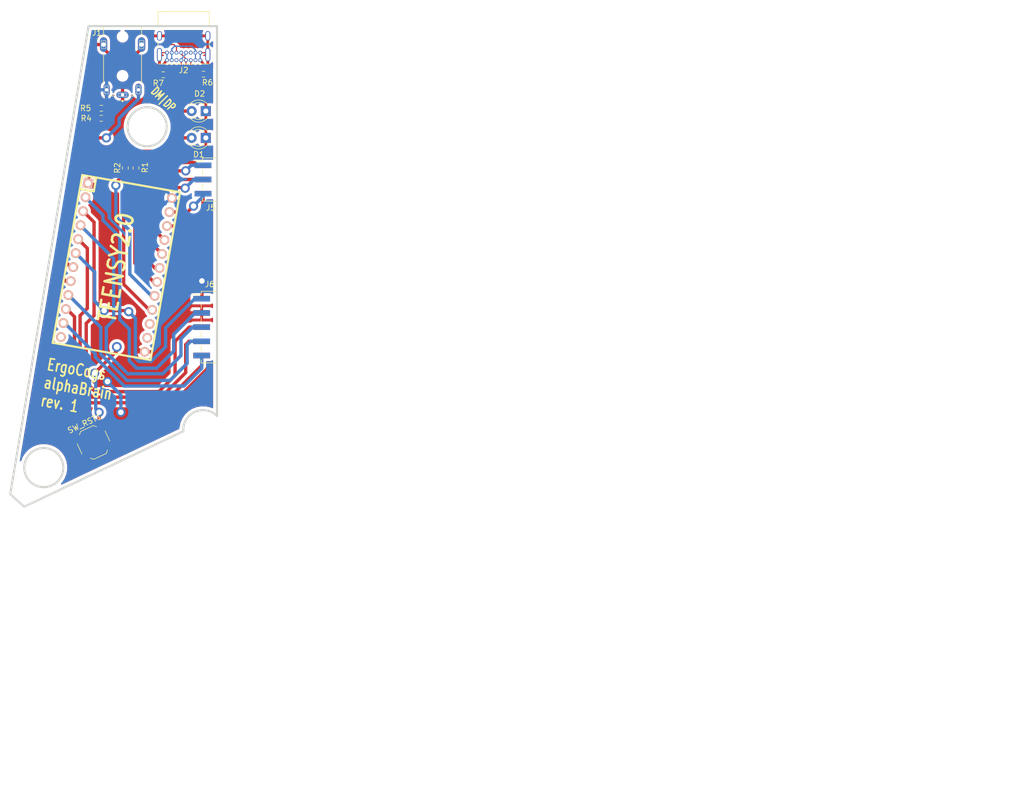
<source format=kicad_pcb>
(kicad_pcb (version 20171130) (host pcbnew 5.1.9)

  (general
    (thickness 1.6002)
    (drawings 35)
    (tracks 252)
    (zones 0)
    (modules 14)
    (nets 29)
  )

  (page A4)
  (layers
    (0 Front signal)
    (31 Back signal)
    (32 B.Adhes user)
    (33 F.Adhes user)
    (34 B.Paste user)
    (35 F.Paste user)
    (36 B.SilkS user)
    (37 F.SilkS user)
    (38 B.Mask user)
    (39 F.Mask user)
    (40 Dwgs.User user)
    (41 Cmts.User user)
    (42 Eco1.User user)
    (43 Eco2.User user)
    (44 Edge.Cuts user)
    (45 Margin user)
    (46 B.CrtYd user)
    (47 F.CrtYd user)
    (48 B.Fab user)
    (49 F.Fab user)
  )

  (setup
    (last_trace_width 0.6)
    (user_trace_width 0.03302)
    (user_trace_width 0.1524)
    (user_trace_width 0.2032)
    (user_trace_width 0.254)
    (user_trace_width 0.3048)
    (user_trace_width 0.4064)
    (user_trace_width 0.508)
    (user_trace_width 0.6096)
    (trace_clearance 0.3048)
    (zone_clearance 0.508)
    (zone_45_only no)
    (trace_min 0.0254)
    (via_size 0.6096)
    (via_drill 0.508)
    (via_min_size 0.4064)
    (via_min_drill 0.2032)
    (user_via 0.6096 0.3048)
    (user_via 0.8128 0.508)
    (user_via 1.27 0.762)
    (user_via 1.651 0.9906)
    (uvia_size 0.508)
    (uvia_drill 0.127)
    (uvias_allowed no)
    (uvia_min_size 0.508)
    (uvia_min_drill 0.127)
    (edge_width 0.381)
    (segment_width 0.3048)
    (pcb_text_width 0.3048)
    (pcb_text_size 1.524 2.032)
    (mod_edge_width 0.6096)
    (mod_text_size 1.524 1.524)
    (mod_text_width 0.3048)
    (pad_size 0.8 0.8)
    (pad_drill 0.5)
    (pad_to_mask_clearance 0.2032)
    (aux_axis_origin 0 0)
    (grid_origin 151 43.75)
    (visible_elements 7FFFFF7F)
    (pcbplotparams
      (layerselection 0x010ff_ffffffff)
      (usegerberextensions false)
      (usegerberattributes true)
      (usegerberadvancedattributes true)
      (creategerberjobfile true)
      (excludeedgelayer true)
      (linewidth 0.150000)
      (plotframeref false)
      (viasonmask false)
      (mode 1)
      (useauxorigin false)
      (hpglpennumber 1)
      (hpglpenspeed 20)
      (hpglpendiameter 100.000000)
      (psnegative false)
      (psa4output false)
      (plotreference true)
      (plotvalue true)
      (plotinvisibletext false)
      (padsonsilk false)
      (subtractmaskfromsilk false)
      (outputformat 1)
      (mirror false)
      (drillshape 0)
      (scaleselection 1)
      (outputdirectory "fabrication"))
  )

  (net 0 "")
  (net 1 /LED_A)
  (net 2 /LED_B)
  (net 3 /ROW0)
  (net 4 /ROW1)
  (net 5 /ROW2)
  (net 6 /ROW3)
  (net 7 /ROW4)
  (net 8 /ROW5)
  (net 9 GND)
  (net 10 VCC)
  (net 11 /RST)
  (net 12 "Net-(D1-Pad2)")
  (net 13 "Net-(D2-Pad2)")
  (net 14 "Net-(J2-PadA6)")
  (net 15 VBUS)
  (net 16 "Net-(J2-PadB5)")
  (net 17 "Net-(J2-PadA7)")
  (net 18 "Net-(J2-PadA5)")
  (net 19 /SCL)
  (net 20 /SDA)
  (net 21 /LED_GPIO)
  (net 22 /COL0_13)
  (net 23 /COL1_12)
  (net 24 /COL2_11)
  (net 25 /COL3_10)
  (net 26 /COL4_9)
  (net 27 /COL5_8)
  (net 28 /COL6_7)

  (net_class Default "This is the default net class."
    (clearance 0.3048)
    (trace_width 0.6)
    (via_dia 0.6096)
    (via_drill 0.508)
    (uvia_dia 0.508)
    (uvia_drill 0.127)
    (add_net /COL0_13)
    (add_net /COL1_12)
    (add_net /COL2_11)
    (add_net /COL3_10)
    (add_net /COL4_9)
    (add_net /COL5_8)
    (add_net /COL6_7)
    (add_net /LED_A)
    (add_net /LED_B)
    (add_net /LED_GPIO)
    (add_net /ROW0)
    (add_net /ROW1)
    (add_net /ROW2)
    (add_net /ROW3)
    (add_net /ROW4)
    (add_net /ROW5)
    (add_net /RST)
    (add_net /SCL)
    (add_net /SDA)
    (add_net GND)
    (add_net "Net-(D1-Pad2)")
    (add_net "Net-(D2-Pad2)")
    (add_net "Net-(J2-PadA5)")
    (add_net "Net-(J2-PadA6)")
    (add_net "Net-(J2-PadA7)")
    (add_net "Net-(J2-PadB5)")
    (add_net VBUS)
    (add_net VCC)
  )

  (module ergodox:CLIFF_FC68125 (layer Front) (tedit 6081A0CA) (tstamp 6081A9BC)
    (at 134.1 52.65 180)
    (path /6083AAD6)
    (fp_text reference J1 (at 4.6 7.7) (layer F.SilkS)
      (effects (font (size 1 1) (thickness 0.15)))
    )
    (fp_text value AudioJack4 (at 1.484108 12.601253) (layer F.Fab)
      (effects (font (size 0.64039 0.64039) (thickness 0.015)))
    )
    (fp_line (start -3.4 9) (end -3.4 -3.6) (layer F.Fab) (width 0.127))
    (fp_line (start -3.4 -3.6) (end 3.4 -3.6) (layer F.Fab) (width 0.127))
    (fp_line (start 3.4 -3.6) (end 3.4 9) (layer F.Fab) (width 0.127))
    (fp_line (start 3.4 9) (end 3.1 9) (layer F.Fab) (width 0.127))
    (fp_line (start 3.1 9) (end -3.1 9) (layer F.Fab) (width 0.127))
    (fp_line (start -3.1 9) (end -3.4 9) (layer F.Fab) (width 0.127))
    (fp_line (start -3.1 9) (end -3.1 11.5) (layer F.Fab) (width 0.127))
    (fp_line (start -3.1 11.5) (end 3.1 11.5) (layer F.Fab) (width 0.127))
    (fp_line (start 3.1 11.5) (end 3.1 9) (layer F.Fab) (width 0.127))
    (fp_line (start -3.4 -1.25) (end -3.4 3.9) (layer F.SilkS) (width 0.127))
    (fp_line (start -3.4 7.3) (end -3.4 9) (layer F.SilkS) (width 0.127))
    (fp_line (start -3.4 9) (end 3.4 9) (layer F.SilkS) (width 0.127))
    (fp_line (start 3.4 9) (end 3.4 7.3) (layer F.SilkS) (width 0.127))
    (fp_line (start 3.4 -1.25) (end 3.4 3.9) (layer F.SilkS) (width 0.127))
    (fp_line (start -2.14 -3.6) (end -1.47 -3.6) (layer F.SilkS) (width 0.127))
    (fp_line (start 1.57 -3.6) (end 2.14 -3.6) (layer F.SilkS) (width 0.127))
    (fp_line (start -3.7 7.1) (end -4.3 7.1) (layer F.CrtYd) (width 0.05))
    (fp_line (start -4.3 7.1) (end -4.3 -4.2) (layer F.CrtYd) (width 0.05))
    (fp_line (start -4.3 -4.2) (end 4.3 -4.2) (layer F.CrtYd) (width 0.05))
    (fp_line (start 4.3 -4.2) (end 4.3 7.1) (layer F.CrtYd) (width 0.05))
    (fp_line (start 4.3 7.1) (end 3.7 7.1) (layer F.CrtYd) (width 0.05))
    (fp_line (start 3.7 7.1) (end 3.7 11.8) (layer F.CrtYd) (width 0.05))
    (fp_line (start 3.7 11.8) (end -3.7 11.8) (layer F.CrtYd) (width 0.05))
    (fp_line (start -3.7 11.8) (end -3.7 7.1) (layer F.CrtYd) (width 0.05))
    (fp_circle (center 0 -4.5) (end 0.1 -4.5) (layer F.SilkS) (width 0.2))
    (fp_circle (center 0 -4.5) (end 0.1 -4.5) (layer F.Fab) (width 0.2))
    (fp_line (start 3 5.6) (end 3 4.9) (layer Edge.Cuts) (width 0.1))
    (fp_line (start 3 4.9) (end 3.8 4.9) (layer Edge.Cuts) (width 0.1))
    (fp_line (start 3.8 4.9) (end 3.8 6.3) (layer Edge.Cuts) (width 0.1))
    (fp_line (start 3.8 6.3) (end 3 6.3) (layer Edge.Cuts) (width 0.1))
    (fp_line (start 3 6.3) (end 3 5.6) (layer Edge.Cuts) (width 0.1))
    (fp_line (start -3.15 -2.5) (end -3.15 -3.2) (layer Edge.Cuts) (width 0.1))
    (fp_line (start -3.15 -3.2) (end -2.55 -3.2) (layer Edge.Cuts) (width 0.1))
    (fp_line (start -2.55 -3.2) (end -2.55 -1.8) (layer Edge.Cuts) (width 0.1))
    (fp_line (start -2.55 -1.8) (end -3.15 -1.8) (layer Edge.Cuts) (width 0.1))
    (fp_line (start -3.15 -1.8) (end -3.15 -2.5) (layer Edge.Cuts) (width 0.1))
    (fp_line (start 2.55 -2.5) (end 2.55 -3.2) (layer Edge.Cuts) (width 0.1))
    (fp_line (start 2.55 -3.2) (end 3.15 -3.2) (layer Edge.Cuts) (width 0.1))
    (fp_line (start 3.15 -3.2) (end 3.15 -1.8) (layer Edge.Cuts) (width 0.1))
    (fp_line (start 3.15 -1.8) (end 2.55 -1.8) (layer Edge.Cuts) (width 0.1))
    (fp_line (start 2.55 -1.8) (end 2.55 -2.5) (layer Edge.Cuts) (width 0.1))
    (fp_line (start 0 -3.1) (end -0.7 -3.1) (layer Edge.Cuts) (width 0.1))
    (fp_line (start -0.7 -3.1) (end -0.7 -3.7) (layer Edge.Cuts) (width 0.1))
    (fp_line (start -0.7 -3.7) (end 0.7 -3.7) (layer Edge.Cuts) (width 0.1))
    (fp_line (start 0.7 -3.7) (end 0.7 -3.1) (layer Edge.Cuts) (width 0.1))
    (fp_line (start 0.7 -3.1) (end 0 -3.1) (layer Edge.Cuts) (width 0.1))
    (fp_line (start -3.8 5.6) (end -3.8 4.9) (layer Edge.Cuts) (width 0.1))
    (fp_line (start -3.8 4.9) (end -3 4.9) (layer Edge.Cuts) (width 0.1))
    (fp_line (start -3 4.9) (end -3 6.3) (layer Edge.Cuts) (width 0.1))
    (fp_line (start -3 6.3) (end -3.8 6.3) (layer Edge.Cuts) (width 0.1))
    (fp_line (start -3.8 6.3) (end -3.8 5.6) (layer Edge.Cuts) (width 0.1))
    (pad R2 thru_hole oval (at 2.85 -2.5 180) (size 1.108 2.216) (drill 0.6) (layers *.Cu *.Mask)
      (net 10 VCC))
    (pad S thru_hole oval (at 0 -3.4 180) (size 2.216 1.108) (drill 0.6) (layers *.Cu *.Mask)
      (net 9 GND))
    (pad R1 thru_hole oval (at -2.85 -2.5 180) (size 1.108 2.216) (drill 0.6) (layers *.Cu *.Mask)
      (net 19 /SCL))
    (pad T thru_hole oval (at 3.4 5.6 180) (size 1.308 2.616) (drill 0.8) (layers *.Cu *.Mask)
      (net 20 /SDA))
    (pad None np_thru_hole circle (at 0 7 180) (size 1.1 1.1) (drill 1.1) (layers *.Cu *.Mask))
    (pad None np_thru_hole circle (at 0 0 180) (size 1.1 1.1) (drill 1.1) (layers *.Cu *.Mask))
    (pad T thru_hole oval (at -3.4 5.6 180) (size 1.308 2.616) (drill 0.8) (layers *.Cu *.Mask)
      (net 20 /SDA))
  )

  (module ergodox:ErgoCogs_sidecon_brain_bot locked (layer Front) (tedit 605A29C7) (tstamp 6058282B)
    (at 148.25 92.5)
    (path /605B04EB)
    (attr smd)
    (fp_text reference J6 (at 1.45 -2.55) (layer F.SilkS)
      (effects (font (size 1 1) (thickness 0.15)))
    )
    (fp_text value Conn_01x10 (at 4.35 13.485) (layer F.Fab)
      (effects (font (size 1 1) (thickness 0.15)))
    )
    (fp_line (start -1.975 12.054) (end 2.525 12.054) (layer F.CrtYd) (width 0.05))
    (fp_line (start -1.975 -1.74) (end -1.975 12.054) (layer F.CrtYd) (width 0.05))
    (fp_line (start 2.525 -1.74) (end -1.975 -1.74) (layer F.CrtYd) (width 0.05))
    (fp_line (start -1.395 10.51) (end -0.015 10.51) (layer F.Fab) (width 0.1))
    (fp_line (start -1.395 9.87) (end -1.395 10.51) (layer F.Fab) (width 0.1))
    (fp_line (start -0.015 9.87) (end -1.395 9.87) (layer F.Fab) (width 0.1))
    (fp_line (start -1.395 7.97) (end -0.015 7.97) (layer F.Fab) (width 0.1))
    (fp_line (start -1.395 7.33) (end -1.395 7.97) (layer F.Fab) (width 0.1))
    (fp_line (start -0.015 7.33) (end -1.395 7.33) (layer F.Fab) (width 0.1))
    (fp_line (start -1.395 5.43) (end -0.015 5.43) (layer F.Fab) (width 0.1))
    (fp_line (start -1.395 4.79) (end -1.395 5.43) (layer F.Fab) (width 0.1))
    (fp_line (start -0.015 4.79) (end -1.395 4.79) (layer F.Fab) (width 0.1))
    (fp_line (start -1.395 2.89) (end -0.015 2.89) (layer F.Fab) (width 0.1))
    (fp_line (start -1.395 2.25) (end -1.395 2.89) (layer F.Fab) (width 0.1))
    (fp_line (start -0.015 2.25) (end -1.395 2.25) (layer F.Fab) (width 0.1))
    (fp_line (start -1.395 0.35) (end -0.015 0.35) (layer F.Fab) (width 0.1))
    (fp_line (start -1.395 -0.29) (end -1.395 0.35) (layer F.Fab) (width 0.1))
    (fp_line (start -0.015 -0.29) (end -1.395 -0.29) (layer F.Fab) (width 0.1))
    (fp_line (start -0.015 11.46) (end 2.525 11.46) (layer F.Fab) (width 0.1))
    (fp_line (start -0.015 -0.24) (end -0.015 11.46) (layer F.Fab) (width 0.1))
    (fp_line (start 0.985 -1.24) (end -0.015 -0.24) (layer F.Fab) (width 0.1))
    (fp_line (start 2.525 -1.24) (end 0.985 -1.24) (layer F.Fab) (width 0.1))
    (fp_line (start -0.075 -0.73) (end -1.435 -0.73) (layer F.SilkS) (width 0.12))
    (fp_line (start 2.525 11.51) (end -0.075 11.52) (layer F.SilkS) (width 0.12))
    (fp_line (start -0.075 10.95) (end -0.075 11.52) (layer F.SilkS) (width 0.12))
    (fp_line (start -0.075 8.41) (end -0.075 9.43) (layer F.SilkS) (width 0.12))
    (fp_line (start -0.075 5.87) (end -0.075 6.89) (layer F.SilkS) (width 0.12))
    (fp_line (start -0.075 3.33) (end -0.075 4.35) (layer F.SilkS) (width 0.12))
    (fp_line (start -0.075 0.79) (end -0.075 1.81) (layer F.SilkS) (width 0.12))
    (fp_line (start -0.075 -1.3) (end -0.075 -0.73) (layer F.SilkS) (width 0.12))
    (fp_line (start 2.525 -1.3) (end -0.075 -1.3) (layer F.SilkS) (width 0.12))
    (fp_line (start 2.525 -1.74) (end 2.525 12.054) (layer F.CrtYd) (width 0.05))
    (fp_line (start 5.525 11.5) (end 3.3 11.5) (layer F.Fab) (width 0.12))
    (fp_line (start 11.55 2.55) (end 11.55 2.7) (layer F.Fab) (width 0.12))
    (fp_line (start 11.325 -0.4) (end 5.525 -0.4) (layer F.Fab) (width 0.12))
    (fp_line (start 11.55 0.15) (end 11.325 0.375) (layer F.Fab) (width 0.12))
    (fp_line (start 11.55 10.225) (end 11.55 10.075) (layer F.Fab) (width 0.12))
    (fp_line (start 11.55 10.075) (end 11.325 9.85) (layer F.Fab) (width 0.12))
    (fp_line (start 11.55 -0.175) (end 11.325 -0.4) (layer F.Fab) (width 0.12))
    (fp_line (start 5.525 -0.4) (end 5.525 -1.275) (layer F.Fab) (width 0.12))
    (fp_line (start 11.55 2.375) (end 11.325 2.15) (layer F.Fab) (width 0.12))
    (fp_line (start 11.325 9.85) (end 5.525 9.85) (layer F.Fab) (width 0.12))
    (fp_line (start 11.55 -0.025) (end 11.55 -0.175) (layer F.Fab) (width 0.12))
    (fp_line (start 5.525 10.625) (end 5.525 11.5) (layer F.Fab) (width 0.12))
    (fp_line (start 11.325 2.925) (end 5.525 2.925) (layer F.Fab) (width 0.12))
    (fp_line (start 11.55 0) (end 11.55 0.15) (layer F.Fab) (width 0.12))
    (fp_line (start 11.325 0.375) (end 5.525 0.375) (layer F.Fab) (width 0.12))
    (fp_line (start 11.325 2.15) (end 5.525 2.15) (layer F.Fab) (width 0.12))
    (fp_line (start 11.55 2.7) (end 11.325 2.925) (layer F.Fab) (width 0.12))
    (fp_line (start 5.525 -1.275) (end 3.3 -1.275) (layer F.Fab) (width 0.12))
    (fp_line (start 11.325 10.625) (end 5.525 10.625) (layer F.Fab) (width 0.12))
    (fp_line (start 11.55 10.4) (end 11.325 10.625) (layer F.Fab) (width 0.12))
    (fp_line (start 5.525 2.15) (end 5.525 0.375) (layer F.Fab) (width 0.12))
    (fp_line (start 11.55 10.25) (end 11.55 10.4) (layer F.Fab) (width 0.12))
    (fp_line (start 11.55 2.525) (end 11.55 2.375) (layer F.Fab) (width 0.12))
    (fp_line (start 5.525 9.85) (end 5.525 8.125) (layer F.Fab) (width 0.12))
    (fp_line (start 11.55 4.925) (end 11.325 4.7) (layer F.Fab) (width 0.12))
    (fp_line (start 11.55 5.1) (end 11.55 5.25) (layer F.Fab) (width 0.12))
    (fp_line (start 11.325 4.7) (end 5.525 4.7) (layer F.Fab) (width 0.12))
    (fp_line (start 5.525 4.7) (end 5.525 2.925) (layer F.Fab) (width 0.12))
    (fp_line (start 11.55 5.25) (end 11.325 5.475) (layer F.Fab) (width 0.12))
    (fp_line (start 11.55 5.075) (end 11.55 4.925) (layer F.Fab) (width 0.12))
    (fp_line (start 11.325 5.475) (end 5.525 5.475) (layer F.Fab) (width 0.12))
    (fp_line (start 11.55 7.475) (end 11.325 7.25) (layer F.Fab) (width 0.12))
    (fp_line (start 11.55 7.65) (end 11.55 7.8) (layer F.Fab) (width 0.12))
    (fp_line (start 11.325 7.25) (end 5.525 7.25) (layer F.Fab) (width 0.12))
    (fp_line (start 5.525 7.25) (end 5.525 5.475) (layer F.Fab) (width 0.12))
    (fp_line (start 11.55 7.8) (end 11.325 8.025) (layer F.Fab) (width 0.12))
    (fp_line (start 11.55 7.625) (end 11.55 7.475) (layer F.Fab) (width 0.12))
    (fp_line (start 11.325 8.025) (end 5.525 8.025) (layer F.Fab) (width 0.12))
    (fp_text user %R (at 2.525 7.904 90) (layer F.Fab)
      (effects (font (size 1 1) (thickness 0.15)))
    )
    (pad 10 smd rect (at 0.005 10.19 180) (size 3 1) (layers Back B.Paste B.Mask)
      (net 22 /COL0_13))
    (pad 9 smd rect (at 0.005 10.19) (size 3 1) (layers Front F.Paste F.Mask)
      (net 23 /COL1_12))
    (pad 8 smd rect (at 0.005 7.65 180) (size 3 1) (layers Back B.Paste B.Mask)
      (net 24 /COL2_11))
    (pad 7 smd rect (at 0.005 7.65) (size 3 1) (layers Front F.Paste F.Mask)
      (net 25 /COL3_10))
    (pad 6 smd rect (at 0.005 5.11 180) (size 3 1) (layers Back B.Paste B.Mask)
      (net 26 /COL4_9))
    (pad 5 smd rect (at 0.005 5.11) (size 3 1) (layers Front F.Paste F.Mask)
      (net 27 /COL5_8))
    (pad 4 smd rect (at 0.005 2.57 180) (size 3 1) (layers Back B.Paste B.Mask)
      (net 28 /COL6_7))
    (pad 3 smd rect (at 0.005 2.57) (size 3 1) (layers Front F.Paste F.Mask)
      (net 9 GND))
    (pad 2 smd rect (at 0.005 0.03 180) (size 3 1) (layers Back B.Paste B.Mask)
      (net 21 /LED_GPIO))
    (pad 1 smd rect (at 0.005 0.03) (size 3 1) (layers Front F.Paste F.Mask)
      (net 10 VCC))
    (model ${KISYS3DMOD}/Connector_PinHeader_2.54mm.3dshapes/PinHeader_2x05_P2.54mm_Vertical.step
      (offset (xyz 3 0 0.5))
      (scale (xyz 1 1 1))
      (rotate (xyz 0 -90 0))
    )
  )

  (module ergodox:ErgoCogs_sidecon_brain_top locked (layer Front) (tedit 605A2898) (tstamp 605827F7)
    (at 148.495 68.65)
    (path /605AF561)
    (attr smd)
    (fp_text reference J5 (at 1.405 7.6) (layer F.SilkS)
      (effects (font (size 1 1) (thickness 0.15)))
    )
    (fp_text value Conn_01x06 (at -3.175 9.985) (layer F.Fab)
      (effects (font (size 1 1) (thickness 0.15)))
    )
    (fp_line (start 5.525 5.425) (end 5.525 6.3) (layer F.Fab) (width 0.12))
    (fp_line (start 5.525 6.3) (end 3.3 6.3) (layer F.Fab) (width 0.12))
    (fp_line (start -1.975 6.949) (end 2.525 6.949) (layer F.CrtYd) (width 0.05))
    (fp_line (start -1.975 -1.765) (end -1.975 6.949) (layer F.CrtYd) (width 0.05))
    (fp_line (start 2.525 -1.765) (end -1.975 -1.765) (layer F.CrtYd) (width 0.05))
    (fp_line (start -1.395 5.405) (end -0.015 5.405) (layer F.Fab) (width 0.1))
    (fp_line (start -1.395 4.765) (end -1.395 5.405) (layer F.Fab) (width 0.1))
    (fp_line (start -0.015 4.765) (end -1.395 4.765) (layer F.Fab) (width 0.1))
    (fp_line (start -1.395 2.865) (end -0.015 2.865) (layer F.Fab) (width 0.1))
    (fp_line (start -1.395 2.225) (end -1.395 2.865) (layer F.Fab) (width 0.1))
    (fp_line (start -0.015 2.225) (end -1.395 2.225) (layer F.Fab) (width 0.1))
    (fp_line (start -1.395 0.325) (end -0.015 0.325) (layer F.Fab) (width 0.1))
    (fp_line (start -1.395 -0.315) (end -1.395 0.325) (layer F.Fab) (width 0.1))
    (fp_line (start -0.015 -0.315) (end -1.395 -0.315) (layer F.Fab) (width 0.1))
    (fp_line (start -0.015 6.355) (end 2.525 6.355) (layer F.Fab) (width 0.1))
    (fp_line (start -0.015 -0.265) (end -0.015 6.355) (layer F.Fab) (width 0.1))
    (fp_line (start 0.985 -1.265) (end -0.015 -0.265) (layer F.Fab) (width 0.1))
    (fp_line (start 2.525 -1.265) (end 0.985 -1.265) (layer F.Fab) (width 0.1))
    (fp_line (start -0.075 -0.755) (end -1.435 -0.755) (layer F.SilkS) (width 0.12))
    (fp_line (start 2.525 6.405) (end -0.075 6.415) (layer F.SilkS) (width 0.12))
    (fp_line (start -0.075 5.845) (end -0.075 6.415) (layer F.SilkS) (width 0.12))
    (fp_line (start -0.075 3.305) (end -0.075 4.325) (layer F.SilkS) (width 0.12))
    (fp_line (start -0.075 0.765) (end -0.075 1.785) (layer F.SilkS) (width 0.12))
    (fp_line (start -0.075 -1.325) (end -0.075 -0.755) (layer F.SilkS) (width 0.12))
    (fp_line (start 2.525 -1.325) (end -0.075 -1.325) (layer F.SilkS) (width 0.12))
    (fp_line (start 2.525 -1.765) (end 2.525 6.949) (layer F.CrtYd) (width 0.05))
    (fp_line (start 11.55 0) (end 11.55 0.15) (layer F.Fab) (width 0.12))
    (fp_line (start 11.55 0.15) (end 11.325 0.375) (layer F.Fab) (width 0.12))
    (fp_line (start 11.325 0.375) (end 5.525 0.375) (layer F.Fab) (width 0.12))
    (fp_line (start 11.325 -0.4) (end 5.525 -0.4) (layer F.Fab) (width 0.12))
    (fp_line (start 5.525 -0.4) (end 5.525 -1.275) (layer F.Fab) (width 0.12))
    (fp_line (start 11.55 -0.025) (end 11.55 -0.175) (layer F.Fab) (width 0.12))
    (fp_line (start 11.55 -0.175) (end 11.325 -0.4) (layer F.Fab) (width 0.12))
    (fp_line (start 11.55 2.55) (end 11.55 2.7) (layer F.Fab) (width 0.12))
    (fp_line (start 11.55 2.525) (end 11.55 2.375) (layer F.Fab) (width 0.12))
    (fp_line (start 11.325 2.925) (end 5.525 2.925) (layer F.Fab) (width 0.12))
    (fp_line (start 11.325 2.15) (end 5.525 2.15) (layer F.Fab) (width 0.12))
    (fp_line (start 5.525 2.15) (end 5.525 0.375) (layer F.Fab) (width 0.12))
    (fp_line (start 11.55 2.375) (end 11.325 2.15) (layer F.Fab) (width 0.12))
    (fp_line (start 11.55 2.7) (end 11.325 2.925) (layer F.Fab) (width 0.12))
    (fp_line (start 11.55 5.05) (end 11.55 5.2) (layer F.Fab) (width 0.12))
    (fp_line (start 11.55 5.025) (end 11.55 4.875) (layer F.Fab) (width 0.12))
    (fp_line (start 11.325 5.425) (end 5.525 5.425) (layer F.Fab) (width 0.12))
    (fp_line (start 11.325 4.65) (end 5.525 4.65) (layer F.Fab) (width 0.12))
    (fp_line (start 5.525 4.65) (end 5.525 2.925) (layer F.Fab) (width 0.12))
    (fp_line (start 11.55 4.875) (end 11.325 4.65) (layer F.Fab) (width 0.12))
    (fp_line (start 11.55 5.2) (end 11.325 5.425) (layer F.Fab) (width 0.12))
    (fp_line (start 5.525 -1.275) (end 3.3 -1.275) (layer F.Fab) (width 0.12))
    (fp_text user %R (at 2.261 8.103 180) (layer F.Fab)
      (effects (font (size 1 1) (thickness 0.15)))
    )
    (pad 6 smd rect (at 0.005 5.085 180) (size 3 1) (layers Back B.Paste B.Mask)
      (net 8 /ROW5))
    (pad 5 smd rect (at 0.005 5.085) (size 3 1) (layers Front F.Paste F.Mask)
      (net 7 /ROW4))
    (pad 4 smd rect (at 0.005 2.545 180) (size 3 1) (layers Back B.Paste B.Mask)
      (net 6 /ROW3))
    (pad 3 smd rect (at 0.005 2.545) (size 3 1) (layers Front F.Paste F.Mask)
      (net 5 /ROW2))
    (pad 2 smd rect (at 0.005 0.005 180) (size 3 1) (layers Back B.Paste B.Mask)
      (net 4 /ROW1))
    (pad 1 smd rect (at 0.005 0.005) (size 3 1) (layers Front F.Paste F.Mask)
      (net 3 /ROW0))
    (model ${KISYS3DMOD}/Connector_PinHeader_2.54mm.3dshapes/PinHeader_2x03_P2.54mm_Vertical.step
      (offset (xyz 3 0 0.5))
      (scale (xyz 1 1 1))
      (rotate (xyz 0 -90 0))
    )
    (model "/home/critbit/Projects/hardware/kicad/ErgoDox/ErgoDOX pcb/matrixcogs/protoMxCog/protoMxCog.step"
      (offset (xyz -59.5 74 -1.5))
      (scale (xyz 1 1 1))
      (rotate (xyz 0 0 0))
    )
  )

  (module ergodox:TEENSY_2.0_WITH_RESET (layer Front) (tedit 586E7154) (tstamp 50006A41)
    (at 133 86.95 260)
    (path /4FDC2FE7)
    (fp_text reference U1 (at 0 0 80) (layer F.SilkS) hide
      (effects (font (size 3.048 2.54) (thickness 0.4572)))
    )
    (fp_text value TEENSY2.0 (at 0 0 80) (layer F.SilkS)
      (effects (font (size 3.048 2.54) (thickness 0.4572)))
    )
    (fp_line (start -12.7 6.35) (end -12.7 8.89) (layer F.SilkS) (width 0.381))
    (fp_line (start -15.24 6.35) (end -12.7 6.35) (layer F.SilkS) (width 0.381))
    (fp_line (start 15.24 -8.89) (end -15.24 -8.89) (layer F.SilkS) (width 0.381))
    (fp_line (start 15.24 8.89) (end 15.24 -8.89) (layer F.SilkS) (width 0.381))
    (fp_line (start -15.24 8.89) (end 15.24 8.89) (layer F.SilkS) (width 0.381))
    (fp_line (start -15.24 -8.89) (end -15.24 8.89) (layer F.SilkS) (width 0.381))
    (fp_line (start 15.24 -8.89) (end -15.24 -8.89) (layer Cmts.User) (width 0.381))
    (fp_line (start 15.24 8.89) (end 15.24 -8.89) (layer Cmts.User) (width 0.381))
    (fp_line (start -15.24 8.89) (end 15.24 8.89) (layer Cmts.User) (width 0.381))
    (fp_line (start -15.24 -8.89) (end -15.24 8.89) (layer Cmts.User) (width 0.381))
    (fp_line (start 0 0) (end 0 0) (layer Dwgs.User) (width 0.0254))
    (fp_line (start 15.24 -8.89) (end -15.24 -8.89) (layer Dwgs.User) (width 0.381))
    (fp_line (start 15.24 8.89) (end 15.24 -8.89) (layer Dwgs.User) (width 0.381))
    (fp_line (start -15.24 8.89) (end 15.24 8.89) (layer Dwgs.User) (width 0.381))
    (fp_line (start -15.24 -8.89) (end -15.24 8.89) (layer Dwgs.User) (width 0.381))
    (pad 16 thru_hole circle (at 13.97 -2.54 260) (size 1.7526 1.7526) (drill 1.08966) (layers *.Cu *.Mask)
      (net 11 /RST))
    (pad 1 thru_hole rect (at -13.97 7.62 260) (size 1.7526 1.7526) (drill 1.0922) (layers *.Cu *.SilkS *.Mask)
      (net 9 GND))
    (pad 2 thru_hole circle (at -11.43 7.62 260) (size 1.7526 1.7526) (drill 1.0922) (layers *.Cu *.SilkS *.Mask)
      (net 28 /COL6_7))
    (pad 3 thru_hole circle (at -8.89 7.62 260) (size 1.7526 1.7526) (drill 1.0922) (layers *.Cu *.SilkS *.Mask)
      (net 27 /COL5_8))
    (pad 4 thru_hole circle (at -6.35 7.62 260) (size 1.7526 1.7526) (drill 1.0922) (layers *.Cu *.SilkS *.Mask)
      (net 26 /COL4_9))
    (pad 5 thru_hole circle (at -3.81 7.62 260) (size 1.7526 1.7526) (drill 1.0922) (layers *.Cu *.SilkS *.Mask)
      (net 25 /COL3_10))
    (pad 6 thru_hole circle (at -1.27 7.62 260) (size 1.7526 1.7526) (drill 1.0922) (layers *.Cu *.SilkS *.Mask)
      (net 21 /LED_GPIO))
    (pad 7 thru_hole circle (at 1.27 7.62 260) (size 1.7526 1.7526) (drill 1.0922) (layers *.Cu *.SilkS *.Mask)
      (net 19 /SCL))
    (pad 8 thru_hole circle (at 3.81 7.62 260) (size 1.7526 1.7526) (drill 1.0922) (layers *.Cu *.SilkS *.Mask)
      (net 20 /SDA))
    (pad 9 thru_hole circle (at 6.35 7.62 260) (size 1.7526 1.7526) (drill 1.0922) (layers *.Cu *.SilkS *.Mask)
      (net 24 /COL2_11))
    (pad 10 thru_hole circle (at 8.89 7.62 260) (size 1.7526 1.7526) (drill 1.0922) (layers *.Cu *.SilkS *.Mask)
      (net 23 /COL1_12))
    (pad 11 thru_hole circle (at 11.43 7.62 260) (size 1.7526 1.7526) (drill 1.0922) (layers *.Cu *.SilkS *.Mask)
      (net 22 /COL0_13))
    (pad 12 thru_hole circle (at 13.97 7.62 260) (size 1.7526 1.7526) (drill 1.0922) (layers *.Cu *.SilkS *.Mask))
    (pad 18 thru_hole circle (at 13.97 -7.62 260) (size 1.7526 1.7526) (drill 1.08966) (layers *.Cu *.SilkS *.Mask)
      (net 9 GND) (zone_connect 0))
    (pad 19 thru_hole circle (at 11.43 -7.62 260) (size 1.7526 1.7526) (drill 1.0922) (layers *.Cu *.SilkS *.Mask))
    (pad 20 thru_hole circle (at 8.89 -7.62 260) (size 1.7526 1.7526) (drill 1.0922) (layers *.Cu *.SilkS *.Mask))
    (pad 21 thru_hole circle (at 6.35 -7.62 260) (size 1.7526 1.7526) (drill 1.0922) (layers *.Cu *.SilkS *.Mask)
      (net 1 /LED_A))
    (pad 22 thru_hole circle (at 3.81 -7.62 260) (size 1.7526 1.7526) (drill 1.0922) (layers *.Cu *.SilkS *.Mask)
      (net 2 /LED_B))
    (pad 23 thru_hole circle (at 1.27 -7.62 260) (size 1.7526 1.7526) (drill 1.0922) (layers *.Cu *.SilkS *.Mask)
      (net 3 /ROW0))
    (pad 24 thru_hole circle (at -1.27 -7.62 260) (size 1.7526 1.7526) (drill 1.0922) (layers *.Cu *.SilkS *.Mask)
      (net 4 /ROW1))
    (pad 27 thru_hole circle (at -8.89 -7.62 260) (size 1.7526 1.7526) (drill 1.0922) (layers *.Cu *.SilkS *.Mask)
      (net 7 /ROW4))
    (pad 28 thru_hole circle (at -11.43 -7.62 260) (size 1.7526 1.7526) (drill 1.0922) (layers *.Cu *.SilkS *.Mask)
      (net 8 /ROW5))
    (pad 29 thru_hole circle (at -13.97 -7.62 260) (size 1.7526 1.7526) (drill 1.0922) (layers *.Cu *.SilkS *.Mask)
      (net 10 VCC))
    (pad 25 thru_hole circle (at -3.81 -7.62 260) (size 1.7526 1.7526) (drill 1.0922) (layers *.Cu *.SilkS *.Mask)
      (net 5 /ROW2))
    (pad 26 thru_hole circle (at -6.35 -7.62 260) (size 1.7526 1.7526) (drill 1.0922) (layers *.Cu *.SilkS *.Mask)
      (net 6 /ROW3))
  )

  (module Button_Switch_SMD:SW_SPST_TL3342 (layer Front) (tedit 5A02FC95) (tstamp 586C803A)
    (at 128.9 118.25 25)
    (descr "Low-profile SMD Tactile Switch, https://www.e-switch.com/system/asset/product_line/data_sheet/165/TL3342.pdf")
    (tags "SPST Tactile Switch")
    (path /586C9F53)
    (attr smd)
    (fp_text reference SW_RST1 (at 0 -3.75 25) (layer F.SilkS)
      (effects (font (size 1 1) (thickness 0.15)))
    )
    (fp_text value SWITCH_PUSH (at 0 3.75 25) (layer F.Fab)
      (effects (font (size 1 1) (thickness 0.15)))
    )
    (fp_circle (center 0 0) (end 1 0) (layer F.Fab) (width 0.1))
    (fp_line (start -4.25 3) (end -4.25 -3) (layer F.CrtYd) (width 0.05))
    (fp_line (start 4.25 3) (end -4.25 3) (layer F.CrtYd) (width 0.05))
    (fp_line (start 4.25 -3) (end 4.25 3) (layer F.CrtYd) (width 0.05))
    (fp_line (start -4.25 -3) (end 4.25 -3) (layer F.CrtYd) (width 0.05))
    (fp_line (start -1.2 -2.6) (end -2.6 -1.2) (layer F.Fab) (width 0.1))
    (fp_line (start 1.2 -2.6) (end -1.2 -2.6) (layer F.Fab) (width 0.1))
    (fp_line (start 2.6 -1.2) (end 1.2 -2.6) (layer F.Fab) (width 0.1))
    (fp_line (start 2.6 1.2) (end 2.6 -1.2) (layer F.Fab) (width 0.1))
    (fp_line (start 1.2 2.6) (end 2.6 1.2) (layer F.Fab) (width 0.1))
    (fp_line (start -1.2 2.6) (end 1.2 2.6) (layer F.Fab) (width 0.1))
    (fp_line (start -2.6 1.2) (end -1.2 2.6) (layer F.Fab) (width 0.1))
    (fp_line (start -2.6 -1.2) (end -2.6 1.2) (layer F.Fab) (width 0.1))
    (fp_line (start -1.25 -2.75) (end 1.25 -2.75) (layer F.SilkS) (width 0.12))
    (fp_line (start -2.75 -1) (end -2.75 1) (layer F.SilkS) (width 0.12))
    (fp_line (start -1.25 2.75) (end 1.25 2.75) (layer F.SilkS) (width 0.12))
    (fp_line (start 2.75 -1) (end 2.75 1) (layer F.SilkS) (width 0.12))
    (fp_line (start -2 1) (end -2 -1) (layer F.Fab) (width 0.1))
    (fp_line (start -1 2) (end -2 1) (layer F.Fab) (width 0.1))
    (fp_line (start 1 2) (end -1 2) (layer F.Fab) (width 0.1))
    (fp_line (start 2 1) (end 1 2) (layer F.Fab) (width 0.1))
    (fp_line (start 2 -1) (end 2 1) (layer F.Fab) (width 0.1))
    (fp_line (start 1 -2) (end 2 -1) (layer F.Fab) (width 0.1))
    (fp_line (start -1 -2) (end 1 -2) (layer F.Fab) (width 0.1))
    (fp_line (start -2 -1) (end -1 -2) (layer F.Fab) (width 0.1))
    (fp_line (start -1.7 -2.3) (end -1.25 -2.75) (layer F.SilkS) (width 0.12))
    (fp_line (start 1.7 -2.3) (end 1.25 -2.75) (layer F.SilkS) (width 0.12))
    (fp_line (start 1.7 2.3) (end 1.25 2.75) (layer F.SilkS) (width 0.12))
    (fp_line (start -1.7 2.3) (end -1.25 2.75) (layer F.SilkS) (width 0.12))
    (fp_line (start 3.2 1.6) (end 2.2 1.6) (layer F.Fab) (width 0.1))
    (fp_line (start 2.7 2.1) (end 2.7 1.6) (layer F.Fab) (width 0.1))
    (fp_line (start 1.7 2.1) (end 3.2 2.1) (layer F.Fab) (width 0.1))
    (fp_line (start -1.7 2.1) (end -3.2 2.1) (layer F.Fab) (width 0.1))
    (fp_line (start -3.2 1.6) (end -2.2 1.6) (layer F.Fab) (width 0.1))
    (fp_line (start -2.7 2.1) (end -2.7 1.6) (layer F.Fab) (width 0.1))
    (fp_line (start -3.2 -1.6) (end -2.2 -1.6) (layer F.Fab) (width 0.1))
    (fp_line (start -1.7 -2.1) (end -3.2 -2.1) (layer F.Fab) (width 0.1))
    (fp_line (start -2.7 -2.1) (end -2.7 -1.6) (layer F.Fab) (width 0.1))
    (fp_line (start 3.2 -1.6) (end 2.2 -1.6) (layer F.Fab) (width 0.1))
    (fp_line (start 1.7 -2.1) (end 3.2 -2.1) (layer F.Fab) (width 0.1))
    (fp_line (start 2.7 -2.1) (end 2.7 -1.6) (layer F.Fab) (width 0.1))
    (fp_line (start -3.2 -2.1) (end -3.2 -1.6) (layer F.Fab) (width 0.1))
    (fp_line (start -3.2 2.1) (end -3.2 1.6) (layer F.Fab) (width 0.1))
    (fp_line (start 3.2 -2.1) (end 3.2 -1.6) (layer F.Fab) (width 0.1))
    (fp_line (start 3.2 2.1) (end 3.2 1.6) (layer F.Fab) (width 0.1))
    (fp_text user %R (at 0 -3.75 25) (layer F.Fab)
      (effects (font (size 1 1) (thickness 0.15)))
    )
    (pad 2 smd rect (at 3.15 1.9 25) (size 1.7 1) (layers Front F.Paste F.Mask)
      (net 9 GND))
    (pad 2 smd rect (at -3.15 1.9 25) (size 1.7 1) (layers Front F.Paste F.Mask)
      (net 9 GND))
    (pad 1 smd rect (at 3.15 -1.9 25) (size 1.7 1) (layers Front F.Paste F.Mask)
      (net 11 /RST))
    (pad 1 smd rect (at -3.15 -1.9 25) (size 1.7 1) (layers Front F.Paste F.Mask)
      (net 11 /RST))
    (model ${KICAD6_3DMODEL_DIR}/Button_Switch_SMD.3dshapes/SW_SPST_TL3342.wrl
      (at (xyz 0 0 0))
      (scale (xyz 1 1 1))
      (rotate (xyz 0 0 0))
    )
  )

  (module Resistor_SMD:R_0603_1608Metric_Pad0.98x0.95mm_HandSolder (layer Front) (tedit 5F68FEEE) (tstamp 605828A2)
    (at 141.3875 52.45)
    (descr "Resistor SMD 0603 (1608 Metric), square (rectangular) end terminal, IPC_7351 nominal with elongated pad for handsoldering. (Body size source: IPC-SM-782 page 72, https://www.pcb-3d.com/wordpress/wp-content/uploads/ipc-sm-782a_amendment_1_and_2.pdf), generated with kicad-footprint-generator")
    (tags "resistor handsolder")
    (path /60705F0A)
    (attr smd)
    (fp_text reference R7 (at -0.8875 1.5) (layer F.SilkS)
      (effects (font (size 1 1) (thickness 0.15)))
    )
    (fp_text value 4k7 (at 0 1.43) (layer F.Fab)
      (effects (font (size 1 1) (thickness 0.15)))
    )
    (fp_line (start 1.65 0.73) (end -1.65 0.73) (layer F.CrtYd) (width 0.05))
    (fp_line (start 1.65 -0.73) (end 1.65 0.73) (layer F.CrtYd) (width 0.05))
    (fp_line (start -1.65 -0.73) (end 1.65 -0.73) (layer F.CrtYd) (width 0.05))
    (fp_line (start -1.65 0.73) (end -1.65 -0.73) (layer F.CrtYd) (width 0.05))
    (fp_line (start -0.254724 0.5225) (end 0.254724 0.5225) (layer F.SilkS) (width 0.12))
    (fp_line (start -0.254724 -0.5225) (end 0.254724 -0.5225) (layer F.SilkS) (width 0.12))
    (fp_line (start 0.8 0.4125) (end -0.8 0.4125) (layer F.Fab) (width 0.1))
    (fp_line (start 0.8 -0.4125) (end 0.8 0.4125) (layer F.Fab) (width 0.1))
    (fp_line (start -0.8 -0.4125) (end 0.8 -0.4125) (layer F.Fab) (width 0.1))
    (fp_line (start -0.8 0.4125) (end -0.8 -0.4125) (layer F.Fab) (width 0.1))
    (fp_text user %R (at 0 0) (layer F.Fab)
      (effects (font (size 0.4 0.4) (thickness 0.06)))
    )
    (pad 2 smd roundrect (at 0.9125 0) (size 0.975 0.95) (layers Front F.Paste F.Mask) (roundrect_rratio 0.25)
      (net 9 GND))
    (pad 1 smd roundrect (at -0.9125 0) (size 0.975 0.95) (layers Front F.Paste F.Mask) (roundrect_rratio 0.25)
      (net 16 "Net-(J2-PadB5)"))
    (model ${KICAD6_3DMODEL_DIR}/Resistor_SMD.3dshapes/R_0603_1608Metric.wrl
      (at (xyz 0 0 0))
      (scale (xyz 1 1 1))
      (rotate (xyz 0 0 0))
    )
  )

  (module Resistor_SMD:R_0603_1608Metric_Pad0.98x0.95mm_HandSolder (layer Front) (tedit 5F68FEEE) (tstamp 60582891)
    (at 148.5875 52.35)
    (descr "Resistor SMD 0603 (1608 Metric), square (rectangular) end terminal, IPC_7351 nominal with elongated pad for handsoldering. (Body size source: IPC-SM-782 page 72, https://www.pcb-3d.com/wordpress/wp-content/uploads/ipc-sm-782a_amendment_1_and_2.pdf), generated with kicad-footprint-generator")
    (tags "resistor handsolder")
    (path /60705F04)
    (attr smd)
    (fp_text reference R6 (at 0.7125 1.5) (layer F.SilkS)
      (effects (font (size 1 1) (thickness 0.15)))
    )
    (fp_text value 4k7 (at 0 1.43) (layer F.Fab)
      (effects (font (size 1 1) (thickness 0.15)))
    )
    (fp_line (start 1.65 0.73) (end -1.65 0.73) (layer F.CrtYd) (width 0.05))
    (fp_line (start 1.65 -0.73) (end 1.65 0.73) (layer F.CrtYd) (width 0.05))
    (fp_line (start -1.65 -0.73) (end 1.65 -0.73) (layer F.CrtYd) (width 0.05))
    (fp_line (start -1.65 0.73) (end -1.65 -0.73) (layer F.CrtYd) (width 0.05))
    (fp_line (start -0.254724 0.5225) (end 0.254724 0.5225) (layer F.SilkS) (width 0.12))
    (fp_line (start -0.254724 -0.5225) (end 0.254724 -0.5225) (layer F.SilkS) (width 0.12))
    (fp_line (start 0.8 0.4125) (end -0.8 0.4125) (layer F.Fab) (width 0.1))
    (fp_line (start 0.8 -0.4125) (end 0.8 0.4125) (layer F.Fab) (width 0.1))
    (fp_line (start -0.8 -0.4125) (end 0.8 -0.4125) (layer F.Fab) (width 0.1))
    (fp_line (start -0.8 0.4125) (end -0.8 -0.4125) (layer F.Fab) (width 0.1))
    (fp_text user %R (at 0 0) (layer F.Fab)
      (effects (font (size 0.4 0.4) (thickness 0.06)))
    )
    (pad 2 smd roundrect (at 0.9125 0) (size 0.975 0.95) (layers Front F.Paste F.Mask) (roundrect_rratio 0.25)
      (net 9 GND))
    (pad 1 smd roundrect (at -0.9125 0) (size 0.975 0.95) (layers Front F.Paste F.Mask) (roundrect_rratio 0.25)
      (net 18 "Net-(J2-PadA5)"))
    (model ${KICAD6_3DMODEL_DIR}/Resistor_SMD.3dshapes/R_0603_1608Metric.wrl
      (at (xyz 0 0 0))
      (scale (xyz 1 1 1))
      (rotate (xyz 0 0 0))
    )
  )

  (module Resistor_SMD:R_0603_1608Metric_Pad0.98x0.95mm_HandSolder (layer Front) (tedit 5F68FEEE) (tstamp 60582880)
    (at 130.3125 58.45 180)
    (descr "Resistor SMD 0603 (1608 Metric), square (rectangular) end terminal, IPC_7351 nominal with elongated pad for handsoldering. (Body size source: IPC-SM-782 page 72, https://www.pcb-3d.com/wordpress/wp-content/uploads/ipc-sm-782a_amendment_1_and_2.pdf), generated with kicad-footprint-generator")
    (tags "resistor handsolder")
    (path /605FF10C)
    (attr smd)
    (fp_text reference R5 (at 2.8125 0) (layer F.SilkS)
      (effects (font (size 1 1) (thickness 0.15)))
    )
    (fp_text value 4k7 (at 0 1.43) (layer F.Fab)
      (effects (font (size 1 1) (thickness 0.15)))
    )
    (fp_line (start 1.65 0.73) (end -1.65 0.73) (layer F.CrtYd) (width 0.05))
    (fp_line (start 1.65 -0.73) (end 1.65 0.73) (layer F.CrtYd) (width 0.05))
    (fp_line (start -1.65 -0.73) (end 1.65 -0.73) (layer F.CrtYd) (width 0.05))
    (fp_line (start -1.65 0.73) (end -1.65 -0.73) (layer F.CrtYd) (width 0.05))
    (fp_line (start -0.254724 0.5225) (end 0.254724 0.5225) (layer F.SilkS) (width 0.12))
    (fp_line (start -0.254724 -0.5225) (end 0.254724 -0.5225) (layer F.SilkS) (width 0.12))
    (fp_line (start 0.8 0.4125) (end -0.8 0.4125) (layer F.Fab) (width 0.1))
    (fp_line (start 0.8 -0.4125) (end 0.8 0.4125) (layer F.Fab) (width 0.1))
    (fp_line (start -0.8 -0.4125) (end 0.8 -0.4125) (layer F.Fab) (width 0.1))
    (fp_line (start -0.8 0.4125) (end -0.8 -0.4125) (layer F.Fab) (width 0.1))
    (fp_text user %R (at 0 0) (layer F.Fab)
      (effects (font (size 0.4 0.4) (thickness 0.06)))
    )
    (pad 2 smd roundrect (at 0.9125 0 180) (size 0.975 0.95) (layers Front F.Paste F.Mask) (roundrect_rratio 0.25)
      (net 20 /SDA))
    (pad 1 smd roundrect (at -0.9125 0 180) (size 0.975 0.95) (layers Front F.Paste F.Mask) (roundrect_rratio 0.25)
      (net 10 VCC))
    (model ${KICAD6_3DMODEL_DIR}/Resistor_SMD.3dshapes/R_0603_1608Metric.wrl
      (at (xyz 0 0 0))
      (scale (xyz 1 1 1))
      (rotate (xyz 0 0 0))
    )
  )

  (module Resistor_SMD:R_0603_1608Metric_Pad0.98x0.95mm_HandSolder (layer Front) (tedit 5F68FEEE) (tstamp 6058286F)
    (at 130.2875 60.25 180)
    (descr "Resistor SMD 0603 (1608 Metric), square (rectangular) end terminal, IPC_7351 nominal with elongated pad for handsoldering. (Body size source: IPC-SM-782 page 72, https://www.pcb-3d.com/wordpress/wp-content/uploads/ipc-sm-782a_amendment_1_and_2.pdf), generated with kicad-footprint-generator")
    (tags "resistor handsolder")
    (path /605FAFF2)
    (attr smd)
    (fp_text reference R4 (at 2.6875 0) (layer F.SilkS)
      (effects (font (size 1 1) (thickness 0.15)))
    )
    (fp_text value 4k7 (at 0 1.43) (layer F.Fab)
      (effects (font (size 1 1) (thickness 0.15)))
    )
    (fp_line (start 1.65 0.73) (end -1.65 0.73) (layer F.CrtYd) (width 0.05))
    (fp_line (start 1.65 -0.73) (end 1.65 0.73) (layer F.CrtYd) (width 0.05))
    (fp_line (start -1.65 -0.73) (end 1.65 -0.73) (layer F.CrtYd) (width 0.05))
    (fp_line (start -1.65 0.73) (end -1.65 -0.73) (layer F.CrtYd) (width 0.05))
    (fp_line (start -0.254724 0.5225) (end 0.254724 0.5225) (layer F.SilkS) (width 0.12))
    (fp_line (start -0.254724 -0.5225) (end 0.254724 -0.5225) (layer F.SilkS) (width 0.12))
    (fp_line (start 0.8 0.4125) (end -0.8 0.4125) (layer F.Fab) (width 0.1))
    (fp_line (start 0.8 -0.4125) (end 0.8 0.4125) (layer F.Fab) (width 0.1))
    (fp_line (start -0.8 -0.4125) (end 0.8 -0.4125) (layer F.Fab) (width 0.1))
    (fp_line (start -0.8 0.4125) (end -0.8 -0.4125) (layer F.Fab) (width 0.1))
    (fp_text user %R (at 0 0) (layer F.Fab)
      (effects (font (size 0.4 0.4) (thickness 0.06)))
    )
    (pad 2 smd roundrect (at 0.9125 0 180) (size 0.975 0.95) (layers Front F.Paste F.Mask) (roundrect_rratio 0.25)
      (net 19 /SCL))
    (pad 1 smd roundrect (at -0.9125 0 180) (size 0.975 0.95) (layers Front F.Paste F.Mask) (roundrect_rratio 0.25)
      (net 10 VCC))
    (model ${KICAD6_3DMODEL_DIR}/Resistor_SMD.3dshapes/R_0603_1608Metric.wrl
      (at (xyz 0 0 0))
      (scale (xyz 1 1 1))
      (rotate (xyz 0 0 0))
    )
  )

  (module Resistor_SMD:R_0603_1608Metric_Pad0.98x0.95mm_HandSolder (layer Front) (tedit 5F68FEEE) (tstamp 6058284D)
    (at 134.6 69.1375 90)
    (descr "Resistor SMD 0603 (1608 Metric), square (rectangular) end terminal, IPC_7351 nominal with elongated pad for handsoldering. (Body size source: IPC-SM-782 page 72, https://www.pcb-3d.com/wordpress/wp-content/uploads/ipc-sm-782a_amendment_1_and_2.pdf), generated with kicad-footprint-generator")
    (tags "resistor handsolder")
    (path /6062E163)
    (attr smd)
    (fp_text reference R2 (at 0 -1.43 90) (layer F.SilkS)
      (effects (font (size 1 1) (thickness 0.15)))
    )
    (fp_text value 4k7 (at 0 1.43 90) (layer F.Fab)
      (effects (font (size 1 1) (thickness 0.15)))
    )
    (fp_line (start 1.65 0.73) (end -1.65 0.73) (layer F.CrtYd) (width 0.05))
    (fp_line (start 1.65 -0.73) (end 1.65 0.73) (layer F.CrtYd) (width 0.05))
    (fp_line (start -1.65 -0.73) (end 1.65 -0.73) (layer F.CrtYd) (width 0.05))
    (fp_line (start -1.65 0.73) (end -1.65 -0.73) (layer F.CrtYd) (width 0.05))
    (fp_line (start -0.254724 0.5225) (end 0.254724 0.5225) (layer F.SilkS) (width 0.12))
    (fp_line (start -0.254724 -0.5225) (end 0.254724 -0.5225) (layer F.SilkS) (width 0.12))
    (fp_line (start 0.8 0.4125) (end -0.8 0.4125) (layer F.Fab) (width 0.1))
    (fp_line (start 0.8 -0.4125) (end 0.8 0.4125) (layer F.Fab) (width 0.1))
    (fp_line (start -0.8 -0.4125) (end 0.8 -0.4125) (layer F.Fab) (width 0.1))
    (fp_line (start -0.8 0.4125) (end -0.8 -0.4125) (layer F.Fab) (width 0.1))
    (fp_text user %R (at 0 0 90) (layer F.Fab)
      (effects (font (size 0.4 0.4) (thickness 0.06)))
    )
    (pad 2 smd roundrect (at 0.9125 0 90) (size 0.975 0.95) (layers Front F.Paste F.Mask) (roundrect_rratio 0.25)
      (net 13 "Net-(D2-Pad2)"))
    (pad 1 smd roundrect (at -0.9125 0 90) (size 0.975 0.95) (layers Front F.Paste F.Mask) (roundrect_rratio 0.25)
      (net 2 /LED_B))
    (model ${KICAD6_3DMODEL_DIR}/Resistor_SMD.3dshapes/R_0603_1608Metric.wrl
      (at (xyz 0 0 0))
      (scale (xyz 1 1 1))
      (rotate (xyz 0 0 0))
    )
  )

  (module Resistor_SMD:R_0603_1608Metric_Pad0.98x0.95mm_HandSolder (layer Front) (tedit 5F68FEEE) (tstamp 6058283C)
    (at 136.5 69.1375 90)
    (descr "Resistor SMD 0603 (1608 Metric), square (rectangular) end terminal, IPC_7351 nominal with elongated pad for handsoldering. (Body size source: IPC-SM-782 page 72, https://www.pcb-3d.com/wordpress/wp-content/uploads/ipc-sm-782a_amendment_1_and_2.pdf), generated with kicad-footprint-generator")
    (tags "resistor handsolder")
    (path /60629EB1)
    (attr smd)
    (fp_text reference R1 (at 0.0875 1.6 90) (layer F.SilkS)
      (effects (font (size 1 1) (thickness 0.15)))
    )
    (fp_text value 4k7 (at 0 1.43 90) (layer F.Fab)
      (effects (font (size 1 1) (thickness 0.15)))
    )
    (fp_line (start 1.65 0.73) (end -1.65 0.73) (layer F.CrtYd) (width 0.05))
    (fp_line (start 1.65 -0.73) (end 1.65 0.73) (layer F.CrtYd) (width 0.05))
    (fp_line (start -1.65 -0.73) (end 1.65 -0.73) (layer F.CrtYd) (width 0.05))
    (fp_line (start -1.65 0.73) (end -1.65 -0.73) (layer F.CrtYd) (width 0.05))
    (fp_line (start -0.254724 0.5225) (end 0.254724 0.5225) (layer F.SilkS) (width 0.12))
    (fp_line (start -0.254724 -0.5225) (end 0.254724 -0.5225) (layer F.SilkS) (width 0.12))
    (fp_line (start 0.8 0.4125) (end -0.8 0.4125) (layer F.Fab) (width 0.1))
    (fp_line (start 0.8 -0.4125) (end 0.8 0.4125) (layer F.Fab) (width 0.1))
    (fp_line (start -0.8 -0.4125) (end 0.8 -0.4125) (layer F.Fab) (width 0.1))
    (fp_line (start -0.8 0.4125) (end -0.8 -0.4125) (layer F.Fab) (width 0.1))
    (fp_text user %R (at 0 0 90) (layer F.Fab)
      (effects (font (size 0.4 0.4) (thickness 0.06)))
    )
    (pad 2 smd roundrect (at 0.9125 0 90) (size 0.975 0.95) (layers Front F.Paste F.Mask) (roundrect_rratio 0.25)
      (net 12 "Net-(D1-Pad2)"))
    (pad 1 smd roundrect (at -0.9125 0 90) (size 0.975 0.95) (layers Front F.Paste F.Mask) (roundrect_rratio 0.25)
      (net 1 /LED_A))
    (model ${KICAD6_3DMODEL_DIR}/Resistor_SMD.3dshapes/R_0603_1608Metric.wrl
      (at (xyz 0 0 0))
      (scale (xyz 1 1 1))
      (rotate (xyz 0 0 0))
    )
  )

  (module Connector_USB:USB_C_Receptacle_GCT_USB4085 (layer Front) (tedit 5BCCCD93) (tstamp 605827CF)
    (at 148 49.85 180)
    (descr "USB 2.0 Type C Receptacle, https://gct.co/Files/Drawings/USB4085.pdf")
    (tags "USB Type-C Receptacle Through-hole Right angle")
    (path /606F0180)
    (fp_text reference J2 (at 2.975 -1.8) (layer F.SilkS)
      (effects (font (size 1 1) (thickness 0.15)))
    )
    (fp_text value USB_C_Receptacle_USB2.0 (at 2.975 9.925) (layer F.Fab)
      (effects (font (size 1 1) (thickness 0.15)))
    )
    (fp_line (start -0.025 6.1) (end 5.975 6.1) (layer F.Fab) (width 0.1))
    (fp_line (start 8.25 -1.06) (end 8.25 9.11) (layer F.CrtYd) (width 0.05))
    (fp_line (start -2.3 -1.06) (end 8.25 -1.06) (layer F.CrtYd) (width 0.05))
    (fp_line (start -2.3 9.11) (end 8.25 9.11) (layer F.CrtYd) (width 0.05))
    (fp_line (start -2.3 -1.06) (end -2.3 9.11) (layer F.CrtYd) (width 0.05))
    (fp_line (start -1.62 2.4) (end -1.62 3.3) (layer F.SilkS) (width 0.12))
    (fp_line (start 7.57 2.4) (end 7.57 3.3) (layer F.SilkS) (width 0.12))
    (fp_line (start -1.62 6) (end -1.62 8.73) (layer F.SilkS) (width 0.12))
    (fp_line (start 7.57 6) (end 7.57 8.73) (layer F.SilkS) (width 0.12))
    (fp_line (start 7.45 -0.56) (end 7.45 8.61) (layer F.Fab) (width 0.1))
    (fp_line (start -1.5 -0.56) (end -1.5 8.61) (layer F.Fab) (width 0.1))
    (fp_line (start -1.5 -0.68) (end 7.45 -0.68) (layer F.SilkS) (width 0.12))
    (fp_line (start -1.62 8.73) (end 7.57 8.73) (layer F.SilkS) (width 0.12))
    (fp_line (start -1.5 8.61) (end 7.45 8.61) (layer F.Fab) (width 0.1))
    (fp_line (start -1.5 -0.56) (end 7.45 -0.56) (layer F.Fab) (width 0.1))
    (fp_text user %R (at 2.975 4.025) (layer F.Fab)
      (effects (font (size 1 1) (thickness 0.15)))
    )
    (fp_text user "PCB Edge" (at 2.975 6.1) (layer Dwgs.User)
      (effects (font (size 0.5 0.5) (thickness 0.1)))
    )
    (pad S1 thru_hole oval (at 7.3 4.36 180) (size 0.9 1.7) (drill oval 0.6 1.4) (layers *.Cu *.Mask)
      (net 9 GND))
    (pad S1 thru_hole oval (at -1.35 4.36 180) (size 0.9 1.7) (drill oval 0.6 1.4) (layers *.Cu *.Mask)
      (net 9 GND))
    (pad S1 thru_hole oval (at 7.3 0.98 180) (size 0.9 2.4) (drill oval 0.6 2.1) (layers *.Cu *.Mask)
      (net 9 GND))
    (pad S1 thru_hole oval (at -1.35 0.98 180) (size 0.9 2.4) (drill oval 0.6 2.1) (layers *.Cu *.Mask)
      (net 9 GND))
    (pad B6 thru_hole circle (at 3.4 1.35 180) (size 0.7 0.7) (drill 0.4) (layers *.Cu *.Mask)
      (net 14 "Net-(J2-PadA6)"))
    (pad B1 thru_hole circle (at 5.95 1.35 180) (size 0.7 0.7) (drill 0.4) (layers *.Cu *.Mask)
      (net 9 GND))
    (pad B4 thru_hole circle (at 5.1 1.35 180) (size 0.7 0.7) (drill 0.4) (layers *.Cu *.Mask)
      (net 15 VBUS))
    (pad B5 thru_hole circle (at 4.25 1.35 180) (size 0.7 0.7) (drill 0.4) (layers *.Cu *.Mask)
      (net 16 "Net-(J2-PadB5)"))
    (pad B12 thru_hole circle (at 0 1.35 180) (size 0.7 0.7) (drill 0.4) (layers *.Cu *.Mask)
      (net 9 GND))
    (pad B8 thru_hole circle (at 1.7 1.35 180) (size 0.7 0.7) (drill 0.4) (layers *.Cu *.Mask))
    (pad B7 thru_hole circle (at 2.55 1.35 180) (size 0.7 0.7) (drill 0.4) (layers *.Cu *.Mask)
      (net 17 "Net-(J2-PadA7)"))
    (pad B9 thru_hole circle (at 0.85 1.35 180) (size 0.7 0.7) (drill 0.4) (layers *.Cu *.Mask)
      (net 15 VBUS))
    (pad A12 thru_hole circle (at 5.95 0 180) (size 0.7 0.7) (drill 0.4) (layers *.Cu *.Mask)
      (net 9 GND))
    (pad A9 thru_hole circle (at 5.1 0 180) (size 0.7 0.7) (drill 0.4) (layers *.Cu *.Mask)
      (net 15 VBUS))
    (pad A8 thru_hole circle (at 4.25 0 180) (size 0.7 0.7) (drill 0.4) (layers *.Cu *.Mask))
    (pad A7 thru_hole circle (at 3.4 0 180) (size 0.7 0.7) (drill 0.4) (layers *.Cu *.Mask)
      (net 17 "Net-(J2-PadA7)"))
    (pad A6 thru_hole circle (at 2.55 0 180) (size 0.7 0.7) (drill 0.4) (layers *.Cu *.Mask)
      (net 14 "Net-(J2-PadA6)"))
    (pad A5 thru_hole circle (at 1.7 0 180) (size 0.7 0.7) (drill 0.4) (layers *.Cu *.Mask)
      (net 18 "Net-(J2-PadA5)"))
    (pad A4 thru_hole circle (at 0.85 0 180) (size 0.7 0.7) (drill 0.4) (layers *.Cu *.Mask)
      (net 15 VBUS))
    (pad A1 thru_hole circle (at 0 0 180) (size 0.7 0.7) (drill 0.4) (layers *.Cu *.Mask)
      (net 9 GND))
    (model ${KICAD6_3DMODEL_DIR}/Connector_USB.3dshapes/USB_C_Receptacle_GCT_USB4085.wrl
      (at (xyz 0 0 0))
      (scale (xyz 1 1 1))
      (rotate (xyz 0 0 0))
    )
  )

  (module LED_THT:LED_D3.0mm_Clear (layer Front) (tedit 5A6C9BC0) (tstamp 6058276A)
    (at 149 58.95 180)
    (descr "IR-LED, diameter 3.0mm, 2 pins, color: clear")
    (tags "IR infrared LED diameter 3.0mm 2 pins clear")
    (path /606CA181)
    (fp_text reference D2 (at 1.1 3.1) (layer F.SilkS)
      (effects (font (size 1 1) (thickness 0.15)))
    )
    (fp_text value LED (at 1.27 2.96) (layer F.Fab)
      (effects (font (size 1 1) (thickness 0.15)))
    )
    (fp_circle (center 1.27 0) (end 2.77 0) (layer F.Fab) (width 0.1))
    (fp_line (start 3.7 -2.25) (end -1.15 -2.25) (layer F.CrtYd) (width 0.05))
    (fp_line (start 3.7 2.25) (end 3.7 -2.25) (layer F.CrtYd) (width 0.05))
    (fp_line (start -1.15 2.25) (end 3.7 2.25) (layer F.CrtYd) (width 0.05))
    (fp_line (start -1.15 -2.25) (end -1.15 2.25) (layer F.CrtYd) (width 0.05))
    (fp_line (start -0.29 1.08) (end -0.29 1.236) (layer F.SilkS) (width 0.12))
    (fp_line (start -0.29 -1.236) (end -0.29 -1.08) (layer F.SilkS) (width 0.12))
    (fp_line (start -0.23 -1.16619) (end -0.23 1.16619) (layer F.Fab) (width 0.1))
    (fp_arc (start 1.27 0) (end 0.229039 1.08) (angle -87.9) (layer F.SilkS) (width 0.12))
    (fp_arc (start 1.27 0) (end 0.229039 -1.08) (angle 87.9) (layer F.SilkS) (width 0.12))
    (fp_arc (start 1.27 0) (end -0.29 1.235516) (angle -108.8) (layer F.SilkS) (width 0.12))
    (fp_arc (start 1.27 0) (end -0.29 -1.235516) (angle 108.8) (layer F.SilkS) (width 0.12))
    (fp_arc (start 1.27 0) (end -0.23 -1.16619) (angle 284.3) (layer F.Fab) (width 0.1))
    (fp_text user %R (at 1.47 0) (layer F.Fab)
      (effects (font (size 0.8 0.8) (thickness 0.12)))
    )
    (pad 2 thru_hole circle (at 2.54 0 180) (size 1.8 1.8) (drill 0.9) (layers *.Cu *.Mask)
      (net 13 "Net-(D2-Pad2)"))
    (pad 1 thru_hole rect (at 0 0 180) (size 1.8 1.8) (drill 0.9) (layers *.Cu *.Mask)
      (net 9 GND))
    (model ${KICAD6_3DMODEL_DIR}/LED_THT.3dshapes/LED_D3.0mm_Clear.wrl
      (at (xyz 0 0 0))
      (scale (xyz 1 1 1))
      (rotate (xyz 0 0 0))
    )
  )

  (module LED_THT:LED_D3.0mm_Clear (layer Front) (tedit 5A6C9BC0) (tstamp 60582756)
    (at 149 63.75 180)
    (descr "IR-LED, diameter 3.0mm, 2 pins, color: clear")
    (tags "IR infrared LED diameter 3.0mm 2 pins clear")
    (path /606C8CA7)
    (fp_text reference D1 (at 1.27 -2.96) (layer F.SilkS)
      (effects (font (size 1 1) (thickness 0.15)))
    )
    (fp_text value LED (at 1.27 2.96) (layer F.Fab)
      (effects (font (size 1 1) (thickness 0.15)))
    )
    (fp_circle (center 1.27 0) (end 2.77 0) (layer F.Fab) (width 0.1))
    (fp_line (start 3.7 -2.25) (end -1.15 -2.25) (layer F.CrtYd) (width 0.05))
    (fp_line (start 3.7 2.25) (end 3.7 -2.25) (layer F.CrtYd) (width 0.05))
    (fp_line (start -1.15 2.25) (end 3.7 2.25) (layer F.CrtYd) (width 0.05))
    (fp_line (start -1.15 -2.25) (end -1.15 2.25) (layer F.CrtYd) (width 0.05))
    (fp_line (start -0.29 1.08) (end -0.29 1.236) (layer F.SilkS) (width 0.12))
    (fp_line (start -0.29 -1.236) (end -0.29 -1.08) (layer F.SilkS) (width 0.12))
    (fp_line (start -0.23 -1.16619) (end -0.23 1.16619) (layer F.Fab) (width 0.1))
    (fp_arc (start 1.27 0) (end 0.229039 1.08) (angle -87.9) (layer F.SilkS) (width 0.12))
    (fp_arc (start 1.27 0) (end 0.229039 -1.08) (angle 87.9) (layer F.SilkS) (width 0.12))
    (fp_arc (start 1.27 0) (end -0.29 1.235516) (angle -108.8) (layer F.SilkS) (width 0.12))
    (fp_arc (start 1.27 0) (end -0.29 -1.235516) (angle 108.8) (layer F.SilkS) (width 0.12))
    (fp_arc (start 1.27 0) (end -0.23 -1.16619) (angle 284.3) (layer F.Fab) (width 0.1))
    (fp_text user %R (at 1.47 0) (layer F.Fab)
      (effects (font (size 0.8 0.8) (thickness 0.12)))
    )
    (pad 2 thru_hole circle (at 2.54 0 180) (size 1.8 1.8) (drill 0.9) (layers *.Cu *.Mask)
      (net 12 "Net-(D1-Pad2)"))
    (pad 1 thru_hole rect (at 0 0 180) (size 1.8 1.8) (drill 0.9) (layers *.Cu *.Mask)
      (net 9 GND))
    (model ${KICAD6_3DMODEL_DIR}/LED_THT.3dshapes/LED_D3.0mm_Clear.wrl
      (at (xyz 0 0 0))
      (scale (xyz 1 1 1))
      (rotate (xyz 0 0 0))
    )
  )

  (gr_text "ErgoCogs\nalphaBrain\nrev. 1" (at 119.9 107.45 -10) (layer F.SilkS)
    (effects (font (size 2.032 1.524) (thickness 0.3048)) (justify left))
  )
  (gr_text DM|DP (at 141.4 56.85 315) (layer F.SilkS)
    (effects (font (size 1.5 1) (thickness 0.25)))
  )
  (gr_poly (pts (xy 145 54.75) (xy 143.1 56.65) (xy 141.7 55.25) (xy 143.6 53.35)) (layer F.Mask) (width 0.1))
  (gr_line (start 161.3996 104.992) (end 154.8996 104.992) (layer Eco2.User) (width 0.4))
  (gr_line (start 151.8996 78.992) (end 151.8996 87.242) (layer Eco2.User) (width 0.4))
  (gr_line (start 151.8996 78.992) (end 154.8996 75.992) (layer Eco2.User) (width 0.4))
  (gr_line (start 151.8996 107.992) (end 151.8996 113.742) (layer Eco2.User) (width 0.4))
  (gr_line (start 134.0536 182.31) (end 138.2725 183.844) (layer Eco2.User) (width 0.4))
  (gr_line (start 151.8996 63.492) (end 154.8996 66.492) (layer Eco2.User) (width 0.4))
  (gr_line (start 113.9063 131.588) (end 112.3696 135.807) (layer Eco2.User) (width 0.4))
  (gr_line (start 295.2066 46.925) (end 292.0316 43.75) (layer Eco2.User) (width 0.4))
  (gr_line (start 285.6816 147.4) (end 295.2066 137.875) (layer Eco2.User) (width 0.4))
  (gr_line (start 161.3996 90.242) (end 161.3996 104.992) (layer Eco2.User) (width 0.4))
  (gr_line (start 161.3996 66.492) (end 161.3996 75.992) (layer Eco2.User) (width 0.4))
  (gr_line (start 151.8996 87.242) (end 154.8996 90.242) (layer Eco2.User) (width 0.4))
  (gr_line (start 138.2725 183.844) (end 216.4406 147.4) (layer Eco2.User) (width 0.4))
  (gr_line (start 154.8996 66.492) (end 161.3996 66.492) (layer Eco2.User) (width 0.4))
  (gr_line (start 151.8996 107.992) (end 154.8996 104.992) (layer Eco2.User) (width 0.4))
  (gr_line (start 112.3696 135.807) (end 134.0536 182.31) (layer Eco2.User) (width 0.4))
  (gr_line (start 151.8996 46.925) (end 151.8996 63.492) (layer Eco2.User) (width 0.4))
  (gr_line (start 151.8996 113.742) (end 113.9063 131.588) (layer Eco2.User) (width 0.4))
  (gr_line (start 161.3996 75.992) (end 154.8996 75.992) (layer Eco2.User) (width 0.4))
  (gr_line (start 295.2066 137.875) (end 295.2066 46.925) (layer Eco2.User) (width 0.4))
  (gr_line (start 154.8996 90.242) (end 161.3996 90.242) (layer Eco2.User) (width 0.4))
  (gr_line (start 216.4406 147.4) (end 285.6816 147.4) (layer Eco2.User) (width 0.4))
  (gr_line (start 292.0316 43.75) (end 155.1 43.75) (layer Eco2.User) (width 0.4))
  (gr_line (start 155.1 43.75) (end 151.8996 46.925) (layer Eco2.User) (width 0.4))
  (gr_circle (center 138.5 61.75) (end 142 61.75) (layer Edge.Cuts) (width 0.381) (tstamp 60635E9B))
  (gr_line (start 116.5 129.75) (end 114 127.5) (layer Edge.Cuts) (width 0.381) (tstamp 605AD78F))
  (gr_arc (start 148.5 116) (end 150.999999 113.500001) (angle -139.0856168) (layer Edge.Cuts) (width 0.381))
  (gr_circle (center 120 122.75) (end 123.5 122.75) (layer Edge.Cuts) (width 0.381))
  (gr_line (start 128 43.75) (end 114 127.5) (layer Edge.Cuts) (width 0.381) (tstamp 605AD0C2))
  (gr_line (start 151 43.75) (end 128 43.75) (layer Edge.Cuts) (width 0.381))
  (gr_line (start 144.973452 116.251896) (end 116.5 129.75) (layer Edge.Cuts) (width 0.381))
  (gr_line (start 151 43.75) (end 151 113.5) (layer Edge.Cuts) (width 0.381))

  (segment (start 139.401569 94.526728) (end 138.876728 94.526728) (width 0.6) (layer Front) (net 1))
  (segment (start 138.876728 94.526728) (end 134.3 89.95) (width 0.6) (layer Front) (net 1))
  (segment (start 134.3 89.95) (end 134.3 73.45) (width 0.6) (layer Front) (net 1))
  (segment (start 136.5 71.25) (end 136.5 70.05) (width 0.6) (layer Front) (net 1))
  (segment (start 134.3 73.45) (end 136.5 71.25) (width 0.6) (layer Front) (net 1))
  (segment (start 139.842636 92.025317) (end 139.275317 92.025317) (width 0.6) (layer Back) (net 2))
  (segment (start 139.275317 92.025317) (end 135.4 88.15) (width 0.6) (layer Back) (net 2))
  (segment (start 135.4 88.15) (end 135.4 80.35) (width 0.6) (layer Back) (net 2))
  (segment (start 135.4 80.35) (end 132.9 77.85) (width 0.6) (layer Back) (net 2))
  (via (at 132.9 72.25) (size 1.651) (drill 0.9906) (layers Front Back) (net 2))
  (segment (start 132.9 77.85) (end 132.9 72.25) (width 0.6) (layer Back) (net 2))
  (segment (start 132.9 71.75) (end 134.6 70.05) (width 0.6) (layer Front) (net 2))
  (segment (start 132.9 72.25) (end 132.9 71.75) (width 0.6) (layer Front) (net 2))
  (segment (start 147.495 68.655) (end 148.5 68.655) (width 0.6) (layer Front) (net 3))
  (segment (start 146.99 68.15) (end 147.495 68.655) (width 0.6) (layer Front) (net 3))
  (segment (start 141.5 68.15) (end 146.99 68.15) (width 0.6) (layer Front) (net 3))
  (segment (start 136.3 73.35) (end 141.5 68.15) (width 0.6) (layer Front) (net 3))
  (segment (start 136.3 86.15) (end 136.3 73.35) (width 0.6) (layer Front) (net 3))
  (segment (start 139.673905 89.523905) (end 136.3 86.15) (width 0.6) (layer Front) (net 3))
  (segment (start 140.283702 89.523905) (end 139.673905 89.523905) (width 0.6) (layer Front) (net 3))
  (via (at 145.4 69.65) (size 1.651) (drill 0.9906) (layers Front Back) (net 4))
  (segment (start 146.395 68.655) (end 145.4 69.65) (width 0.6) (layer Back) (net 4))
  (segment (start 148.5 68.655) (end 146.395 68.655) (width 0.6) (layer Back) (net 4))
  (segment (start 145.4 69.65) (end 141.7 69.65) (width 0.6) (layer Front) (net 4))
  (segment (start 140.724768 87.022493) (end 139.872493 87.022493) (width 0.6) (layer Front) (net 4))
  (segment (start 139.872493 87.022493) (end 137.8 84.95) (width 0.6) (layer Front) (net 4))
  (segment (start 137.8 73.55) (end 140.4 70.95) (width 0.6) (layer Front) (net 4))
  (segment (start 137.8 84.95) (end 137.8 73.55) (width 0.6) (layer Front) (net 4))
  (segment (start 141.7 69.65) (end 140.4 70.95) (width 0.6) (layer Front) (net 4))
  (segment (start 139.1 73.75) (end 139.1 82.455247) (width 0.6) (layer Front) (net 5))
  (segment (start 139.1 82.455247) (end 141.165835 84.521082) (width 0.6) (layer Front) (net 5))
  (segment (start 141.655 71.195) (end 139.1 73.75) (width 0.6) (layer Front) (net 5))
  (segment (start 148.5 71.195) (end 141.655 71.195) (width 0.6) (layer Front) (net 5))
  (via (at 145.3 72.75) (size 1.651) (drill 0.9906) (layers Front Back) (net 6))
  (segment (start 146.855 71.195) (end 145.3 72.75) (width 0.6) (layer Back) (net 6))
  (segment (start 148.5 71.195) (end 146.855 71.195) (width 0.6) (layer Back) (net 6))
  (segment (start 145.3 72.75) (end 145.2 72.65) (width 0.6) (layer Front) (net 6))
  (segment (start 145.2 72.65) (end 141.8 72.65) (width 0.6) (layer Front) (net 6))
  (segment (start 141.8 72.65) (end 140.3 74.15) (width 0.6) (layer Front) (net 6))
  (segment (start 140.3 80.712769) (end 141.606901 82.01967) (width 0.6) (layer Front) (net 6))
  (segment (start 140.3 74.15) (end 140.3 80.712769) (width 0.6) (layer Front) (net 6))
  (segment (start 146.631742 79.518258) (end 148.5 77.65) (width 0.6) (layer Front) (net 7))
  (segment (start 148.5 77.65) (end 148.5 73.735) (width 0.6) (layer Front) (net 7))
  (segment (start 142.047967 79.518258) (end 146.631742 79.518258) (width 0.6) (layer Front) (net 7))
  (via (at 146.8 75.95) (size 1.651) (drill 0.9906) (layers Front Back) (net 8))
  (segment (start 148.5 74.25) (end 146.8 75.95) (width 0.6) (layer Back) (net 8))
  (segment (start 148.5 73.735) (end 148.5 74.25) (width 0.6) (layer Back) (net 8))
  (segment (start 145.733154 77.016846) (end 142.489034 77.016846) (width 0.6) (layer Front) (net 8))
  (segment (start 146.8 75.95) (end 145.733154 77.016846) (width 0.6) (layer Front) (net 8))
  (segment (start 148.255 95.07) (end 145.48 95.07) (width 0.6) (layer Front) (net 9))
  (segment (start 145.48 95.07) (end 141.4 99.15) (width 0.6) (layer Front) (net 9))
  (segment (start 141.4 99.15) (end 141.4 100.95) (width 0.6) (layer Front) (net 9))
  (segment (start 140.319037 102.030963) (end 138.07837 102.030963) (width 0.6) (layer Front) (net 9))
  (segment (start 141.4 100.95) (end 140.319037 102.030963) (width 0.6) (layer Front) (net 9))
  (via (at 131.4 107.35) (size 1.651) (drill 0.9906) (layers Front Back) (net 9))
  (segment (start 136.719037 102.030963) (end 131.4 107.35) (width 0.6) (layer Front) (net 9))
  (segment (start 138.07837 102.030963) (end 136.719037 102.030963) (width 0.6) (layer Front) (net 9))
  (segment (start 133.8 109.75) (end 133.8 112.85) (width 0.6) (layer Back) (net 9))
  (via (at 133.8 112.85) (size 1.651) (drill 0.9906) (layers Front Back) (net 9))
  (segment (start 131.4 107.35) (end 133.8 109.75) (width 0.6) (layer Back) (net 9))
  (segment (start 133.8 117.398581) (end 132.557844 118.640737) (width 0.6) (layer Front) (net 9))
  (segment (start 133.8 112.85) (end 133.8 117.398581) (width 0.6) (layer Front) (net 9))
  (segment (start 133.2 76.85) (end 128.219037 71.869037) (width 0.6) (layer Front) (net 9))
  (segment (start 133.2 90.55) (end 133.2 76.85) (width 0.6) (layer Front) (net 9))
  (segment (start 137 95.45) (end 137 94.35) (width 0.6) (layer Front) (net 9))
  (segment (start 136.2 96.25) (end 137 95.45) (width 0.6) (layer Front) (net 9))
  (segment (start 136.2 100.85) (end 136.2 96.25) (width 0.6) (layer Front) (net 9))
  (segment (start 128.219037 71.869037) (end 127.92163 71.869037) (width 0.6) (layer Front) (net 9))
  (segment (start 137 94.35) (end 133.2 90.55) (width 0.6) (layer Front) (net 9))
  (segment (start 137.380963 102.030963) (end 136.2 100.85) (width 0.6) (layer Front) (net 9))
  (segment (start 138.07837 102.030963) (end 137.380963 102.030963) (width 0.6) (layer Front) (net 9))
  (segment (start 134.1 56.05) (end 134.1 57.75) (width 0.6) (layer Front) (net 9))
  (segment (start 134.1 56.05) (end 134.1 54.75) (width 0.6) (layer Front) (net 9))
  (segment (start 148 48.5) (end 148 49.85) (width 0.2032) (layer Back) (net 9))
  (segment (start 141.07 48.5) (end 140.7 48.87) (width 0.2032) (layer Front) (net 9))
  (segment (start 142.05 48.5) (end 141.07 48.5) (width 0.2032) (layer Front) (net 9))
  (segment (start 142.05 49.85) (end 142.05 48.5) (width 0.2032) (layer Back) (net 9))
  (segment (start 148.98 48.5) (end 149.35 48.87) (width 0.2032) (layer Front) (net 9))
  (segment (start 148 48.5) (end 148.98 48.5) (width 0.2032) (layer Front) (net 9))
  (segment (start 149.35 48.87) (end 149.35 45.49) (width 0.2032) (layer Front) (net 9))
  (segment (start 131.2 58.475) (end 131.225 58.45) (width 0.6) (layer Front) (net 10))
  (segment (start 131.2 60.25) (end 131.2 58.475) (width 0.6) (layer Front) (net 10))
  (segment (start 131.225 55.175) (end 131.25 55.15) (width 0.6) (layer Front) (net 10))
  (segment (start 131.225 58.45) (end 131.225 55.175) (width 0.6) (layer Front) (net 10))
  (segment (start 142.9301 74.515435) (end 143.165435 74.515435) (width 0.6) (layer Back) (net 10))
  (segment (start 143.165435 74.515435) (end 145.1 76.45) (width 0.6) (layer Back) (net 10))
  (segment (start 145.1 76.45) (end 145.1 86.35) (width 0.6) (layer Back) (net 10))
  (via (at 148.3 89.35) (size 1.651) (drill 0.9906) (layers Front Back) (net 10))
  (segment (start 148.1 89.35) (end 148.3 89.35) (width 0.6) (layer Back) (net 10))
  (segment (start 145.1 86.35) (end 148.1 89.35) (width 0.6) (layer Back) (net 10))
  (segment (start 148.3 92.485) (end 148.255 92.53) (width 0.6) (layer Front) (net 10))
  (segment (start 148.3 89.35) (end 148.3 92.485) (width 0.6) (layer Front) (net 10))
  (segment (start 131.25 55.15) (end 131.25 53.1) (width 0.6) (layer Back) (net 10))
  (segment (start 131.25 55.15) (end 131.25 57.6) (width 0.6) (layer Back) (net 10))
  (segment (start 131.25 55.15) (end 129.2 55.15) (width 0.6) (layer Back) (net 10))
  (via (at 129.9 112.85) (size 1.651) (drill 0.9906) (layers Front Back) (net 11))
  (segment (start 129.9 114.144873) (end 130.951895 115.196768) (width 0.6) (layer Front) (net 11))
  (segment (start 129.9 112.85) (end 129.9 114.144873) (width 0.6) (layer Front) (net 11))
  (segment (start 127.904651 115.196768) (end 125.242156 117.859263) (width 0.6) (layer Front) (net 11))
  (segment (start 130.951895 115.196768) (end 127.904651 115.196768) (width 0.6) (layer Front) (net 11))
  (segment (start 129.3 112.25) (end 129.9 112.85) (width 0.6) (layer Back) (net 11))
  (segment (start 129.3 106.05) (end 129.3 112.25) (width 0.6) (layer Back) (net 11))
  (segment (start 129.1 105.85) (end 129.3 106.05) (width 0.6) (layer Back) (net 11))
  (segment (start 133.075547 101.874453) (end 133.075547 101.148831) (width 0.6) (layer Front) (net 11))
  (segment (start 129.1 105.85) (end 133.075547 101.874453) (width 0.6) (layer Front) (net 11))
  (via (at 129.1 105.85) (size 1.651) (drill 0.9906) (layers Front Back) (net 11))
  (segment (start 144.4 63.75) (end 146.46 63.75) (width 0.6) (layer Front) (net 12))
  (segment (start 140.8 67.35) (end 144.4 63.75) (width 0.6) (layer Front) (net 12))
  (segment (start 137.375 67.35) (end 140.8 67.35) (width 0.6) (layer Front) (net 12))
  (segment (start 136.5 68.225) (end 137.375 67.35) (width 0.6) (layer Front) (net 12))
  (segment (start 143.6 59.95) (end 144.6 58.95) (width 0.6) (layer Front) (net 13))
  (segment (start 143.6 63.15) (end 143.6 59.95) (width 0.6) (layer Front) (net 13))
  (segment (start 144.6 58.95) (end 146.46 58.95) (width 0.6) (layer Front) (net 13))
  (segment (start 140.6 66.15) (end 143.6 63.15) (width 0.6) (layer Front) (net 13))
  (segment (start 135.9 66.15) (end 140.6 66.15) (width 0.6) (layer Front) (net 13))
  (segment (start 134.6 67.45) (end 135.9 66.15) (width 0.6) (layer Front) (net 13))
  (segment (start 134.6 68.225) (end 134.6 67.45) (width 0.6) (layer Front) (net 13))
  (segment (start 144.6 48.5) (end 144.6 48.75) (width 0.2032) (layer Front) (net 14))
  (segment (start 145.45 49.6) (end 145.45 49.85) (width 0.2032) (layer Front) (net 14))
  (segment (start 144.6 48.75) (end 145.45 49.6) (width 0.2032) (layer Front) (net 14))
  (segment (start 144.8 54.35) (end 143.2 55.95) (width 0.6) (layer Front) (net 14))
  (segment (start 145.45 49.85) (end 145.45 51.3) (width 0.2032) (layer Front) (net 14))
  (segment (start 144.8 51.95) (end 144.8 54.35) (width 0.2032) (layer Front) (net 14))
  (segment (start 145.45 51.3) (end 144.8 51.95) (width 0.2032) (layer Front) (net 14))
  (segment (start 142.9 49.85) (end 142.9 48.5) (width 0.2032) (layer Back) (net 15))
  (segment (start 147.15 48.5) (end 147.15 49.85) (width 0.2032) (layer Back) (net 15))
  (segment (start 146.5 47.35) (end 147.15 48) (width 0.254) (layer Back) (net 15))
  (segment (start 147.15 48) (end 147.15 48.5) (width 0.254) (layer Back) (net 15))
  (segment (start 142.9 47.85) (end 143.4 47.35) (width 0.254) (layer Back) (net 15))
  (segment (start 143.4 47.35) (end 146.5 47.35) (width 0.254) (layer Back) (net 15))
  (segment (start 142.9 48.5) (end 142.9 47.85) (width 0.254) (layer Back) (net 15))
  (segment (start 140.475 52.45) (end 140.3 52.45) (width 0.2032) (layer Front) (net 16))
  (segment (start 140.3 52.45) (end 139.1 51.25) (width 0.2032) (layer Front) (net 16))
  (segment (start 139.1 51.25) (end 139.1 47.65) (width 0.2032) (layer Front) (net 16))
  (segment (start 139.1 47.65) (end 139.7 47.05) (width 0.2032) (layer Front) (net 16))
  (segment (start 139.7 47.05) (end 143.3 47.05) (width 0.2032) (layer Front) (net 16))
  (segment (start 143.75 47.5) (end 143.75 48.5) (width 0.2032) (layer Front) (net 16))
  (segment (start 143.3 47.05) (end 143.75 47.5) (width 0.2032) (layer Front) (net 16))
  (segment (start 144.6 49.85) (end 144.6 51.15) (width 0.2032) (layer Front) (net 17))
  (segment (start 144.6 51.15) (end 143.9 51.85) (width 0.2032) (layer Front) (net 17))
  (segment (start 143.9 51.85) (end 143.9 53.65) (width 0.2032) (layer Front) (net 17))
  (segment (start 143.9 53.65) (end 142.3 55.25) (width 0.6) (layer Front) (net 17))
  (segment (start 145.45 48.749042) (end 145.45 48.5) (width 0.2032) (layer Back) (net 17))
  (segment (start 144.6 49.599042) (end 145.45 48.749042) (width 0.2032) (layer Back) (net 17))
  (segment (start 144.6 49.85) (end 144.6 49.599042) (width 0.2032) (layer Back) (net 17))
  (segment (start 146.3 50.975) (end 147.675 52.35) (width 0.2032) (layer Front) (net 18))
  (segment (start 146.3 49.85) (end 146.3 50.975) (width 0.2032) (layer Front) (net 18))
  (segment (start 123.4 85.45) (end 126.9 63.75) (width 0.6) (layer Front) (net 19))
  (segment (start 124.827507 86.877507) (end 123.4 85.45) (width 0.6) (layer Front) (net 19))
  (segment (start 125.275232 86.877507) (end 124.827507 86.877507) (width 0.6) (layer Front) (net 19))
  (segment (start 129.375 63.525) (end 129.6 63.75) (width 0.6) (layer Front) (net 19))
  (segment (start 129.375 60.25) (end 129.375 63.525) (width 0.6) (layer Front) (net 19))
  (segment (start 126.9 63.75) (end 129.6 63.75) (width 0.6) (layer Front) (net 19))
  (segment (start 131.2 63.75) (end 129.6 63.75) (width 0.6) (layer Front) (net 19))
  (via (at 131.2 63.75) (size 1.651) (drill 0.9906) (layers Front Back) (net 19))
  (segment (start 136.95 56.8) (end 136.95 55.15) (width 0.6) (layer Back) (net 19))
  (segment (start 133.5 60.25) (end 136.95 56.8) (width 0.6) (layer Back) (net 19))
  (segment (start 133.5 61.45) (end 133.5 60.25) (width 0.6) (layer Back) (net 19))
  (segment (start 131.2 63.75) (end 133.5 61.45) (width 0.6) (layer Back) (net 19))
  (segment (start 123.928918 89.378918) (end 121.9 87.35) (width 0.6) (layer Front) (net 20))
  (segment (start 124.834165 89.378918) (end 123.928918 89.378918) (width 0.6) (layer Front) (net 20))
  (segment (start 128.9 47.05) (end 128.5 47.45) (width 0.6) (layer Front) (net 20))
  (segment (start 130.7 47.05) (end 128.9 47.05) (width 0.6) (layer Front) (net 20))
  (segment (start 126.792794 58.45) (end 126.696397 58.353603) (width 0.6) (layer Front) (net 20))
  (segment (start 129.4 58.45) (end 126.792794 58.45) (width 0.6) (layer Front) (net 20))
  (segment (start 126.696397 58.353603) (end 128.5 47.45) (width 0.6) (layer Front) (net 20))
  (segment (start 121.9 87.35) (end 126.696397 58.353603) (width 0.6) (layer Front) (net 20))
  (segment (start 137.5 47.75) (end 137.5 47.05) (width 0.6) (layer Front) (net 20))
  (segment (start 136.2 49.05) (end 137.5 47.75) (width 0.6) (layer Front) (net 20))
  (segment (start 132 49.05) (end 136.2 49.05) (width 0.6) (layer Front) (net 20))
  (segment (start 130.7 47.75) (end 132 49.05) (width 0.6) (layer Front) (net 20))
  (segment (start 130.7 47.05) (end 130.7 47.75) (width 0.6) (layer Front) (net 20))
  (segment (start 125.726095 84.376095) (end 125.716298 84.376095) (width 0.6) (layer Back) (net 21))
  (segment (start 129.1 87.75) (end 125.726095 84.376095) (width 0.6) (layer Back) (net 21))
  (segment (start 129.1 92.95) (end 129.1 87.75) (width 0.6) (layer Back) (net 21))
  (segment (start 130.8 94.65) (end 129.1 92.95) (width 0.6) (layer Back) (net 21))
  (via (at 130.8 94.65) (size 1.651) (drill 0.9906) (layers Front Back) (net 21))
  (segment (start 135.2 94.85) (end 135 94.65) (width 0.6) (layer Front) (net 21))
  (segment (start 135 94.65) (end 130.8 94.65) (width 0.6) (layer Front) (net 21))
  (via (at 135.2 94.85) (size 1.651) (drill 0.9906) (layers Front Back) (net 21))
  (segment (start 147.02 92.53) (end 148.255 92.53) (width 0.6) (layer Back) (net 21))
  (segment (start 141.8 97.75) (end 147.02 92.53) (width 0.6) (layer Back) (net 21))
  (segment (start 141.8 101.15) (end 141.8 97.75) (width 0.6) (layer Back) (net 21))
  (segment (start 139.2 103.75) (end 141.8 101.15) (width 0.6) (layer Back) (net 21))
  (segment (start 136.4 103.15) (end 137 103.75) (width 0.6) (layer Back) (net 21))
  (segment (start 137 103.75) (end 139.2 103.75) (width 0.6) (layer Back) (net 21))
  (segment (start 136.4 96.05) (end 136.4 103.15) (width 0.6) (layer Back) (net 21))
  (segment (start 135.2 94.85) (end 136.4 96.05) (width 0.6) (layer Back) (net 21))
  (segment (start 148.255 104.995) (end 148.255 102.69) (width 0.6) (layer Back) (net 22))
  (segment (start 145.1 108.15) (end 148.255 104.995) (width 0.6) (layer Back) (net 22))
  (segment (start 134.4 108.15) (end 145.1 108.15) (width 0.6) (layer Back) (net 22))
  (segment (start 129.2 102.95) (end 134.4 108.15) (width 0.6) (layer Back) (net 22))
  (segment (start 129.2 102.35) (end 129.2 102.95) (width 0.6) (layer Back) (net 22))
  (segment (start 123.733154 96.883154) (end 129.2 102.35) (width 0.6) (layer Back) (net 22))
  (segment (start 123.510966 96.883154) (end 123.733154 96.883154) (width 0.6) (layer Back) (net 22))
  (segment (start 125.5 95.75) (end 124.031742 94.281742) (width 0.6) (layer Front) (net 23))
  (segment (start 128.4 111.15) (end 125.5 108.25) (width 0.6) (layer Front) (net 23))
  (segment (start 141.6 111.15) (end 128.4 111.15) (width 0.6) (layer Front) (net 23))
  (segment (start 148.255 104.495) (end 141.6 111.15) (width 0.6) (layer Front) (net 23))
  (segment (start 125.5 108.25) (end 125.5 95.75) (width 0.6) (layer Front) (net 23))
  (segment (start 148.255 102.69) (end 148.255 104.495) (width 0.6) (layer Front) (net 23))
  (segment (start 146.3 100.15) (end 148.255 100.15) (width 0.6) (layer Back) (net 24))
  (segment (start 145.65 100.8) (end 146.3 100.15) (width 0.6) (layer Back) (net 24))
  (segment (start 145.65 104.1) (end 145.65 100.8) (width 0.6) (layer Back) (net 24))
  (segment (start 142.6 107.15) (end 145.65 104.1) (width 0.6) (layer Back) (net 24))
  (segment (start 134.9 107.15) (end 142.6 107.15) (width 0.6) (layer Back) (net 24))
  (segment (start 130.2 102.45) (end 134.9 107.15) (width 0.6) (layer Back) (net 24))
  (segment (start 130.2 97.65) (end 130.2 102.45) (width 0.6) (layer Back) (net 24))
  (segment (start 124.33033 91.78033) (end 130.2 97.65) (width 0.6) (layer Back) (net 24))
  (segment (start 126.5 95.55) (end 127.8 94.25) (width 0.6) (layer Front) (net 25))
  (segment (start 126.5 107.95) (end 126.5 95.55) (width 0.6) (layer Front) (net 25))
  (segment (start 127.8 83.517319) (end 126.157364 81.874683) (width 0.6) (layer Front) (net 25))
  (segment (start 128.7 110.15) (end 126.5 107.95) (width 0.6) (layer Front) (net 25))
  (segment (start 127.8 94.25) (end 127.8 83.517319) (width 0.6) (layer Front) (net 25))
  (segment (start 141 110.15) (end 128.7 110.15) (width 0.6) (layer Front) (net 25))
  (segment (start 145.4 105.75) (end 141 110.15) (width 0.6) (layer Front) (net 25))
  (segment (start 145.4 100.75) (end 145.4 105.75) (width 0.6) (layer Front) (net 25))
  (segment (start 146 100.15) (end 145.4 100.75) (width 0.6) (layer Front) (net 25))
  (segment (start 148.255 100.15) (end 146 100.15) (width 0.6) (layer Front) (net 25))
  (segment (start 126.598431 79.448431) (end 126.598431 79.373272) (width 0.6) (layer Back) (net 26))
  (segment (start 132.5 85.35) (end 126.598431 79.448431) (width 0.6) (layer Back) (net 26))
  (segment (start 132.5 96.35) (end 132.5 85.35) (width 0.6) (layer Back) (net 26))
  (segment (start 131.2 97.65) (end 132.5 96.35) (width 0.6) (layer Back) (net 26))
  (segment (start 131.2 102.15) (end 131.2 97.65) (width 0.6) (layer Back) (net 26))
  (segment (start 135 105.95) (end 131.2 102.15) (width 0.6) (layer Back) (net 26))
  (segment (start 141.3 105.95) (end 135 105.95) (width 0.6) (layer Back) (net 26))
  (segment (start 144.55 102.7) (end 141.3 105.95) (width 0.6) (layer Back) (net 26))
  (segment (start 144.55 99.7) (end 144.55 102.7) (width 0.6) (layer Back) (net 26))
  (segment (start 146.64 97.61) (end 144.55 99.7) (width 0.6) (layer Back) (net 26))
  (segment (start 148.255 97.61) (end 146.64 97.61) (width 0.6) (layer Back) (net 26))
  (segment (start 129 95.55) (end 129 78.832363) (width 0.6) (layer Front) (net 27))
  (segment (start 127.6 96.95) (end 129 95.55) (width 0.6) (layer Front) (net 27))
  (segment (start 140.6 109.15) (end 129.2 109.15) (width 0.6) (layer Front) (net 27))
  (segment (start 129 78.832363) (end 127.039497 76.87186) (width 0.6) (layer Front) (net 27))
  (segment (start 143.5 106.25) (end 140.6 109.15) (width 0.6) (layer Front) (net 27))
  (segment (start 143.5 100.15) (end 143.5 106.25) (width 0.6) (layer Front) (net 27))
  (segment (start 127.6 107.55) (end 127.6 96.95) (width 0.6) (layer Front) (net 27))
  (segment (start 129.2 109.15) (end 127.6 107.55) (width 0.6) (layer Front) (net 27))
  (segment (start 146.04 97.61) (end 143.5 100.15) (width 0.6) (layer Front) (net 27))
  (segment (start 148.255 97.61) (end 146.04 97.61) (width 0.6) (layer Front) (net 27))
  (segment (start 130.6 77.55) (end 127.320448 74.270448) (width 0.6) (layer Back) (net 28))
  (segment (start 130.6 78.489884) (end 130.6 77.55) (width 0.6) (layer Back) (net 28))
  (segment (start 133.6 81.489884) (end 130.6 78.489884) (width 0.6) (layer Back) (net 28))
  (segment (start 135.3 97.95) (end 133.6 96.25) (width 0.6) (layer Back) (net 28))
  (segment (start 133.6 96.25) (end 133.6 81.489884) (width 0.6) (layer Back) (net 28))
  (segment (start 135.3 103.65) (end 135.3 97.95) (width 0.6) (layer Back) (net 28))
  (segment (start 140.2 104.95) (end 136.6 104.95) (width 0.6) (layer Back) (net 28))
  (segment (start 143.25 101.9) (end 140.2 104.95) (width 0.6) (layer Back) (net 28))
  (segment (start 143.25 98.9) (end 143.25 101.9) (width 0.6) (layer Back) (net 28))
  (segment (start 136.6 104.95) (end 135.3 103.65) (width 0.6) (layer Back) (net 28))
  (segment (start 147.08 95.07) (end 143.25 98.9) (width 0.6) (layer Back) (net 28))
  (segment (start 148.255 95.07) (end 147.08 95.07) (width 0.6) (layer Back) (net 28))

  (zone (net 9) (net_name GND) (layer Front) (tstamp 608ACFFF) (hatch edge 0.508)
    (connect_pads (clearance 0.508))
    (min_thickness 0.254)
    (fill yes (arc_segments 32) (thermal_gap 0.508) (thermal_bridge_width 0.508))
    (polygon
      (pts
        (xy 151.1 113.45) (xy 116.5 129.85) (xy 114 127.45) (xy 127.9 43.85) (xy 127.9 43.75)
        (xy 151 43.75)
      )
    )
    (filled_polygon
      (pts
        (xy 123.235292 90.007582) (xy 123.264574 90.043262) (xy 123.406946 90.160104) (xy 123.569378 90.246925) (xy 123.603424 90.257253)
        (xy 123.660261 90.342316) (xy 123.805745 90.4878) (xy 123.67723 90.541033) (xy 123.429701 90.706426) (xy 123.219195 90.916932)
        (xy 123.053802 91.164461) (xy 122.939877 91.4395) (xy 122.881799 91.73148) (xy 122.881799 92.02918) (xy 122.939877 92.32116)
        (xy 123.053802 92.596199) (xy 123.219195 92.843728) (xy 123.364679 92.989212) (xy 123.236164 93.042445) (xy 122.988635 93.207838)
        (xy 122.778129 93.418344) (xy 122.612736 93.665873) (xy 122.498811 93.940912) (xy 122.440733 94.232892) (xy 122.440733 94.530592)
        (xy 122.498811 94.822572) (xy 122.612736 95.097611) (xy 122.778129 95.34514) (xy 122.923613 95.490624) (xy 122.795097 95.543857)
        (xy 122.547568 95.70925) (xy 122.337062 95.919756) (xy 122.171669 96.167285) (xy 122.057744 96.442324) (xy 121.999666 96.734304)
        (xy 121.999666 97.032004) (xy 122.057744 97.323984) (xy 122.171669 97.599023) (xy 122.337062 97.846552) (xy 122.482545 97.992035)
        (xy 122.354031 98.045268) (xy 122.106502 98.210661) (xy 121.895996 98.421167) (xy 121.730603 98.668696) (xy 121.616678 98.943735)
        (xy 121.5586 99.235715) (xy 121.5586 99.533415) (xy 121.616678 99.825395) (xy 121.730603 100.100434) (xy 121.895996 100.347963)
        (xy 122.106502 100.558469) (xy 122.354031 100.723862) (xy 122.62907 100.837787) (xy 122.92105 100.895865) (xy 123.21875 100.895865)
        (xy 123.51073 100.837787) (xy 123.785769 100.723862) (xy 124.033298 100.558469) (xy 124.243804 100.347963) (xy 124.409197 100.100434)
        (xy 124.523122 99.825395) (xy 124.565001 99.614855) (xy 124.565 108.204068) (xy 124.560476 108.25) (xy 124.565 108.295931)
        (xy 124.578529 108.433291) (xy 124.631993 108.609539) (xy 124.718814 108.771971) (xy 124.835656 108.914344) (xy 124.871341 108.94363)
        (xy 127.706374 111.778664) (xy 127.735656 111.814344) (xy 127.878028 111.931186) (xy 128.04046 112.018007) (xy 128.163243 112.055253)
        (xy 128.216707 112.071471) (xy 128.399999 112.089524) (xy 128.445931 112.085) (xy 128.654628 112.085) (xy 128.605721 112.158194)
        (xy 128.495626 112.423988) (xy 128.4395 112.706153) (xy 128.4395 112.993847) (xy 128.495626 113.276012) (xy 128.605721 113.541806)
        (xy 128.765555 113.781015) (xy 128.965001 113.980461) (xy 128.965001 114.098932) (xy 128.960476 114.144873) (xy 128.971989 114.261768)
        (xy 127.950586 114.261768) (xy 127.904651 114.257244) (xy 127.721359 114.275296) (xy 127.54511 114.328761) (xy 127.488531 114.359003)
        (xy 127.382679 114.415582) (xy 127.240307 114.532424) (xy 127.211021 114.568109) (xy 125.11743 116.6617) (xy 123.990824 117.187045)
        (xy 123.883186 117.250766) (xy 123.790049 117.33426) (xy 123.714989 117.434321) (xy 123.660893 117.547102) (xy 123.629839 117.66827)
        (xy 123.62302 117.793168) (xy 123.640699 117.916996) (xy 123.682196 118.034996) (xy 124.104815 118.941303) (xy 124.168534 119.04894)
        (xy 124.252029 119.142078) (xy 124.352089 119.217137) (xy 124.464871 119.271234) (xy 124.586038 119.302288) (xy 124.710936 119.309107)
        (xy 124.834765 119.291428) (xy 124.952765 119.249932) (xy 126.400931 118.574641) (xy 130.938708 118.574641) (xy 130.956387 118.698469)
        (xy 130.997884 118.81647) (xy 131.091214 119.009348) (xy 131.302181 119.086133) (xy 132.1256 118.702166) (xy 132.726618 118.702166)
        (xy 133.085526 119.471847) (xy 133.296493 119.548633) (xy 133.809176 119.312955) (xy 133.916813 119.249235) (xy 134.009951 119.165741)
        (xy 134.08501 119.06568) (xy 134.139106 118.952899) (xy 134.17016 118.831731) (xy 134.17698 118.706833) (xy 134.159301 118.583005)
        (xy 134.117804 118.465004) (xy 134.024474 118.272126) (xy 133.813507 118.195341) (xy 132.726618 118.702166) (xy 132.1256 118.702166)
        (xy 132.38907 118.579308) (xy 132.030162 117.809627) (xy 131.819195 117.732841) (xy 131.306512 117.968519) (xy 131.198875 118.032239)
        (xy 131.105737 118.115733) (xy 131.030678 118.215794) (xy 130.976582 118.328575) (xy 130.945528 118.449743) (xy 130.938708 118.574641)
        (xy 126.400931 118.574641) (xy 126.493488 118.531481) (xy 126.601126 118.46776) (xy 126.694263 118.384266) (xy 126.769323 118.284205)
        (xy 126.823419 118.171424) (xy 126.854473 118.050256) (xy 126.861292 117.925358) (xy 126.843613 117.80153) (xy 126.808711 117.702282)
        (xy 132.260364 117.702282) (xy 132.619273 118.471963) (xy 133.706162 117.965138) (xy 133.782948 117.754171) (xy 133.695186 117.558697)
        (xy 133.631466 117.451059) (xy 133.547972 117.357921) (xy 133.447911 117.282862) (xy 133.33513 117.228766) (xy 133.213963 117.197712)
        (xy 133.089064 117.190892) (xy 132.965236 117.208571) (xy 132.847236 117.250068) (xy 132.33715 117.491314) (xy 132.260364 117.702282)
        (xy 126.808711 117.702282) (xy 126.802116 117.68353) (xy 126.782419 117.641289) (xy 128.29194 116.131768) (xy 129.745988 116.131768)
        (xy 129.814554 116.278808) (xy 129.878273 116.386445) (xy 129.961768 116.479583) (xy 130.061828 116.554642) (xy 130.17461 116.608739)
        (xy 130.295777 116.639793) (xy 130.420675 116.646612) (xy 130.544504 116.628933) (xy 130.662504 116.587437) (xy 132.203227 115.868986)
        (xy 132.310865 115.805265) (xy 132.404002 115.721771) (xy 132.479062 115.62171) (xy 132.533158 115.508929) (xy 132.564212 115.387761)
        (xy 132.571031 115.262863) (xy 132.553352 115.139035) (xy 132.511855 115.021035) (xy 132.089236 114.114728) (xy 132.025517 114.007091)
        (xy 131.942022 113.913953) (xy 131.841962 113.838894) (xy 131.72918 113.784797) (xy 131.608013 113.753743) (xy 131.483115 113.746924)
        (xy 131.359286 113.764603) (xy 131.241286 113.806099) (xy 130.997292 113.919875) (xy 130.946438 113.869022) (xy 131.034445 113.781015)
        (xy 131.194279 113.541806) (xy 131.304374 113.276012) (xy 131.3605 112.993847) (xy 131.3605 112.706153) (xy 131.304374 112.423988)
        (xy 131.194279 112.158194) (xy 131.145372 112.085) (xy 141.554068 112.085) (xy 141.6 112.089524) (xy 141.645932 112.085)
        (xy 141.783292 112.071471) (xy 141.95954 112.018007) (xy 142.121972 111.931186) (xy 142.264344 111.814344) (xy 142.29363 111.778659)
        (xy 148.883665 105.188625) (xy 148.919344 105.159344) (xy 149.036186 105.016972) (xy 149.123007 104.85454) (xy 149.160253 104.731757)
        (xy 149.176471 104.678293) (xy 149.194524 104.495001) (xy 149.19 104.449069) (xy 149.19 103.828072) (xy 149.755 103.828072)
        (xy 149.879482 103.815812) (xy 149.99918 103.779502) (xy 150.109494 103.720537) (xy 150.174501 103.667187) (xy 150.174501 111.991026)
        (xy 149.916871 111.878929) (xy 149.845713 111.855927) (xy 149.774818 111.83191) (xy 149.763574 111.829373) (xy 149.089435 111.682209)
        (xy 149.015177 111.673467) (xy 148.940953 111.663676) (xy 148.929431 111.663372) (xy 148.239545 111.649952) (xy 148.164977 111.655802)
        (xy 148.09029 111.660613) (xy 148.078928 111.662552) (xy 147.399576 111.783388) (xy 147.327555 111.803613) (xy 147.255236 111.822836)
        (xy 147.244468 111.826945) (xy 146.601524 112.077432) (xy 146.534822 112.111251) (xy 146.467593 112.144165) (xy 146.457828 112.150288)
        (xy 145.875782 112.520887) (xy 145.816926 112.567013) (xy 145.757365 112.612362) (xy 145.748974 112.620265) (xy 145.249996 113.096859)
        (xy 145.201198 113.153564) (xy 145.151602 113.209593) (xy 145.144907 113.218976) (xy 144.748003 113.783412) (xy 144.711169 113.848478)
        (xy 144.673379 113.91311) (xy 144.668633 113.923614) (xy 144.388921 114.554392) (xy 144.36541 114.625424) (xy 144.340911 114.696115)
        (xy 144.338296 114.707341) (xy 144.18643 115.380437) (xy 144.17717 115.454632) (xy 144.166861 115.528786) (xy 144.166476 115.540305)
        (xy 144.161641 115.723181) (xy 123.210705 125.655168) (xy 123.359117 125.506756) (xy 123.832389 124.798455) (xy 124.158384 124.011432)
        (xy 124.324575 123.175933) (xy 124.324575 122.324067) (xy 124.297868 122.189798) (xy 125.623001 122.189798) (xy 125.710763 122.385272)
        (xy 125.774483 122.49291) (xy 125.857977 122.586048) (xy 125.958038 122.661107) (xy 126.070819 122.715203) (xy 126.191986 122.746257)
        (xy 126.316885 122.753077) (xy 126.440713 122.735398) (xy 126.558713 122.693901) (xy 127.068799 122.452655) (xy 127.145585 122.241687)
        (xy 126.786676 121.472006) (xy 125.699787 121.978831) (xy 125.623001 122.189798) (xy 124.297868 122.189798) (xy 124.158384 121.488568)
        (xy 124.054238 121.237136) (xy 125.228969 121.237136) (xy 125.246648 121.360964) (xy 125.288145 121.478965) (xy 125.381475 121.671843)
        (xy 125.592442 121.748628) (xy 126.415861 121.364661) (xy 127.016879 121.364661) (xy 127.375787 122.134342) (xy 127.586754 122.211128)
        (xy 128.099437 121.97545) (xy 128.207074 121.91173) (xy 128.300212 121.828236) (xy 128.375271 121.728175) (xy 128.429367 121.615394)
        (xy 128.460421 121.494226) (xy 128.467241 121.369328) (xy 128.449562 121.2455) (xy 128.408065 121.127499) (xy 128.314735 120.934621)
        (xy 128.103768 120.857836) (xy 127.016879 121.364661) (xy 126.415861 121.364661) (xy 126.679331 121.241803) (xy 126.320423 120.472122)
        (xy 126.109456 120.395336) (xy 125.596773 120.631014) (xy 125.489136 120.694734) (xy 125.395998 120.778228) (xy 125.320939 120.878289)
        (xy 125.266843 120.99107) (xy 125.235789 121.112238) (xy 125.228969 121.237136) (xy 124.054238 121.237136) (xy 123.832389 120.701545)
        (xy 123.607368 120.364777) (xy 126.550625 120.364777) (xy 126.909534 121.134458) (xy 127.996423 120.627633) (xy 128.073209 120.416666)
        (xy 127.985447 120.221192) (xy 127.921727 120.113554) (xy 127.838233 120.020416) (xy 127.738172 119.945357) (xy 127.625391 119.891261)
        (xy 127.504224 119.860207) (xy 127.379325 119.853387) (xy 127.255497 119.871066) (xy 127.137497 119.912563) (xy 126.627411 120.153809)
        (xy 126.550625 120.364777) (xy 123.607368 120.364777) (xy 123.359117 119.993244) (xy 122.893176 119.527303) (xy 131.33274 119.527303)
        (xy 131.420502 119.722777) (xy 131.484222 119.830415) (xy 131.567716 119.923553) (xy 131.667777 119.998612) (xy 131.780558 120.052708)
        (xy 131.901725 120.083762) (xy 132.026624 120.090582) (xy 132.150452 120.072903) (xy 132.268452 120.031406) (xy 132.778538 119.79016)
        (xy 132.855324 119.579192) (xy 132.496415 118.809511) (xy 131.409526 119.316336) (xy 131.33274 119.527303) (xy 122.893176 119.527303)
        (xy 122.756756 119.390883) (xy 122.048455 118.917611) (xy 121.261432 118.591616) (xy 120.425933 118.425425) (xy 119.574067 118.425425)
        (xy 118.738568 118.591616) (xy 117.951545 118.917611) (xy 117.243244 119.390883) (xy 116.640883 119.993244) (xy 116.167611 120.701545)
        (xy 115.842009 121.48762) (xy 121.409543 88.181832)
      )
    )
    (filled_polygon
      (pts
        (xy 133.538692 44.599866) (xy 133.344606 44.72955) (xy 133.17955 44.894606) (xy 133.049866 45.088692) (xy 132.960539 45.304348)
        (xy 132.915 45.533288) (xy 132.915 45.766712) (xy 132.960539 45.995652) (xy 133.049866 46.211308) (xy 133.17955 46.405394)
        (xy 133.344606 46.57045) (xy 133.538692 46.700134) (xy 133.754348 46.789461) (xy 133.983288 46.835) (xy 134.216712 46.835)
        (xy 134.445652 46.789461) (xy 134.661308 46.700134) (xy 134.855394 46.57045) (xy 135.02045 46.405394) (xy 135.150134 46.211308)
        (xy 135.239461 45.995652) (xy 135.285 45.766712) (xy 135.285 45.533288) (xy 135.239461 45.304348) (xy 135.150134 45.088692)
        (xy 135.02045 44.894606) (xy 134.855394 44.72955) (xy 134.661308 44.599866) (xy 134.602483 44.5755) (xy 139.738326 44.5755)
        (xy 139.660624 44.753767) (xy 139.615 44.963) (xy 139.615 45.363) (xy 140.573 45.363) (xy 140.573 45.343)
        (xy 140.827 45.343) (xy 140.827 45.363) (xy 141.785 45.363) (xy 141.785 44.963) (xy 141.739376 44.753767)
        (xy 141.661674 44.5755) (xy 148.388326 44.5755) (xy 148.310624 44.753767) (xy 148.265 44.963) (xy 148.265 45.363)
        (xy 149.223 45.363) (xy 149.223 45.343) (xy 149.477 45.343) (xy 149.477 45.363) (xy 149.497 45.363)
        (xy 149.497 45.617) (xy 149.477 45.617) (xy 149.477 46.807502) (xy 149.644001 46.934408) (xy 149.847197 46.862702)
        (xy 150.027408 46.747014) (xy 150.1745 46.605223) (xy 150.1745 47.404777) (xy 150.027408 47.262986) (xy 149.847197 47.147298)
        (xy 149.644001 47.075592) (xy 149.477 47.202498) (xy 149.477 48.743) (xy 149.497 48.743) (xy 149.497 48.997)
        (xy 149.477 48.997) (xy 149.477 50.537502) (xy 149.644001 50.664408) (xy 149.847197 50.592702) (xy 150.027408 50.477014)
        (xy 150.1745 50.335223) (xy 150.1745 51.268153) (xy 150.111982 51.249188) (xy 149.9875 51.236928) (xy 149.78575 51.24)
        (xy 149.627 51.39875) (xy 149.627 52.223) (xy 149.647 52.223) (xy 149.647 52.477) (xy 149.627 52.477)
        (xy 149.627 53.30125) (xy 149.78575 53.46) (xy 149.9875 53.463072) (xy 150.111982 53.450812) (xy 150.1745 53.431847)
        (xy 150.1745 57.476705) (xy 150.14418 57.460498) (xy 150.024482 57.424188) (xy 149.9 57.411928) (xy 149.28575 57.415)
        (xy 149.127 57.57375) (xy 149.127 58.823) (xy 149.147 58.823) (xy 149.147 59.077) (xy 149.127 59.077)
        (xy 149.127 60.32625) (xy 149.28575 60.485) (xy 149.9 60.488072) (xy 150.024482 60.475812) (xy 150.14418 60.439502)
        (xy 150.1745 60.423295) (xy 150.1745 62.276705) (xy 150.14418 62.260498) (xy 150.024482 62.224188) (xy 149.9 62.211928)
        (xy 149.28575 62.215) (xy 149.127 62.37375) (xy 149.127 63.623) (xy 149.147 63.623) (xy 149.147 63.877)
        (xy 149.127 63.877) (xy 149.127 65.12625) (xy 149.28575 65.285) (xy 149.9 65.288072) (xy 150.024482 65.275812)
        (xy 150.14418 65.239502) (xy 150.1745 65.223295) (xy 150.1745 67.544361) (xy 150.124482 67.529188) (xy 150 67.516928)
        (xy 147.680008 67.516928) (xy 147.654344 67.485656) (xy 147.511972 67.368814) (xy 147.34954 67.281993) (xy 147.173292 67.228529)
        (xy 147.035932 67.215) (xy 146.99 67.210476) (xy 146.944068 67.215) (xy 142.257289 67.215) (xy 144.787289 64.685)
        (xy 145.238619 64.685) (xy 145.267688 64.728505) (xy 145.481495 64.942312) (xy 145.732905 65.110299) (xy 146.012257 65.226011)
        (xy 146.308816 65.285) (xy 146.611184 65.285) (xy 146.907743 65.226011) (xy 147.187095 65.110299) (xy 147.438505 64.942312)
        (xy 147.504944 64.875873) (xy 147.510498 64.89418) (xy 147.569463 65.004494) (xy 147.648815 65.101185) (xy 147.745506 65.180537)
        (xy 147.85582 65.239502) (xy 147.975518 65.275812) (xy 148.1 65.288072) (xy 148.71425 65.285) (xy 148.873 65.12625)
        (xy 148.873 63.877) (xy 148.853 63.877) (xy 148.853 63.623) (xy 148.873 63.623) (xy 148.873 62.37375)
        (xy 148.71425 62.215) (xy 148.1 62.211928) (xy 147.975518 62.224188) (xy 147.85582 62.260498) (xy 147.745506 62.319463)
        (xy 147.648815 62.398815) (xy 147.569463 62.495506) (xy 147.510498 62.60582) (xy 147.504944 62.624127) (xy 147.438505 62.557688)
        (xy 147.187095 62.389701) (xy 146.907743 62.273989) (xy 146.611184 62.215) (xy 146.308816 62.215) (xy 146.012257 62.273989)
        (xy 145.732905 62.389701) (xy 145.481495 62.557688) (xy 145.267688 62.771495) (xy 145.238619 62.815) (xy 144.535 62.815)
        (xy 144.535 60.337289) (xy 144.987289 59.885) (xy 145.238619 59.885) (xy 145.267688 59.928505) (xy 145.481495 60.142312)
        (xy 145.732905 60.310299) (xy 146.012257 60.426011) (xy 146.308816 60.485) (xy 146.611184 60.485) (xy 146.907743 60.426011)
        (xy 147.187095 60.310299) (xy 147.438505 60.142312) (xy 147.504944 60.075873) (xy 147.510498 60.09418) (xy 147.569463 60.204494)
        (xy 147.648815 60.301185) (xy 147.745506 60.380537) (xy 147.85582 60.439502) (xy 147.975518 60.475812) (xy 148.1 60.488072)
        (xy 148.71425 60.485) (xy 148.873 60.32625) (xy 148.873 59.077) (xy 148.853 59.077) (xy 148.853 58.823)
        (xy 148.873 58.823) (xy 148.873 57.57375) (xy 148.71425 57.415) (xy 148.1 57.411928) (xy 147.975518 57.424188)
        (xy 147.85582 57.460498) (xy 147.745506 57.519463) (xy 147.648815 57.598815) (xy 147.569463 57.695506) (xy 147.510498 57.80582)
        (xy 147.504944 57.824127) (xy 147.438505 57.757688) (xy 147.187095 57.589701) (xy 146.907743 57.473989) (xy 146.611184 57.415)
        (xy 146.308816 57.415) (xy 146.012257 57.473989) (xy 145.732905 57.589701) (xy 145.481495 57.757688) (xy 145.267688 57.971495)
        (xy 145.238619 58.015) (xy 144.645935 58.015) (xy 144.6 58.010476) (xy 144.416708 58.028528) (xy 144.240459 58.081993)
        (xy 144.224619 58.09046) (xy 144.078028 58.168814) (xy 143.935656 58.285656) (xy 143.90637 58.321341) (xy 142.971336 59.256375)
        (xy 142.935657 59.285656) (xy 142.818815 59.428028) (xy 142.755626 59.546248) (xy 142.731994 59.59046) (xy 142.678529 59.766709)
        (xy 142.660476 59.95) (xy 142.665001 59.995942) (xy 142.665001 60.521833) (xy 142.658384 60.488568) (xy 142.332389 59.701545)
        (xy 141.859117 58.993244) (xy 141.256756 58.390883) (xy 140.548455 57.917611) (xy 139.761432 57.591616) (xy 138.925933 57.425425)
        (xy 138.074067 57.425425) (xy 137.238568 57.591616) (xy 136.451545 57.917611) (xy 135.743244 58.390883) (xy 135.140883 58.993244)
        (xy 134.667611 59.701545) (xy 134.341616 60.488568) (xy 134.175425 61.324067) (xy 134.175425 62.175933) (xy 134.341616 63.011432)
        (xy 134.667611 63.798455) (xy 135.140883 64.506756) (xy 135.743244 65.109117) (xy 135.895589 65.21091) (xy 135.716708 65.228528)
        (xy 135.540459 65.281993) (xy 135.48388 65.312235) (xy 135.378028 65.368814) (xy 135.235656 65.485656) (xy 135.20637 65.521341)
        (xy 133.971336 66.756375) (xy 133.935657 66.785656) (xy 133.818815 66.928028) (xy 133.785445 66.99046) (xy 133.731994 67.09046)
        (xy 133.678529 67.266709) (xy 133.660476 67.45) (xy 133.661082 67.456153) (xy 133.634488 67.488558) (xy 133.553577 67.639933)
        (xy 133.503752 67.804184) (xy 133.486928 67.975) (xy 133.486928 68.475) (xy 133.503752 68.645816) (xy 133.553577 68.810067)
        (xy 133.634488 68.961442) (xy 133.743377 69.094123) (xy 133.796232 69.1375) (xy 133.743377 69.180877) (xy 133.634488 69.313558)
        (xy 133.553577 69.464933) (xy 133.503752 69.629184) (xy 133.486928 69.8) (xy 133.486928 69.840782) (xy 132.484095 70.843616)
        (xy 132.473988 70.845626) (xy 132.208194 70.955721) (xy 131.968985 71.115555) (xy 131.765555 71.318985) (xy 131.605721 71.558194)
        (xy 131.495626 71.823988) (xy 131.4395 72.106153) (xy 131.4395 72.393847) (xy 131.495626 72.676012) (xy 131.605721 72.941806)
        (xy 131.765555 73.181015) (xy 131.968985 73.384445) (xy 132.208194 73.544279) (xy 132.473988 73.654374) (xy 132.756153 73.7105)
        (xy 133.043847 73.7105) (xy 133.326012 73.654374) (xy 133.365001 73.638224) (xy 133.365 89.904068) (xy 133.360476 89.95)
        (xy 133.365 89.995931) (xy 133.378529 90.133291) (xy 133.431993 90.309539) (xy 133.518814 90.471971) (xy 133.635656 90.614344)
        (xy 133.671341 90.64363) (xy 137.936696 94.908985) (xy 137.948347 94.967558) (xy 138.062272 95.242597) (xy 138.227665 95.490126)
        (xy 138.373149 95.63561) (xy 138.244634 95.688843) (xy 137.997105 95.854236) (xy 137.786599 96.064742) (xy 137.621206 96.312271)
        (xy 137.507281 96.58731) (xy 137.449203 96.87929) (xy 137.449203 97.17699) (xy 137.507281 97.46897) (xy 137.621206 97.744009)
        (xy 137.786599 97.991538) (xy 137.932083 98.137022) (xy 137.803567 98.190255) (xy 137.556038 98.355648) (xy 137.345532 98.566154)
        (xy 137.180139 98.813683) (xy 137.066214 99.088722) (xy 137.008136 99.380702) (xy 137.008136 99.678402) (xy 137.066214 99.970382)
        (xy 137.180139 100.245421) (xy 137.345532 100.49295) (xy 137.491015 100.638433) (xy 137.362501 100.691666) (xy 137.114972 100.857059)
        (xy 136.904466 101.067565) (xy 136.739073 101.315094) (xy 136.625148 101.590133) (xy 136.56707 101.882113) (xy 136.56707 102.179813)
        (xy 136.625148 102.471793) (xy 136.739073 102.746832) (xy 136.904466 102.994361) (xy 137.114972 103.204867) (xy 137.362501 103.37026)
        (xy 137.63754 103.484185) (xy 137.92952 103.542263) (xy 138.22722 103.542263) (xy 138.5192 103.484185) (xy 138.794239 103.37026)
        (xy 139.041768 103.204867) (xy 139.252274 102.994361) (xy 139.417667 102.746832) (xy 139.531592 102.471793) (xy 139.58967 102.179813)
        (xy 139.58967 101.882113) (xy 139.531592 101.590133) (xy 139.417667 101.315094) (xy 139.252274 101.067565) (xy 139.106791 100.922082)
        (xy 139.235305 100.868849) (xy 139.482834 100.703456) (xy 139.69334 100.49295) (xy 139.858733 100.245421) (xy 139.972658 99.970382)
        (xy 140.030736 99.678402) (xy 140.030736 99.380702) (xy 139.972658 99.088722) (xy 139.858733 98.813683) (xy 139.69334 98.566154)
        (xy 139.547856 98.42067) (xy 139.676372 98.367437) (xy 139.923901 98.202044) (xy 140.134407 97.991538) (xy 140.2998 97.744009)
        (xy 140.413725 97.46897) (xy 140.471803 97.17699) (xy 140.471803 96.87929) (xy 140.413725 96.58731) (xy 140.2998 96.312271)
        (xy 140.134407 96.064742) (xy 139.988923 95.919258) (xy 140.117438 95.866025) (xy 140.364967 95.700632) (xy 140.495599 95.57)
        (xy 146.116928 95.57) (xy 146.129188 95.694482) (xy 146.165498 95.81418) (xy 146.224463 95.924494) (xy 146.303815 96.021185)
        (xy 146.400506 96.100537) (xy 146.51082 96.159502) (xy 146.630518 96.195812) (xy 146.755 96.208072) (xy 147.96925 96.205)
        (xy 148.128 96.04625) (xy 148.128 95.197) (xy 146.27875 95.197) (xy 146.12 95.35575) (xy 146.116928 95.57)
        (xy 140.495599 95.57) (xy 140.575473 95.490126) (xy 140.740866 95.242597) (xy 140.854791 94.967558) (xy 140.912869 94.675578)
        (xy 140.912869 94.57) (xy 146.116928 94.57) (xy 146.12 94.78425) (xy 146.27875 94.943) (xy 148.128 94.943)
        (xy 148.128 94.09375) (xy 147.96925 93.935) (xy 146.755 93.931928) (xy 146.630518 93.944188) (xy 146.51082 93.980498)
        (xy 146.400506 94.039463) (xy 146.303815 94.118815) (xy 146.224463 94.215506) (xy 146.165498 94.32582) (xy 146.129188 94.445518)
        (xy 146.116928 94.57) (xy 140.912869 94.57) (xy 140.912869 94.377878) (xy 140.854791 94.085898) (xy 140.740866 93.810859)
        (xy 140.575473 93.56333) (xy 140.42999 93.417847) (xy 140.558505 93.364614) (xy 140.806034 93.199221) (xy 141.01654 92.988715)
        (xy 141.181933 92.741186) (xy 141.295858 92.466147) (xy 141.353936 92.174167) (xy 141.353936 91.876467) (xy 141.295858 91.584487)
        (xy 141.181933 91.309448) (xy 141.01654 91.061919) (xy 140.871056 90.916435) (xy 140.999571 90.863202) (xy 141.2471 90.697809)
        (xy 141.457606 90.487303) (xy 141.622999 90.239774) (xy 141.736924 89.964735) (xy 141.795002 89.672755) (xy 141.795002 89.375055)
        (xy 141.736924 89.083075) (xy 141.622999 88.808036) (xy 141.457606 88.560507) (xy 141.312122 88.415023) (xy 141.440637 88.36179)
        (xy 141.688166 88.196397) (xy 141.898672 87.985891) (xy 142.064065 87.738362) (xy 142.17799 87.463323) (xy 142.236068 87.171343)
        (xy 142.236068 86.873643) (xy 142.17799 86.581663) (xy 142.064065 86.306624) (xy 141.898672 86.059095) (xy 141.753189 85.913612)
        (xy 141.881704 85.860379) (xy 142.129233 85.694986) (xy 142.339739 85.48448) (xy 142.505132 85.236951) (xy 142.619057 84.961912)
        (xy 142.677135 84.669932) (xy 142.677135 84.372232) (xy 142.619057 84.080252) (xy 142.505132 83.805213) (xy 142.339739 83.557684)
        (xy 142.194255 83.4122) (xy 142.32277 83.358967) (xy 142.570299 83.193574) (xy 142.780805 82.983068) (xy 142.946198 82.735539)
        (xy 143.060123 82.4605) (xy 143.118201 82.16852) (xy 143.118201 81.87082) (xy 143.060123 81.57884) (xy 142.946198 81.303801)
        (xy 142.780805 81.056272) (xy 142.635321 80.910788) (xy 142.763836 80.857555) (xy 143.011365 80.692162) (xy 143.221871 80.481656)
        (xy 143.240846 80.453258) (xy 146.58581 80.453258) (xy 146.631742 80.457782) (xy 146.677674 80.453258) (xy 146.815034 80.439729)
        (xy 146.991282 80.386265) (xy 147.153714 80.299444) (xy 147.296086 80.182602) (xy 147.325372 80.146917) (xy 149.12866 78.343629)
        (xy 149.164344 78.314344) (xy 149.281186 78.171972) (xy 149.368007 78.00954) (xy 149.421471 77.833292) (xy 149.435 77.695932)
        (xy 149.435 77.695931) (xy 149.439524 77.65) (xy 149.435 77.604068) (xy 149.435 74.873072) (xy 150 74.873072)
        (xy 150.124482 74.860812) (xy 150.1745 74.845639) (xy 150.174501 91.552812) (xy 150.109494 91.499463) (xy 149.99918 91.440498)
        (xy 149.879482 91.404188) (xy 149.755 91.391928) (xy 149.235 91.391928) (xy 149.235 90.48046) (xy 149.434445 90.281015)
        (xy 149.594279 90.041806) (xy 149.704374 89.776012) (xy 149.7605 89.493847) (xy 149.7605 89.206153) (xy 149.704374 88.923988)
        (xy 149.594279 88.658194) (xy 149.434445 88.418985) (xy 149.231015 88.215555) (xy 148.991806 88.055721) (xy 148.726012 87.945626)
        (xy 148.443847 87.8895) (xy 148.156153 87.8895) (xy 147.873988 87.945626) (xy 147.608194 88.055721) (xy 147.368985 88.215555)
        (xy 147.165555 88.418985) (xy 147.005721 88.658194) (xy 146.895626 88.923988) (xy 146.8395 89.206153) (xy 146.8395 89.493847)
        (xy 146.895626 89.776012) (xy 147.005721 90.041806) (xy 147.165555 90.281015) (xy 147.365 90.48046) (xy 147.365001 91.391928)
        (xy 146.755 91.391928) (xy 146.630518 91.404188) (xy 146.51082 91.440498) (xy 146.400506 91.499463) (xy 146.303815 91.578815)
        (xy 146.224463 91.675506) (xy 146.165498 91.78582) (xy 146.129188 91.905518) (xy 146.116928 92.03) (xy 146.116928 93.03)
        (xy 146.129188 93.154482) (xy 146.165498 93.27418) (xy 146.224463 93.384494) (xy 146.303815 93.481185) (xy 146.400506 93.560537)
        (xy 146.51082 93.619502) (xy 146.630518 93.655812) (xy 146.755 93.668072) (xy 149.755 93.668072) (xy 149.879482 93.655812)
        (xy 149.99918 93.619502) (xy 150.109494 93.560537) (xy 150.174501 93.507188) (xy 150.174501 94.092812) (xy 150.109494 94.039463)
        (xy 149.99918 93.980498) (xy 149.879482 93.944188) (xy 149.755 93.931928) (xy 148.54075 93.935) (xy 148.382 94.09375)
        (xy 148.382 94.943) (xy 148.402 94.943) (xy 148.402 95.197) (xy 148.382 95.197) (xy 148.382 96.04625)
        (xy 148.54075 96.205) (xy 149.755 96.208072) (xy 149.879482 96.195812) (xy 149.99918 96.159502) (xy 150.109494 96.100537)
        (xy 150.174501 96.047188) (xy 150.174501 96.632812) (xy 150.109494 96.579463) (xy 149.99918 96.520498) (xy 149.879482 96.484188)
        (xy 149.755 96.471928) (xy 146.755 96.471928) (xy 146.630518 96.484188) (xy 146.51082 96.520498) (xy 146.400506 96.579463)
        (xy 146.303815 96.658815) (xy 146.290532 96.675) (xy 146.085924 96.675) (xy 146.039999 96.670477) (xy 145.994074 96.675)
        (xy 145.994068 96.675) (xy 145.87511 96.686717) (xy 145.856707 96.688529) (xy 145.803243 96.704747) (xy 145.68046 96.741993)
        (xy 145.518028 96.828814) (xy 145.375656 96.945656) (xy 145.346374 96.981336) (xy 142.871341 99.45637) (xy 142.835656 99.485656)
        (xy 142.718814 99.628029) (xy 142.631993 99.790461) (xy 142.578529 99.966708) (xy 142.578529 99.966709) (xy 142.560476 100.15)
        (xy 142.565 100.195932) (xy 142.565001 105.862709) (xy 140.212711 108.215) (xy 129.587289 108.215) (xy 128.593199 107.22091)
        (xy 128.673988 107.254374) (xy 128.956153 107.3105) (xy 129.243847 107.3105) (xy 129.526012 107.254374) (xy 129.791806 107.144279)
        (xy 130.031015 106.984445) (xy 130.234445 106.781015) (xy 130.394279 106.541806) (xy 130.504374 106.276012) (xy 130.5605 105.993847)
        (xy 130.5605 105.711789) (xy 133.704213 102.568077) (xy 133.739891 102.538797) (xy 133.776354 102.494367) (xy 133.791416 102.488128)
        (xy 134.038945 102.322735) (xy 134.249451 102.112229) (xy 134.414844 101.8647) (xy 134.528769 101.589661) (xy 134.586847 101.297681)
        (xy 134.586847 100.999981) (xy 134.528769 100.708001) (xy 134.414844 100.432962) (xy 134.249451 100.185433) (xy 134.038945 99.974927)
        (xy 133.791416 99.809534) (xy 133.516377 99.695609) (xy 133.224397 99.637531) (xy 132.926697 99.637531) (xy 132.634717 99.695609)
        (xy 132.359678 99.809534) (xy 132.112149 99.974927) (xy 131.901643 100.185433) (xy 131.73625 100.432962) (xy 131.622325 100.708001)
        (xy 131.564247 100.999981) (xy 131.564247 101.297681) (xy 131.622325 101.589661) (xy 131.73625 101.8647) (xy 131.746969 101.880742)
        (xy 129.238211 104.3895) (xy 128.956153 104.3895) (xy 128.673988 104.445626) (xy 128.535 104.503196) (xy 128.535 97.337289)
        (xy 129.628667 96.243623) (xy 129.664344 96.214344) (xy 129.781186 96.071972) (xy 129.868007 95.90954) (xy 129.899724 95.804984)
        (xy 130.108194 95.944279) (xy 130.373988 96.054374) (xy 130.656153 96.1105) (xy 130.943847 96.1105) (xy 131.226012 96.054374)
        (xy 131.491806 95.944279) (xy 131.731015 95.784445) (xy 131.93046 95.585) (xy 133.934582 95.585) (xy 134.065555 95.781015)
        (xy 134.268985 95.984445) (xy 134.508194 96.144279) (xy 134.773988 96.254374) (xy 135.056153 96.3105) (xy 135.343847 96.3105)
        (xy 135.626012 96.254374) (xy 135.891806 96.144279) (xy 136.131015 95.984445) (xy 136.334445 95.781015) (xy 136.494279 95.541806)
        (xy 136.604374 95.276012) (xy 136.6605 94.993847) (xy 136.6605 94.706153) (xy 136.604374 94.423988) (xy 136.494279 94.158194)
        (xy 136.334445 93.918985) (xy 136.131015 93.715555) (xy 135.891806 93.555721) (xy 135.626012 93.445626) (xy 135.343847 93.3895)
        (xy 135.056153 93.3895) (xy 134.773988 93.445626) (xy 134.508194 93.555721) (xy 134.269816 93.715) (xy 131.93046 93.715)
        (xy 131.731015 93.515555) (xy 131.491806 93.355721) (xy 131.226012 93.245626) (xy 130.943847 93.1895) (xy 130.656153 93.1895)
        (xy 130.373988 93.245626) (xy 130.108194 93.355721) (xy 129.935 93.471445) (xy 129.935 78.878295) (xy 129.939524 78.832363)
        (xy 129.921471 78.649071) (xy 129.905611 78.596787) (xy 129.868007 78.472823) (xy 129.781186 78.310391) (xy 129.664344 78.168019)
        (xy 129.628659 78.138733) (xy 128.544134 77.054208) (xy 128.550797 77.02071) (xy 128.550797 76.72301) (xy 128.492719 76.43103)
        (xy 128.378794 76.155991) (xy 128.213401 75.908462) (xy 128.067917 75.762978) (xy 128.196433 75.709745) (xy 128.443962 75.544352)
        (xy 128.654468 75.333846) (xy 128.819861 75.086317) (xy 128.933786 74.811278) (xy 128.991864 74.519298) (xy 128.991864 74.221598)
        (xy 128.933786 73.929618) (xy 128.819861 73.654579) (xy 128.725014 73.51263) (xy 128.770554 73.507139) (xy 128.889431 73.468226)
        (xy 128.998432 73.40687) (xy 129.093369 73.325427) (xy 129.170594 73.227028) (xy 129.227138 73.115454) (xy 129.260827 72.994992)
        (xy 129.36035 72.41288) (xy 129.231578 72.228975) (xy 128.024647 72.016161) (xy 128.021174 72.035857) (xy 127.771033 71.99175)
        (xy 127.774506 71.972054) (xy 127.75481 71.968581) (xy 127.790527 71.76602) (xy 128.068754 71.76602) (xy 129.275685 71.978834)
        (xy 129.45959 71.850063) (xy 129.565163 71.269018) (xy 129.574706 71.144298) (xy 129.559732 71.020113) (xy 129.520819 70.901236)
        (xy 129.459463 70.792235) (xy 129.37802 70.697298) (xy 129.279621 70.620073) (xy 129.168047 70.563529) (xy 129.047585 70.52984)
        (xy 128.465473 70.430317) (xy 128.281568 70.559089) (xy 128.068754 71.76602) (xy 127.790527 71.76602) (xy 127.798917 71.71844)
        (xy 127.818613 71.721913) (xy 128.031427 70.514982) (xy 127.902656 70.331077) (xy 127.321611 70.225504) (xy 127.196891 70.215961)
        (xy 127.072706 70.230935) (xy 126.953829 70.269848) (xy 126.844828 70.331204) (xy 126.776088 70.390174) (xy 127.696277 64.685)
        (xy 129.554067 64.685) (xy 129.599999 64.689524) (xy 129.645931 64.685) (xy 130.06954 64.685) (xy 130.268985 64.884445)
        (xy 130.508194 65.044279) (xy 130.773988 65.154374) (xy 131.056153 65.2105) (xy 131.343847 65.2105) (xy 131.626012 65.154374)
        (xy 131.891806 65.044279) (xy 132.131015 64.884445) (xy 132.334445 64.681015) (xy 132.494279 64.441806) (xy 132.604374 64.176012)
        (xy 132.6605 63.893847) (xy 132.6605 63.606153) (xy 132.604374 63.323988) (xy 132.494279 63.058194) (xy 132.334445 62.818985)
        (xy 132.131015 62.615555) (xy 131.891806 62.455721) (xy 131.626012 62.345626) (xy 131.343847 62.2895) (xy 131.056153 62.2895)
        (xy 130.773988 62.345626) (xy 130.508194 62.455721) (xy 130.31 62.58815) (xy 130.31 61.081184) (xy 130.330877 61.106623)
        (xy 130.463558 61.215512) (xy 130.614933 61.296423) (xy 130.779184 61.346248) (xy 130.95 61.363072) (xy 131.45 61.363072)
        (xy 131.620816 61.346248) (xy 131.785067 61.296423) (xy 131.936442 61.215512) (xy 132.069123 61.106623) (xy 132.178012 60.973942)
        (xy 132.258923 60.822567) (xy 132.308748 60.658316) (xy 132.325572 60.4875) (xy 132.325572 60.0125) (xy 132.308748 59.841684)
        (xy 132.258923 59.677433) (xy 132.178012 59.526058) (xy 132.135 59.473648) (xy 132.135 59.256814) (xy 132.203012 59.173942)
        (xy 132.283923 59.022567) (xy 132.333748 58.858316) (xy 132.350572 58.6875) (xy 132.350572 58.2125) (xy 132.333748 58.041684)
        (xy 132.283923 57.877433) (xy 132.203012 57.726058) (xy 132.16 57.673648) (xy 132.16 56.469393) (xy 132.243401 56.367769)
        (xy 132.353808 56.161212) (xy 132.357 56.150689) (xy 132.357 56.177002) (xy 132.523607 56.177002) (xy 132.398224 56.360373)
        (xy 132.398907 56.387679) (xy 132.486826 56.604977) (xy 132.615448 56.800948) (xy 132.779831 56.96806) (xy 132.973657 57.099892)
        (xy 133.189478 57.191377) (xy 133.419 57.239) (xy 133.973 57.239) (xy 133.973 57.035) (xy 134.227 57.035)
        (xy 134.227 57.239) (xy 134.781 57.239) (xy 135.010522 57.191377) (xy 135.226343 57.099892) (xy 135.420169 56.96806)
        (xy 135.584552 56.800948) (xy 135.713174 56.604977) (xy 135.801093 56.387679) (xy 135.801776 56.360373) (xy 135.676393 56.177002)
        (xy 135.843 56.177002) (xy 135.843 56.150688) (xy 135.846192 56.161211) (xy 135.956599 56.367768) (xy 136.105182 56.548818)
        (xy 136.286231 56.697401) (xy 136.492788 56.807808) (xy 136.716915 56.875796) (xy 136.95 56.898753) (xy 137.183084 56.875796)
        (xy 137.407211 56.807808) (xy 137.613768 56.697401) (xy 137.794818 56.548818) (xy 137.943401 56.367769) (xy 138.053808 56.161212)
        (xy 138.121796 55.937085) (xy 138.139 55.762411) (xy 138.139 54.537589) (xy 138.121796 54.362915) (xy 138.053808 54.138788)
        (xy 137.943401 53.932231) (xy 137.794818 53.751182) (xy 137.613769 53.602599) (xy 137.407212 53.492192) (xy 137.183085 53.424204)
        (xy 136.95 53.401247) (xy 136.716916 53.424204) (xy 136.492789 53.492192) (xy 136.286232 53.602599) (xy 136.105183 53.751182)
        (xy 135.9566 53.932231) (xy 135.846192 54.138788) (xy 135.778204 54.362915) (xy 135.761 54.537589) (xy 135.761 55.613228)
        (xy 135.713174 55.495023) (xy 135.584552 55.299052) (xy 135.420169 55.13194) (xy 135.226343 55.000108) (xy 135.010522 54.908623)
        (xy 134.781 54.861) (xy 134.227 54.861) (xy 134.227 55.065) (xy 133.973 55.065) (xy 133.973 54.861)
        (xy 133.419 54.861) (xy 133.189478 54.908623) (xy 132.973657 55.000108) (xy 132.779831 55.13194) (xy 132.615448 55.299052)
        (xy 132.486826 55.495023) (xy 132.439 55.613228) (xy 132.439 54.537589) (xy 132.421796 54.362915) (xy 132.353808 54.138788)
        (xy 132.243401 53.932231) (xy 132.094818 53.751182) (xy 131.913769 53.602599) (xy 131.707212 53.492192) (xy 131.483085 53.424204)
        (xy 131.25 53.401247) (xy 131.016916 53.424204) (xy 130.792789 53.492192) (xy 130.586232 53.602599) (xy 130.405183 53.751182)
        (xy 130.2566 53.932231) (xy 130.146192 54.138788) (xy 130.078204 54.362915) (xy 130.061 54.537589) (xy 130.061 55.76241)
        (xy 130.078204 55.937084) (xy 130.146192 56.161211) (xy 130.256599 56.367768) (xy 130.290001 56.408468) (xy 130.29 57.618816)
        (xy 130.269123 57.593377) (xy 130.136442 57.484488) (xy 129.985067 57.403577) (xy 129.820816 57.353752) (xy 129.65 57.336928)
        (xy 129.15 57.336928) (xy 128.979184 57.353752) (xy 128.814933 57.403577) (xy 128.663558 57.484488) (xy 128.626379 57.515)
        (xy 127.782818 57.515) (xy 128.60686 52.533288) (xy 132.915 52.533288) (xy 132.915 52.766712) (xy 132.960539 52.995652)
        (xy 133.049866 53.211308) (xy 133.17955 53.405394) (xy 133.344606 53.57045) (xy 133.538692 53.700134) (xy 133.754348 53.789461)
        (xy 133.983288 53.835) (xy 134.216712 53.835) (xy 134.445652 53.789461) (xy 134.661308 53.700134) (xy 134.855394 53.57045)
        (xy 135.02045 53.405394) (xy 135.150134 53.211308) (xy 135.239461 52.995652) (xy 135.285 52.766712) (xy 135.285 52.533288)
        (xy 135.239461 52.304348) (xy 135.150134 52.088692) (xy 135.02045 51.894606) (xy 134.855394 51.72955) (xy 134.661308 51.599866)
        (xy 134.445652 51.510539) (xy 134.216712 51.465) (xy 133.983288 51.465) (xy 133.754348 51.510539) (xy 133.538692 51.599866)
        (xy 133.344606 51.72955) (xy 133.17955 51.894606) (xy 133.049866 52.088692) (xy 132.960539 52.304348) (xy 132.915 52.533288)
        (xy 128.60686 52.533288) (xy 129.359208 47.985) (xy 129.438241 47.985) (xy 129.503358 48.199664) (xy 129.623051 48.423594)
        (xy 129.78413 48.61987) (xy 129.980405 48.780949) (xy 130.204335 48.900642) (xy 130.447312 48.974348) (xy 130.618966 48.991255)
        (xy 131.30637 49.678659) (xy 131.335656 49.714344) (xy 131.478028 49.831186) (xy 131.57543 49.883248) (xy 131.640459 49.918007)
        (xy 131.816708 49.971472) (xy 132 49.989524) (xy 132.045935 49.985) (xy 136.154068 49.985) (xy 136.2 49.989524)
        (xy 136.245932 49.985) (xy 136.383292 49.971471) (xy 136.55954 49.918007) (xy 136.721972 49.831186) (xy 136.864344 49.714344)
        (xy 136.89363 49.678659) (xy 137.581034 48.991255) (xy 137.752687 48.974348) (xy 137.995664 48.900642) (xy 138.219594 48.780949)
        (xy 138.363401 48.66293) (xy 138.3634 51.213817) (xy 138.359836 51.25) (xy 138.3634 51.286183) (xy 138.3634 51.286185)
        (xy 138.374058 51.394398) (xy 138.416178 51.533248) (xy 138.442904 51.583249) (xy 138.484576 51.661212) (xy 138.54066 51.72955)
        (xy 138.576625 51.773374) (xy 138.604732 51.796441) (xy 139.349428 52.541138) (xy 139.349428 52.6875) (xy 139.366252 52.858316)
        (xy 139.416077 53.022567) (xy 139.496988 53.173942) (xy 139.605877 53.306623) (xy 139.738558 53.415512) (xy 139.889933 53.496423)
        (xy 140.054184 53.546248) (xy 140.225 53.563072) (xy 140.725 53.563072) (xy 140.895816 53.546248) (xy 141.060067 53.496423)
        (xy 141.211442 53.415512) (xy 141.320283 53.326188) (xy 141.361315 53.376185) (xy 141.458006 53.455537) (xy 141.56832 53.514502)
        (xy 141.688018 53.550812) (xy 141.8125 53.563072) (xy 142.01425 53.56) (xy 142.173 53.40125) (xy 142.173 52.577)
        (xy 142.153 52.577) (xy 142.153 52.323) (xy 142.173 52.323) (xy 142.173 51.49875) (xy 142.01425 51.34)
        (xy 141.8125 51.336928) (xy 141.688018 51.349188) (xy 141.56832 51.385498) (xy 141.458006 51.444463) (xy 141.361315 51.523815)
        (xy 141.320283 51.573812) (xy 141.211442 51.484488) (xy 141.060067 51.403577) (xy 140.895816 51.353752) (xy 140.725 51.336928)
        (xy 140.228638 51.336928) (xy 139.8366 50.944891) (xy 139.8366 50.28262) (xy 139.868413 50.328391) (xy 140.022592 50.477014)
        (xy 140.202803 50.592702) (xy 140.405999 50.664408) (xy 140.573 50.537502) (xy 140.573 48.997) (xy 140.553 48.997)
        (xy 140.553 48.743) (xy 140.573 48.743) (xy 140.573 48.723) (xy 140.827 48.723) (xy 140.827 48.743)
        (xy 141.093537 48.743) (xy 141.100368 48.778989) (xy 141.173043 48.958893) (xy 141.181233 48.974216) (xy 141.37948 48.990912)
        (xy 141.373392 48.997) (xy 140.827 48.997) (xy 140.827 50.537502) (xy 140.994001 50.664408) (xy 141.197197 50.592702)
        (xy 141.377408 50.477014) (xy 141.531587 50.328391) (xy 141.653809 50.152545) (xy 141.720225 50.00017) (xy 141.870395 49.85)
        (xy 141.856253 49.835858) (xy 141.915 49.77711) (xy 141.915 49.947014) (xy 141.951101 50.128504) (xy 141.559088 50.520517)
        (xy 141.575784 50.718767) (xy 141.754384 50.794589) (xy 141.944344 50.83411) (xy 142.138364 50.835813) (xy 142.328989 50.799632)
        (xy 142.475651 50.740385) (xy 142.612686 50.797147) (xy 142.802986 50.835) (xy 142.997014 50.835) (xy 143.187314 50.797147)
        (xy 143.325 50.740116) (xy 143.462686 50.797147) (xy 143.652986 50.835) (xy 143.847014 50.835) (xy 143.863401 50.83174)
        (xy 143.863401 50.84489) (xy 143.404732 51.303559) (xy 143.376625 51.326626) (xy 143.284576 51.438788) (xy 143.238953 51.524142)
        (xy 143.238685 51.523815) (xy 143.141994 51.444463) (xy 143.03168 51.385498) (xy 142.911982 51.349188) (xy 142.7875 51.336928)
        (xy 142.58575 51.34) (xy 142.427 51.49875) (xy 142.427 52.323) (xy 142.447 52.323) (xy 142.447 52.577)
        (xy 142.427 52.577) (xy 142.427 53.40125) (xy 142.58575 53.56) (xy 142.666482 53.561229) (xy 141.606377 54.621334)
        (xy 141.518815 54.728029) (xy 141.431994 54.89046) (xy 141.378529 55.066709) (xy 141.360476 55.25) (xy 141.378529 55.433291)
        (xy 141.431994 55.60954) (xy 141.518815 55.771971) (xy 141.635657 55.914343) (xy 141.778029 56.031185) (xy 141.94046 56.118006)
        (xy 142.116709 56.171471) (xy 142.295451 56.189076) (xy 142.331994 56.30954) (xy 142.418815 56.471971) (xy 142.535657 56.614343)
        (xy 142.678029 56.731185) (xy 142.84046 56.818006) (xy 143.016709 56.871471) (xy 143.2 56.889524) (xy 143.383291 56.871471)
        (xy 143.55954 56.818006) (xy 143.721971 56.731185) (xy 143.828666 56.643623) (xy 145.493623 54.978666) (xy 145.581185 54.871972)
        (xy 145.668007 54.709541) (xy 145.721472 54.533292) (xy 145.739524 54.35) (xy 145.721472 54.166708) (xy 145.668007 53.99046)
        (xy 145.581185 53.828029) (xy 145.5366 53.773701) (xy 145.5366 52.255109) (xy 145.945269 51.846441) (xy 145.973375 51.823375)
        (xy 146.033456 51.750166) (xy 146.549428 52.266138) (xy 146.549428 52.5875) (xy 146.566252 52.758316) (xy 146.616077 52.922567)
        (xy 146.696988 53.073942) (xy 146.805877 53.206623) (xy 146.938558 53.315512) (xy 147.089933 53.396423) (xy 147.254184 53.446248)
        (xy 147.425 53.463072) (xy 147.925 53.463072) (xy 148.095816 53.446248) (xy 148.260067 53.396423) (xy 148.411442 53.315512)
        (xy 148.520283 53.226188) (xy 148.561315 53.276185) (xy 148.658006 53.355537) (xy 148.76832 53.414502) (xy 148.888018 53.450812)
        (xy 149.0125 53.463072) (xy 149.21425 53.46) (xy 149.373 53.30125) (xy 149.373 52.477) (xy 149.353 52.477)
        (xy 149.353 52.223) (xy 149.373 52.223) (xy 149.373 51.39875) (xy 149.21425 51.24) (xy 149.0125 51.236928)
        (xy 148.888018 51.249188) (xy 148.76832 51.285498) (xy 148.658006 51.344463) (xy 148.561315 51.423815) (xy 148.520283 51.473812)
        (xy 148.411442 51.384488) (xy 148.260067 51.303577) (xy 148.095816 51.253752) (xy 147.925 51.236928) (xy 147.603638 51.236928)
        (xy 147.201709 50.835) (xy 147.247014 50.835) (xy 147.437314 50.797147) (xy 147.575542 50.739891) (xy 147.704384 50.794589)
        (xy 147.894344 50.83411) (xy 148.088364 50.835813) (xy 148.278989 50.799632) (xy 148.458893 50.726957) (xy 148.474216 50.718767)
        (xy 148.490912 50.520517) (xy 148.098899 50.128504) (xy 148.135 49.947014) (xy 148.135 49.77711) (xy 148.193748 49.835858)
        (xy 148.179605 49.85) (xy 148.329775 50.00017) (xy 148.396191 50.152545) (xy 148.518413 50.328391) (xy 148.672592 50.477014)
        (xy 148.852803 50.592702) (xy 149.055999 50.664408) (xy 149.223 50.537502) (xy 149.223 48.997) (xy 148.676608 48.997)
        (xy 148.67052 48.990912) (xy 148.868767 48.974216) (xy 148.944589 48.795616) (xy 148.955536 48.743) (xy 149.223 48.743)
        (xy 149.223 47.202498) (xy 149.055999 47.075592) (xy 148.852803 47.147298) (xy 148.672592 47.262986) (xy 148.518413 47.411609)
        (xy 148.396191 47.587455) (xy 148.392272 47.596445) (xy 148.295616 47.555411) (xy 148.105656 47.51589) (xy 147.911636 47.514187)
        (xy 147.721011 47.550368) (xy 147.574349 47.609615) (xy 147.437314 47.552853) (xy 147.247014 47.515) (xy 147.052986 47.515)
        (xy 146.862686 47.552853) (xy 146.725 47.609884) (xy 146.587314 47.552853) (xy 146.397014 47.515) (xy 146.202986 47.515)
        (xy 146.012686 47.552853) (xy 145.875 47.609884) (xy 145.737314 47.552853) (xy 145.547014 47.515) (xy 145.352986 47.515)
        (xy 145.162686 47.552853) (xy 145.025 47.609884) (xy 144.887314 47.552853) (xy 144.697014 47.515) (xy 144.502986 47.515)
        (xy 144.4884 47.517901) (xy 144.490163 47.499999) (xy 144.4866 47.463823) (xy 144.4866 47.463814) (xy 144.475942 47.355601)
        (xy 144.433822 47.216751) (xy 144.365424 47.088787) (xy 144.273374 46.976625) (xy 144.245268 46.953559) (xy 143.846446 46.554737)
        (xy 143.823375 46.526625) (xy 143.711213 46.434576) (xy 143.583249 46.366178) (xy 143.444399 46.324058) (xy 143.336186 46.3134)
        (xy 143.336183 46.3134) (xy 143.3 46.309836) (xy 143.263817 46.3134) (xy 141.701382 46.3134) (xy 141.739376 46.226233)
        (xy 141.785 46.017) (xy 141.785 45.617) (xy 148.265 45.617) (xy 148.265 46.017) (xy 148.310624 46.226233)
        (xy 148.396191 46.422545) (xy 148.518413 46.598391) (xy 148.672592 46.747014) (xy 148.852803 46.862702) (xy 149.055999 46.934408)
        (xy 149.223 46.807502) (xy 149.223 45.617) (xy 148.265 45.617) (xy 141.785 45.617) (xy 140.827 45.617)
        (xy 140.827 45.637) (xy 140.573 45.637) (xy 140.573 45.617) (xy 139.615 45.617) (xy 139.615 46.017)
        (xy 139.660624 46.226233) (xy 139.697185 46.310114) (xy 139.663823 46.3134) (xy 139.663814 46.3134) (xy 139.555601 46.324058)
        (xy 139.416751 46.366178) (xy 139.288787 46.434576) (xy 139.176625 46.526625) (xy 139.153559 46.554731) (xy 138.789 46.919291)
        (xy 138.789 46.332686) (xy 138.770348 46.143312) (xy 138.696642 45.900335) (xy 138.576949 45.676405) (xy 138.41587 45.48013)
        (xy 138.219595 45.319051) (xy 137.995665 45.199358) (xy 137.752688 45.125652) (xy 137.5 45.100764) (xy 137.247313 45.125652)
        (xy 137.004336 45.199358) (xy 136.780406 45.319051) (xy 136.584131 45.48013) (xy 136.423052 45.676405) (xy 136.303358 45.900335)
        (xy 136.229652 46.143312) (xy 136.211 46.332686) (xy 136.211 47.716711) (xy 135.812711 48.115) (xy 132.387289 48.115)
        (xy 131.989 47.716711) (xy 131.989 46.332686) (xy 131.970348 46.143312) (xy 131.896642 45.900335) (xy 131.776949 45.676405)
        (xy 131.61587 45.48013) (xy 131.419595 45.319051) (xy 131.195665 45.199358) (xy 130.952688 45.125652) (xy 130.7 45.100764)
        (xy 130.447313 45.125652) (xy 130.204336 45.199358) (xy 129.980406 45.319051) (xy 129.784131 45.48013) (xy 129.623052 45.676405)
        (xy 129.503358 45.900335) (xy 129.43824 46.115) (xy 128.945924 46.115) (xy 128.899999 46.110477) (xy 128.854074 46.115)
        (xy 128.854068 46.115) (xy 128.73511 46.126717) (xy 128.716707 46.128529) (xy 128.667975 46.143312) (xy 128.54046 46.181993)
        (xy 128.419614 46.246586) (xy 128.69896 44.5755) (xy 133.597517 44.5755)
      )
    )
  )
  (zone (net 10) (net_name VCC) (layer Back) (tstamp 608ACFFC) (hatch edge 0.508)
    (connect_pads (clearance 0.508))
    (min_thickness 0.254)
    (fill yes (arc_segments 32) (thermal_gap 0.508) (thermal_bridge_width 0.508))
    (polygon
      (pts
        (xy 151.141076 113.443728) (xy 116.541076 129.843728) (xy 114.041076 127.443728) (xy 127.941076 43.843728) (xy 127.941076 43.743728)
        (xy 151.041076 43.743728)
      )
    )
    (filled_polygon
      (pts
        (xy 133.538692 44.599866) (xy 133.344606 44.72955) (xy 133.17955 44.894606) (xy 133.049866 45.088692) (xy 132.960539 45.304348)
        (xy 132.915 45.533288) (xy 132.915 45.766712) (xy 132.960539 45.995652) (xy 133.049866 46.211308) (xy 133.17955 46.405394)
        (xy 133.344606 46.57045) (xy 133.538692 46.700134) (xy 133.754348 46.789461) (xy 133.983288 46.835) (xy 134.216712 46.835)
        (xy 134.445652 46.789461) (xy 134.661308 46.700134) (xy 134.855394 46.57045) (xy 135.02045 46.405394) (xy 135.069031 46.332686)
        (xy 136.211 46.332686) (xy 136.211 47.767313) (xy 136.229652 47.956687) (xy 136.303358 48.199664) (xy 136.423051 48.423594)
        (xy 136.58413 48.61987) (xy 136.780405 48.780949) (xy 137.004335 48.900642) (xy 137.247312 48.974348) (xy 137.5 48.999236)
        (xy 137.752687 48.974348) (xy 137.995664 48.900642) (xy 138.219594 48.780949) (xy 138.41587 48.61987) (xy 138.576949 48.423595)
        (xy 138.696642 48.199665) (xy 138.770348 47.956688) (xy 138.789 47.767314) (xy 138.789 46.332686) (xy 138.770348 46.143312)
        (xy 138.696642 45.900335) (xy 138.576949 45.676405) (xy 138.41587 45.48013) (xy 138.219595 45.319051) (xy 137.995665 45.199358)
        (xy 137.752688 45.125652) (xy 137.5 45.100764) (xy 137.247313 45.125652) (xy 137.004336 45.199358) (xy 136.780406 45.319051)
        (xy 136.584131 45.48013) (xy 136.423052 45.676405) (xy 136.303358 45.900335) (xy 136.229652 46.143312) (xy 136.211 46.332686)
        (xy 135.069031 46.332686) (xy 135.150134 46.211308) (xy 135.239461 45.995652) (xy 135.285 45.766712) (xy 135.285 45.533288)
        (xy 135.239461 45.304348) (xy 135.150134 45.088692) (xy 135.02045 44.894606) (xy 134.855394 44.72955) (xy 134.661308 44.599866)
        (xy 134.602483 44.5755) (xy 139.744739 44.5755) (xy 139.692742 44.67278) (xy 139.6307 44.877303) (xy 139.615 45.036706)
        (xy 139.615 45.943293) (xy 139.6307 46.102696) (xy 139.692741 46.307219) (xy 139.793491 46.49571) (xy 139.929078 46.660922)
        (xy 140.09429 46.796509) (xy 140.28278 46.897259) (xy 140.487303 46.9593) (xy 140.7 46.980249) (xy 140.912696 46.9593)
        (xy 141.117219 46.897259) (xy 141.30571 46.796509) (xy 141.470922 46.660922) (xy 141.606509 46.49571) (xy 141.707259 46.30722)
        (xy 141.7693 46.102697) (xy 141.785 45.943294) (xy 141.785 45.036707) (xy 141.7693 44.877304) (xy 141.707259 44.67278)
        (xy 141.655262 44.5755) (xy 148.394739 44.5755) (xy 148.342742 44.67278) (xy 148.2807 44.877303) (xy 148.265 45.036706)
        (xy 148.265 45.943293) (xy 148.2807 46.102696) (xy 148.342741 46.307219) (xy 148.443491 46.49571) (xy 148.579078 46.660922)
        (xy 148.74429 46.796509) (xy 148.93278 46.897259) (xy 149.137303 46.9593) (xy 149.35 46.980249) (xy 149.562696 46.9593)
        (xy 149.767219 46.897259) (xy 149.95571 46.796509) (xy 150.120922 46.660922) (xy 150.1745 46.595637) (xy 150.1745 47.414363)
        (xy 150.120922 47.349078) (xy 149.95571 47.213491) (xy 149.76722 47.112741) (xy 149.562697 47.0507) (xy 149.35 47.029751)
        (xy 149.137304 47.0507) (xy 148.932781 47.112741) (xy 148.744291 47.213491) (xy 148.579079 47.349078) (xy 148.443492 47.51429)
        (xy 148.398306 47.598827) (xy 148.287314 47.552853) (xy 148.097014 47.515) (xy 147.902986 47.515) (xy 147.760918 47.543259)
        (xy 147.715279 47.487648) (xy 147.691422 47.458578) (xy 147.662352 47.434722) (xy 147.065283 46.837653) (xy 147.041422 46.808578)
        (xy 146.925392 46.713355) (xy 146.793015 46.642598) (xy 146.649378 46.599026) (xy 146.537426 46.588) (xy 146.537423 46.588)
        (xy 146.5 46.584314) (xy 146.462577 46.588) (xy 143.437423 46.588) (xy 143.4 46.584314) (xy 143.362577 46.588)
        (xy 143.362574 46.588) (xy 143.250622 46.599026) (xy 143.106985 46.642598) (xy 143.060223 46.667593) (xy 142.974607 46.713355)
        (xy 142.951393 46.732407) (xy 142.858578 46.808578) (xy 142.834716 46.837654) (xy 142.387649 47.284721) (xy 142.358579 47.308578)
        (xy 142.334722 47.337648) (xy 142.334721 47.337649) (xy 142.263355 47.424608) (xy 142.245198 47.458578) (xy 142.208502 47.527231)
        (xy 142.147014 47.515) (xy 141.952986 47.515) (xy 141.762686 47.552853) (xy 141.651695 47.598827) (xy 141.606509 47.51429)
        (xy 141.470922 47.349078) (xy 141.30571 47.213491) (xy 141.11722 47.112741) (xy 140.912697 47.0507) (xy 140.7 47.029751)
        (xy 140.487304 47.0507) (xy 140.282781 47.112741) (xy 140.094291 47.213491) (xy 139.929079 47.349078) (xy 139.793492 47.51429)
        (xy 139.692742 47.70278) (xy 139.6307 47.907303) (xy 139.615 48.066706) (xy 139.615 49.673293) (xy 139.6307 49.832696)
        (xy 139.692741 50.037219) (xy 139.793491 50.22571) (xy 139.929078 50.390922) (xy 140.09429 50.526509) (xy 140.28278 50.627259)
        (xy 140.487303 50.6893) (xy 140.7 50.710249) (xy 140.912696 50.6893) (xy 141.117219 50.627259) (xy 141.30571 50.526509)
        (xy 141.320978 50.513978) (xy 141.422099 50.615099) (xy 141.583428 50.722896) (xy 141.762686 50.797147) (xy 141.952986 50.835)
        (xy 142.147014 50.835) (xy 142.337314 50.797147) (xy 142.475 50.740116) (xy 142.612686 50.797147) (xy 142.802986 50.835)
        (xy 142.997014 50.835) (xy 143.187314 50.797147) (xy 143.325 50.740116) (xy 143.462686 50.797147) (xy 143.652986 50.835)
        (xy 143.847014 50.835) (xy 144.037314 50.797147) (xy 144.175 50.740116) (xy 144.312686 50.797147) (xy 144.502986 50.835)
        (xy 144.697014 50.835) (xy 144.887314 50.797147) (xy 145.025 50.740116) (xy 145.162686 50.797147) (xy 145.352986 50.835)
        (xy 145.547014 50.835) (xy 145.737314 50.797147) (xy 145.875 50.740116) (xy 146.012686 50.797147) (xy 146.202986 50.835)
        (xy 146.397014 50.835) (xy 146.587314 50.797147) (xy 146.725 50.740116) (xy 146.862686 50.797147) (xy 147.052986 50.835)
        (xy 147.247014 50.835) (xy 147.437314 50.797147) (xy 147.575 50.740116) (xy 147.712686 50.797147) (xy 147.902986 50.835)
        (xy 148.097014 50.835) (xy 148.287314 50.797147) (xy 148.466572 50.722896) (xy 148.627901 50.615099) (xy 148.729022 50.513978)
        (xy 148.74429 50.526509) (xy 148.93278 50.627259) (xy 149.137303 50.6893) (xy 149.35 50.710249) (xy 149.562696 50.6893)
        (xy 149.767219 50.627259) (xy 149.95571 50.526509) (xy 150.120922 50.390922) (xy 150.1745 50.325637) (xy 150.1745 57.476705)
        (xy 150.14418 57.460498) (xy 150.024482 57.424188) (xy 149.9 57.411928) (xy 148.1 57.411928) (xy 147.975518 57.424188)
        (xy 147.85582 57.460498) (xy 147.745506 57.519463) (xy 147.648815 57.598815) (xy 147.569463 57.695506) (xy 147.510498 57.80582)
        (xy 147.504944 57.824127) (xy 147.438505 57.757688) (xy 147.187095 57.589701) (xy 146.907743 57.473989) (xy 146.611184 57.415)
        (xy 146.308816 57.415) (xy 146.012257 57.473989) (xy 145.732905 57.589701) (xy 145.481495 57.757688) (xy 145.267688 57.971495)
        (xy 145.099701 58.222905) (xy 144.983989 58.502257) (xy 144.925 58.798816) (xy 144.925 59.101184) (xy 144.983989 59.397743)
        (xy 145.099701 59.677095) (xy 145.267688 59.928505) (xy 145.481495 60.142312) (xy 145.732905 60.310299) (xy 146.012257 60.426011)
        (xy 146.308816 60.485) (xy 146.611184 60.485) (xy 146.907743 60.426011) (xy 147.187095 60.310299) (xy 147.438505 60.142312)
        (xy 147.504944 60.075873) (xy 147.510498 60.09418) (xy 147.569463 60.204494) (xy 147.648815 60.301185) (xy 147.745506 60.380537)
        (xy 147.85582 60.439502) (xy 147.975518 60.475812) (xy 148.1 60.488072) (xy 149.9 60.488072) (xy 150.024482 60.475812)
        (xy 150.14418 60.439502) (xy 150.1745 60.423295) (xy 150.1745 62.276705) (xy 150.14418 62.260498) (xy 150.024482 62.224188)
        (xy 149.9 62.211928) (xy 148.1 62.211928) (xy 147.975518 62.224188) (xy 147.85582 62.260498) (xy 147.745506 62.319463)
        (xy 147.648815 62.398815) (xy 147.569463 62.495506) (xy 147.510498 62.60582) (xy 147.504944 62.624127) (xy 147.438505 62.557688)
        (xy 147.187095 62.389701) (xy 146.907743 62.273989) (xy 146.611184 62.215) (xy 146.308816 62.215) (xy 146.012257 62.273989)
        (xy 145.732905 62.389701) (xy 145.481495 62.557688) (xy 145.267688 62.771495) (xy 145.099701 63.022905) (xy 144.983989 63.302257)
        (xy 144.925 63.598816) (xy 144.925 63.901184) (xy 144.983989 64.197743) (xy 145.099701 64.477095) (xy 145.267688 64.728505)
        (xy 145.481495 64.942312) (xy 145.732905 65.110299) (xy 146.012257 65.226011) (xy 146.308816 65.285) (xy 146.611184 65.285)
        (xy 146.907743 65.226011) (xy 147.187095 65.110299) (xy 147.438505 64.942312) (xy 147.504944 64.875873) (xy 147.510498 64.89418)
        (xy 147.569463 65.004494) (xy 147.648815 65.101185) (xy 147.745506 65.180537) (xy 147.85582 65.239502) (xy 147.975518 65.275812)
        (xy 148.1 65.288072) (xy 149.9 65.288072) (xy 150.024482 65.275812) (xy 150.14418 65.239502) (xy 150.1745 65.223295)
        (xy 150.1745 67.544361) (xy 150.124482 67.529188) (xy 150 67.516928) (xy 147 67.516928) (xy 146.875518 67.529188)
        (xy 146.75582 67.565498) (xy 146.645506 67.624463) (xy 146.548815 67.703815) (xy 146.535532 67.72) (xy 146.440924 67.72)
        (xy 146.394999 67.715477) (xy 146.349074 67.72) (xy 146.349068 67.72) (xy 146.23011 67.731717) (xy 146.211707 67.733529)
        (xy 146.158243 67.749747) (xy 146.03546 67.786993) (xy 145.873028 67.873814) (xy 145.730656 67.990656) (xy 145.701374 68.026336)
        (xy 145.53821 68.1895) (xy 145.256153 68.1895) (xy 144.973988 68.245626) (xy 144.708194 68.355721) (xy 144.468985 68.515555)
        (xy 144.265555 68.718985) (xy 144.105721 68.958194) (xy 143.995626 69.223988) (xy 143.9395 69.506153) (xy 143.9395 69.793847)
        (xy 143.995626 70.076012) (xy 144.105721 70.341806) (xy 144.265555 70.581015) (xy 144.468985 70.784445) (xy 144.708194 70.944279)
        (xy 144.973988 71.054374) (xy 145.256153 71.1105) (xy 145.543847 71.1105) (xy 145.635427 71.092284) (xy 145.43821 71.2895)
        (xy 145.156153 71.2895) (xy 144.873988 71.345626) (xy 144.608194 71.455721) (xy 144.368985 71.615555) (xy 144.165555 71.818985)
        (xy 144.005721 72.058194) (xy 143.895626 72.323988) (xy 143.8395 72.606153) (xy 143.8395 72.893847) (xy 143.895626 73.176012)
        (xy 144.005721 73.441806) (xy 144.165555 73.681015) (xy 144.368985 73.884445) (xy 144.608194 74.044279) (xy 144.873988 74.154374)
        (xy 145.156153 74.2105) (xy 145.443847 74.2105) (xy 145.726012 74.154374) (xy 145.991806 74.044279) (xy 146.231015 73.884445)
        (xy 146.361928 73.753532) (xy 146.361928 74.235) (xy 146.374188 74.359482) (xy 146.410498 74.47918) (xy 146.439093 74.532676)
        (xy 146.373988 74.545626) (xy 146.108194 74.655721) (xy 145.868985 74.815555) (xy 145.665555 75.018985) (xy 145.505721 75.258194)
        (xy 145.395626 75.523988) (xy 145.3395 75.806153) (xy 145.3395 76.093847) (xy 145.395626 76.376012) (xy 145.505721 76.641806)
        (xy 145.665555 76.881015) (xy 145.868985 77.084445) (xy 146.108194 77.244279) (xy 146.373988 77.354374) (xy 146.656153 77.4105)
        (xy 146.943847 77.4105) (xy 147.226012 77.354374) (xy 147.491806 77.244279) (xy 147.731015 77.084445) (xy 147.934445 76.881015)
        (xy 148.094279 76.641806) (xy 148.204374 76.376012) (xy 148.2605 76.093847) (xy 148.2605 75.811789) (xy 149.128664 74.943626)
        (xy 149.164344 74.914344) (xy 149.198215 74.873072) (xy 150 74.873072) (xy 150.124482 74.860812) (xy 150.1745 74.845639)
        (xy 150.174501 91.552812) (xy 150.109494 91.499463) (xy 149.99918 91.440498) (xy 149.879482 91.404188) (xy 149.755 91.391928)
        (xy 146.755 91.391928) (xy 146.630518 91.404188) (xy 146.51082 91.440498) (xy 146.400506 91.499463) (xy 146.303815 91.578815)
        (xy 146.224463 91.675506) (xy 146.165498 91.78582) (xy 146.129188 91.905518) (xy 146.116928 92.03) (xy 146.116928 92.110783)
        (xy 141.171336 97.056375) (xy 141.135657 97.085656) (xy 141.018815 97.228028) (xy 140.985445 97.29046) (xy 140.931994 97.39046)
        (xy 140.878529 97.566709) (xy 140.860476 97.75) (xy 140.865001 97.795942) (xy 140.865 100.76271) (xy 139.58967 102.038041)
        (xy 139.58967 101.882113) (xy 139.531592 101.590133) (xy 139.417667 101.315094) (xy 139.252274 101.067565) (xy 139.106791 100.922082)
        (xy 139.235305 100.868849) (xy 139.482834 100.703456) (xy 139.69334 100.49295) (xy 139.858733 100.245421) (xy 139.972658 99.970382)
        (xy 140.030736 99.678402) (xy 140.030736 99.380702) (xy 139.972658 99.088722) (xy 139.858733 98.813683) (xy 139.69334 98.566154)
        (xy 139.547856 98.42067) (xy 139.676372 98.367437) (xy 139.923901 98.202044) (xy 140.134407 97.991538) (xy 140.2998 97.744009)
        (xy 140.413725 97.46897) (xy 140.471803 97.17699) (xy 140.471803 96.87929) (xy 140.413725 96.58731) (xy 140.2998 96.312271)
        (xy 140.134407 96.064742) (xy 139.988923 95.919258) (xy 140.117438 95.866025) (xy 140.364967 95.700632) (xy 140.575473 95.490126)
        (xy 140.740866 95.242597) (xy 140.854791 94.967558) (xy 140.912869 94.675578) (xy 140.912869 94.377878) (xy 140.854791 94.085898)
        (xy 140.740866 93.810859) (xy 140.575473 93.56333) (xy 140.42999 93.417847) (xy 140.558505 93.364614) (xy 140.806034 93.199221)
        (xy 141.01654 92.988715) (xy 141.181933 92.741186) (xy 141.295858 92.466147) (xy 141.353936 92.174167) (xy 141.353936 91.876467)
        (xy 141.295858 91.584487) (xy 141.181933 91.309448) (xy 141.01654 91.061919) (xy 140.871056 90.916435) (xy 140.999571 90.863202)
        (xy 141.2471 90.697809) (xy 141.457606 90.487303) (xy 141.622999 90.239774) (xy 141.736924 89.964735) (xy 141.795002 89.672755)
        (xy 141.795002 89.375055) (xy 141.736924 89.083075) (xy 141.622999 88.808036) (xy 141.457606 88.560507) (xy 141.312122 88.415023)
        (xy 141.440637 88.36179) (xy 141.688166 88.196397) (xy 141.898672 87.985891) (xy 142.064065 87.738362) (xy 142.17799 87.463323)
        (xy 142.236068 87.171343) (xy 142.236068 86.873643) (xy 142.17799 86.581663) (xy 142.064065 86.306624) (xy 141.898672 86.059095)
        (xy 141.753189 85.913612) (xy 141.881704 85.860379) (xy 142.129233 85.694986) (xy 142.339739 85.48448) (xy 142.505132 85.236951)
        (xy 142.619057 84.961912) (xy 142.677135 84.669932) (xy 142.677135 84.372232) (xy 142.619057 84.080252) (xy 142.505132 83.805213)
        (xy 142.339739 83.557684) (xy 142.194255 83.4122) (xy 142.32277 83.358967) (xy 142.570299 83.193574) (xy 142.780805 82.983068)
        (xy 142.946198 82.735539) (xy 143.060123 82.4605) (xy 143.118201 82.16852) (xy 143.118201 81.87082) (xy 143.060123 81.57884)
        (xy 142.946198 81.303801) (xy 142.780805 81.056272) (xy 142.635321 80.910788) (xy 142.763836 80.857555) (xy 143.011365 80.692162)
        (xy 143.221871 80.481656) (xy 143.387264 80.234127) (xy 143.501189 79.959088) (xy 143.559267 79.667108) (xy 143.559267 79.369408)
        (xy 143.501189 79.077428) (xy 143.387264 78.802389) (xy 143.221871 78.55486) (xy 143.076387 78.409376) (xy 143.204903 78.356143)
        (xy 143.452432 78.19075) (xy 143.662938 77.980244) (xy 143.828331 77.732715) (xy 143.942256 77.457676) (xy 144.000334 77.165696)
        (xy 144.000334 76.867996) (xy 143.942256 76.576016) (xy 143.828331 76.300977) (xy 143.662938 76.053448) (xy 143.500532 75.891042)
        (xy 143.602644 75.697346) (xy 142.898912 74.692312) (xy 141.893878 75.396044) (xy 141.923877 75.615122) (xy 141.773165 75.677549)
        (xy 141.525636 75.842942) (xy 141.31513 76.053448) (xy 141.149737 76.300977) (xy 141.035812 76.576016) (xy 140.977734 76.867996)
        (xy 140.977734 77.165696) (xy 141.035812 77.457676) (xy 141.149737 77.732715) (xy 141.31513 77.980244) (xy 141.460614 78.125728)
        (xy 141.332098 78.178961) (xy 141.084569 78.344354) (xy 140.874063 78.55486) (xy 140.70867 78.802389) (xy 140.594745 79.077428)
        (xy 140.536667 79.369408) (xy 140.536667 79.667108) (xy 140.594745 79.959088) (xy 140.70867 80.234127) (xy 140.874063 80.481656)
        (xy 141.019547 80.62714) (xy 140.891032 80.680373) (xy 140.643503 80.845766) (xy 140.432997 81.056272) (xy 140.267604 81.303801)
        (xy 140.153679 81.57884) (xy 140.095601 81.87082) (xy 140.095601 82.16852) (xy 140.153679 82.4605) (xy 140.267604 82.735539)
        (xy 140.432997 82.983068) (xy 140.578481 83.128552) (xy 140.449966 83.181785) (xy 140.202437 83.347178) (xy 139.991931 83.557684)
        (xy 139.826538 83.805213) (xy 139.712613 84.080252) (xy 139.654535 84.372232) (xy 139.654535 84.669932) (xy 139.712613 84.961912)
        (xy 139.826538 85.236951) (xy 139.991931 85.48448) (xy 140.137414 85.629963) (xy 140.008899 85.683196) (xy 139.76137 85.848589)
        (xy 139.550864 86.059095) (xy 139.385471 86.306624) (xy 139.271546 86.581663) (xy 139.213468 86.873643) (xy 139.213468 87.171343)
        (xy 139.271546 87.463323) (xy 139.385471 87.738362) (xy 139.550864 87.985891) (xy 139.696348 88.131375) (xy 139.567833 88.184608)
        (xy 139.320304 88.350001) (xy 139.109798 88.560507) (xy 138.944405 88.808036) (xy 138.83048 89.083075) (xy 138.772402 89.375055)
        (xy 138.772402 89.672755) (xy 138.83048 89.964735) (xy 138.944405 90.239774) (xy 139.109798 90.487303) (xy 139.255282 90.632787)
        (xy 139.219781 90.647492) (xy 136.335 87.762711) (xy 136.335 80.395932) (xy 136.339524 80.35) (xy 136.321471 80.166708)
        (xy 136.268007 79.99046) (xy 136.181186 79.828028) (xy 136.064344 79.685656) (xy 136.028659 79.65637) (xy 133.835 77.462711)
        (xy 133.835 74.616005) (xy 141.41482 74.616005) (xy 141.463556 74.909689) (xy 141.514288 75.064672) (xy 141.748189 75.187979)
        (xy 142.66414 74.546623) (xy 143.106977 74.546623) (xy 143.810709 75.551657) (xy 144.072678 75.515785) (xy 144.245883 75.273658)
        (xy 144.368522 75.002393) (xy 144.435884 74.712414) (xy 144.44538 74.414865) (xy 144.396644 74.121181) (xy 144.345912 73.966198)
        (xy 144.112011 73.842891) (xy 143.106977 74.546623) (xy 142.66414 74.546623) (xy 142.753223 74.484247) (xy 142.049491 73.479213)
        (xy 141.787522 73.515085) (xy 141.614317 73.757212) (xy 141.491678 74.028477) (xy 141.424316 74.318456) (xy 141.41482 74.616005)
        (xy 133.835 74.616005) (xy 133.835 73.38046) (xy 133.881936 73.333524) (xy 142.257556 73.333524) (xy 142.961288 74.338558)
        (xy 143.966322 73.634826) (xy 143.93045 73.372857) (xy 143.688323 73.199652) (xy 143.417058 73.077013) (xy 143.127079 73.009651)
        (xy 142.82953 73.000155) (xy 142.535846 73.048891) (xy 142.380863 73.099623) (xy 142.257556 73.333524) (xy 133.881936 73.333524)
        (xy 134.034445 73.181015) (xy 134.194279 72.941806) (xy 134.304374 72.676012) (xy 134.3605 72.393847) (xy 134.3605 72.106153)
        (xy 134.304374 71.823988) (xy 134.194279 71.558194) (xy 134.034445 71.318985) (xy 133.831015 71.115555) (xy 133.591806 70.955721)
        (xy 133.326012 70.845626) (xy 133.043847 70.7895) (xy 132.756153 70.7895) (xy 132.473988 70.845626) (xy 132.208194 70.955721)
        (xy 131.968985 71.115555) (xy 131.765555 71.318985) (xy 131.605721 71.558194) (xy 131.495626 71.823988) (xy 131.4395 72.106153)
        (xy 131.4395 72.393847) (xy 131.495626 72.676012) (xy 131.605721 72.941806) (xy 131.765555 73.181015) (xy 131.965001 73.380461)
        (xy 131.965 77.804068) (xy 131.960476 77.85) (xy 131.97209 77.967913) (xy 131.978529 78.033291) (xy 132.031993 78.209539)
        (xy 132.118814 78.371971) (xy 132.235656 78.514344) (xy 132.271341 78.54363) (xy 134.465001 80.73729) (xy 134.465001 81.124719)
        (xy 134.414136 81.029558) (xy 134.381186 80.967912) (xy 134.264344 80.82554) (xy 134.228659 80.796254) (xy 131.535 78.102595)
        (xy 131.535 77.595932) (xy 131.539524 77.55) (xy 131.521471 77.366708) (xy 131.468007 77.19046) (xy 131.381186 77.028028)
        (xy 131.264344 76.885656) (xy 131.228659 76.85637) (xy 128.975227 74.602938) (xy 128.991864 74.519298) (xy 128.991864 74.221598)
        (xy 128.933786 73.929618) (xy 128.819861 73.654579) (xy 128.725014 73.51263) (xy 128.770553 73.507139) (xy 128.88943 73.468227)
        (xy 128.998432 73.40687) (xy 129.093369 73.325427) (xy 129.170593 73.227028) (xy 129.227137 73.115454) (xy 129.260827 72.994992)
        (xy 129.565163 71.269018) (xy 129.574705 71.144299) (xy 129.559732 71.020114) (xy 129.52082 70.901237) (xy 129.459463 70.792235)
        (xy 129.37802 70.697298) (xy 129.279621 70.620074) (xy 129.168047 70.56353) (xy 129.047585 70.52984) (xy 127.321611 70.225504)
        (xy 127.196892 70.215962) (xy 127.072707 70.230935) (xy 126.95383 70.269847) (xy 126.844828 70.331204) (xy 126.749891 70.412647)
        (xy 126.672667 70.511046) (xy 126.616123 70.62262) (xy 126.582433 70.743082) (xy 126.278097 72.469056) (xy 126.268555 72.593775)
        (xy 126.283528 72.71796) (xy 126.32244 72.836837) (xy 126.383797 72.945839) (xy 126.46524 73.040776) (xy 126.563639 73.118)
        (xy 126.604059 73.138484) (xy 126.517166 73.196544) (xy 126.30666 73.40705) (xy 126.141267 73.654579) (xy 126.027342 73.929618)
        (xy 125.969264 74.221598) (xy 125.969264 74.519298) (xy 126.027342 74.811278) (xy 126.141267 75.086317) (xy 126.30666 75.333846)
        (xy 126.452144 75.47933) (xy 126.323628 75.532563) (xy 126.076099 75.697956) (xy 125.865593 75.908462) (xy 125.7002 76.155991)
        (xy 125.586275 76.43103) (xy 125.528197 76.72301) (xy 125.528197 77.02071) (xy 125.586275 77.31269) (xy 125.7002 77.587729)
        (xy 125.865593 77.835258) (xy 126.011077 77.980742) (xy 125.882562 78.033975) (xy 125.635033 78.199368) (xy 125.424527 78.409874)
        (xy 125.259134 78.657403) (xy 125.145209 78.932442) (xy 125.087131 79.224422) (xy 125.087131 79.522122) (xy 125.145209 79.814102)
        (xy 125.259134 80.089141) (xy 125.424527 80.33667) (xy 125.57001 80.482153) (xy 125.441495 80.535386) (xy 125.193966 80.700779)
        (xy 124.98346 80.911285) (xy 124.818067 81.158814) (xy 124.704142 81.433853) (xy 124.646064 81.725833) (xy 124.646064 82.023533)
        (xy 124.704142 82.315513) (xy 124.818067 82.590552) (xy 124.98346 82.838081) (xy 125.128944 82.983565) (xy 125.000429 83.036798)
        (xy 124.7529 83.202191) (xy 124.542394 83.412697) (xy 124.377001 83.660226) (xy 124.263076 83.935265) (xy 124.204998 84.227245)
        (xy 124.204998 84.524945) (xy 124.263076 84.816925) (xy 124.377001 85.091964) (xy 124.542394 85.339493) (xy 124.687878 85.484977)
        (xy 124.559363 85.53821) (xy 124.311834 85.703603) (xy 124.101328 85.914109) (xy 123.935935 86.161638) (xy 123.82201 86.436677)
        (xy 123.763932 86.728657) (xy 123.763932 87.026357) (xy 123.82201 87.318337) (xy 123.935935 87.593376) (xy 124.101328 87.840905)
        (xy 124.246811 87.986388) (xy 124.118296 88.039621) (xy 123.870767 88.205014) (xy 123.660261 88.41552) (xy 123.494868 88.663049)
        (xy 123.380943 88.938088) (xy 123.322865 89.230068) (xy 123.322865 89.527768) (xy 123.380943 89.819748) (xy 123.494868 90.094787)
        (xy 123.660261 90.342316) (xy 123.805745 90.4878) (xy 123.67723 90.541033) (xy 123.429701 90.706426) (xy 123.219195 90.916932)
        (xy 123.053802 91.164461) (xy 122.939877 91.4395) (xy 122.881799 91.73148) (xy 122.881799 92.02918) (xy 122.939877 92.32116)
        (xy 123.053802 92.596199) (xy 123.219195 92.843728) (xy 123.364679 92.989212) (xy 123.236164 93.042445) (xy 122.988635 93.207838)
        (xy 122.778129 93.418344) (xy 122.612736 93.665873) (xy 122.498811 93.940912) (xy 122.440733 94.232892) (xy 122.440733 94.530592)
        (xy 122.498811 94.822572) (xy 122.612736 95.097611) (xy 122.778129 95.34514) (xy 122.923613 95.490624) (xy 122.795097 95.543857)
        (xy 122.547568 95.70925) (xy 122.337062 95.919756) (xy 122.171669 96.167285) (xy 122.057744 96.442324) (xy 121.999666 96.734304)
        (xy 121.999666 97.032004) (xy 122.057744 97.323984) (xy 122.171669 97.599023) (xy 122.337062 97.846552) (xy 122.482545 97.992035)
        (xy 122.354031 98.045268) (xy 122.106502 98.210661) (xy 121.895996 98.421167) (xy 121.730603 98.668696) (xy 121.616678 98.943735)
        (xy 121.5586 99.235715) (xy 121.5586 99.533415) (xy 121.616678 99.825395) (xy 121.730603 100.100434) (xy 121.895996 100.347963)
        (xy 122.106502 100.558469) (xy 122.354031 100.723862) (xy 122.62907 100.837787) (xy 122.92105 100.895865) (xy 123.21875 100.895865)
        (xy 123.51073 100.837787) (xy 123.785769 100.723862) (xy 124.033298 100.558469) (xy 124.243804 100.347963) (xy 124.409197 100.100434)
        (xy 124.523122 99.825395) (xy 124.5812 99.533415) (xy 124.5812 99.235715) (xy 124.535953 99.008242) (xy 128.265 102.737289)
        (xy 128.265 102.904068) (xy 128.260476 102.95) (xy 128.265 102.995932) (xy 128.278529 103.133292) (xy 128.331994 103.30954)
        (xy 128.418815 103.471972) (xy 128.535657 103.614344) (xy 128.571336 103.643625) (xy 129.335427 104.407716) (xy 129.243847 104.3895)
        (xy 128.956153 104.3895) (xy 128.673988 104.445626) (xy 128.408194 104.555721) (xy 128.168985 104.715555) (xy 127.965555 104.918985)
        (xy 127.805721 105.158194) (xy 127.695626 105.423988) (xy 127.6395 105.706153) (xy 127.6395 105.993847) (xy 127.695626 106.276012)
        (xy 127.805721 106.541806) (xy 127.965555 106.781015) (xy 128.168985 106.984445) (xy 128.365 107.115418) (xy 128.365001 112.204058)
        (xy 128.360476 112.25) (xy 128.378529 112.433291) (xy 128.421309 112.574317) (xy 128.431994 112.60954) (xy 128.45147 112.645977)
        (xy 128.4395 112.706153) (xy 128.4395 112.993847) (xy 128.495626 113.276012) (xy 128.605721 113.541806) (xy 128.765555 113.781015)
        (xy 128.968985 113.984445) (xy 129.208194 114.144279) (xy 129.473988 114.254374) (xy 129.756153 114.3105) (xy 130.043847 114.3105)
        (xy 130.326012 114.254374) (xy 130.591806 114.144279) (xy 130.831015 113.984445) (xy 131.034445 113.781015) (xy 131.194279 113.541806)
        (xy 131.304374 113.276012) (xy 131.3605 112.993847) (xy 131.3605 112.706153) (xy 131.304374 112.423988) (xy 131.194279 112.158194)
        (xy 131.034445 111.918985) (xy 130.831015 111.715555) (xy 130.591806 111.555721) (xy 130.326012 111.445626) (xy 130.235 111.427523)
        (xy 130.235 108.235286) (xy 130.265555 108.281015) (xy 130.468985 108.484445) (xy 130.708194 108.644279) (xy 130.973988 108.754374)
        (xy 131.256153 108.8105) (xy 131.538211 108.8105) (xy 132.865 110.137289) (xy 132.865001 111.719539) (xy 132.665555 111.918985)
        (xy 132.505721 112.158194) (xy 132.395626 112.423988) (xy 132.3395 112.706153) (xy 132.3395 112.993847) (xy 132.395626 113.276012)
        (xy 132.505721 113.541806) (xy 132.665555 113.781015) (xy 132.868985 113.984445) (xy 133.108194 114.144279) (xy 133.373988 114.254374)
        (xy 133.656153 114.3105) (xy 133.943847 114.3105) (xy 134.226012 114.254374) (xy 134.491806 114.144279) (xy 134.731015 113.984445)
        (xy 134.934445 113.781015) (xy 135.094279 113.541806) (xy 135.204374 113.276012) (xy 135.2605 112.993847) (xy 135.2605 112.706153)
        (xy 135.204374 112.423988) (xy 135.094279 112.158194) (xy 134.934445 111.918985) (xy 134.735 111.71954) (xy 134.735 109.795935)
        (xy 134.739524 109.75) (xy 134.721472 109.566708) (xy 134.668007 109.390459) (xy 134.637765 109.33388) (xy 134.581186 109.228028)
        (xy 134.464344 109.085656) (xy 134.463545 109.085) (xy 145.054068 109.085) (xy 145.1 109.089524) (xy 145.145932 109.085)
        (xy 145.283292 109.071471) (xy 145.45954 109.018007) (xy 145.621972 108.931186) (xy 145.764344 108.814344) (xy 145.79363 108.778659)
        (xy 148.88366 105.688629) (xy 148.919344 105.659344) (xy 149.036186 105.516972) (xy 149.123007 105.35454) (xy 149.149012 105.268814)
        (xy 149.176472 105.178292) (xy 149.194524 104.995) (xy 149.19 104.949065) (xy 149.19 103.828072) (xy 149.755 103.828072)
        (xy 149.879482 103.815812) (xy 149.99918 103.779502) (xy 150.109494 103.720537) (xy 150.174501 103.667187) (xy 150.174501 111.991026)
        (xy 149.916871 111.878929) (xy 149.845713 111.855927) (xy 149.774818 111.83191) (xy 149.763574 111.829373) (xy 149.089435 111.682209)
        (xy 149.015177 111.673467) (xy 148.940953 111.663676) (xy 148.929431 111.663372) (xy 148.239545 111.649952) (xy 148.164977 111.655802)
        (xy 148.09029 111.660613) (xy 148.078928 111.662552) (xy 147.399576 111.783388) (xy 147.327555 111.803613) (xy 147.255236 111.822836)
        (xy 147.244468 111.826945) (xy 146.601524 112.077432) (xy 146.534822 112.111251) (xy 146.467593 112.144165) (xy 146.457828 112.150288)
        (xy 145.875782 112.520887) (xy 145.816926 112.567013) (xy 145.757365 112.612362) (xy 145.748974 112.620265) (xy 145.249996 113.096859)
        (xy 145.201198 113.153564) (xy 145.151602 113.209593) (xy 145.144907 113.218976) (xy 144.748003 113.783412) (xy 144.711169 113.848478)
        (xy 144.673379 113.91311) (xy 144.668633 113.923614) (xy 144.388921 114.554392) (xy 144.36541 114.625424) (xy 144.340911 114.696115)
        (xy 144.338296 114.707341) (xy 144.18643 115.380437) (xy 144.17717 115.454632) (xy 144.166861 115.528786) (xy 144.166476 115.540305)
        (xy 144.161641 115.723181) (xy 123.210705 125.655168) (xy 123.359117 125.506756) (xy 123.832389 124.798455) (xy 124.158384 124.011432)
        (xy 124.324575 123.175933) (xy 124.324575 122.324067) (xy 124.158384 121.488568) (xy 123.832389 120.701545) (xy 123.359117 119.993244)
        (xy 122.756756 119.390883) (xy 122.048455 118.917611) (xy 121.261432 118.591616) (xy 120.425933 118.425425) (xy 119.574067 118.425425)
        (xy 118.738568 118.591616) (xy 117.951545 118.917611) (xy 117.243244 119.390883) (xy 116.640883 119.993244) (xy 116.167611 120.701545)
        (xy 115.842009 121.48762) (xy 125.517716 63.606153) (xy 129.7395 63.606153) (xy 129.7395 63.893847) (xy 129.795626 64.176012)
        (xy 129.905721 64.441806) (xy 130.065555 64.681015) (xy 130.268985 64.884445) (xy 130.508194 65.044279) (xy 130.773988 65.154374)
        (xy 131.056153 65.2105) (xy 131.343847 65.2105) (xy 131.626012 65.154374) (xy 131.891806 65.044279) (xy 132.131015 64.884445)
        (xy 132.334445 64.681015) (xy 132.494279 64.441806) (xy 132.604374 64.176012) (xy 132.6605 63.893847) (xy 132.6605 63.611789)
        (xy 134.128666 62.143624) (xy 134.164344 62.114344) (xy 134.175425 62.100842) (xy 134.175425 62.175933) (xy 134.341616 63.011432)
        (xy 134.667611 63.798455) (xy 135.140883 64.506756) (xy 135.743244 65.109117) (xy 136.451545 65.582389) (xy 137.238568 65.908384)
        (xy 138.074067 66.074575) (xy 138.925933 66.074575) (xy 139.761432 65.908384) (xy 140.548455 65.582389) (xy 141.256756 65.109117)
        (xy 141.859117 64.506756) (xy 142.332389 63.798455) (xy 142.658384 63.011432) (xy 142.824575 62.175933) (xy 142.824575 61.324067)
        (xy 142.658384 60.488568) (xy 142.332389 59.701545) (xy 141.859117 58.993244) (xy 141.256756 58.390883) (xy 140.548455 57.917611)
        (xy 139.761432 57.591616) (xy 138.925933 57.425425) (xy 138.074067 57.425425) (xy 137.540788 57.531501) (xy 137.57866 57.493629)
        (xy 137.614344 57.464344) (xy 137.731186 57.321972) (xy 137.818007 57.15954) (xy 137.839959 57.087172) (xy 137.871472 56.983292)
        (xy 137.889524 56.8) (xy 137.885 56.754065) (xy 137.885 56.438931) (xy 137.943401 56.367769) (xy 138.053808 56.161212)
        (xy 138.121796 55.937085) (xy 138.139 55.762411) (xy 138.139 54.537589) (xy 138.121796 54.362915) (xy 138.053808 54.138788)
        (xy 137.943401 53.932231) (xy 137.794818 53.751182) (xy 137.613769 53.602599) (xy 137.407212 53.492192) (xy 137.183085 53.424204)
        (xy 136.95 53.401247) (xy 136.716916 53.424204) (xy 136.492789 53.492192) (xy 136.286232 53.602599) (xy 136.105183 53.751182)
        (xy 135.9566 53.932231) (xy 135.846192 54.138788) (xy 135.778204 54.362915) (xy 135.761 54.537589) (xy 135.761 55.603311)
        (xy 135.757808 55.592788) (xy 135.647401 55.386231) (xy 135.498818 55.205182) (xy 135.317769 55.056599) (xy 135.111212 54.946192)
        (xy 134.887085 54.878204) (xy 134.712411 54.861) (xy 133.487589 54.861) (xy 133.312915 54.878204) (xy 133.088788 54.946192)
        (xy 132.882231 55.056599) (xy 132.701182 55.205182) (xy 132.552599 55.386231) (xy 132.442192 55.592788) (xy 132.439 55.603311)
        (xy 132.439 55.277) (xy 132.235 55.277) (xy 132.235 55.023) (xy 132.439 55.023) (xy 132.439 54.469)
        (xy 132.391377 54.239478) (xy 132.299892 54.023657) (xy 132.16806 53.829831) (xy 132.000948 53.665448) (xy 131.804977 53.536826)
        (xy 131.587679 53.448907) (xy 131.560373 53.448224) (xy 131.377 53.573608) (xy 131.377 53.765) (xy 131.123 53.765)
        (xy 131.123 53.573608) (xy 130.939627 53.448224) (xy 130.912321 53.448907) (xy 130.695023 53.536826) (xy 130.499052 53.665448)
        (xy 130.33194 53.829831) (xy 130.200108 54.023657) (xy 130.108623 54.239478) (xy 130.061 54.469) (xy 130.061 55.023)
        (xy 130.265001 55.023) (xy 130.265 55.277) (xy 130.061 55.277) (xy 130.061 55.831) (xy 130.108623 56.060522)
        (xy 130.200108 56.276343) (xy 130.33194 56.470169) (xy 130.499052 56.634552) (xy 130.695023 56.763174) (xy 130.912321 56.851093)
        (xy 130.939627 56.851776) (xy 131.123 56.726392) (xy 131.123 56.535) (xy 131.377 56.535) (xy 131.377 56.726392)
        (xy 131.560373 56.851776) (xy 131.587679 56.851093) (xy 131.804977 56.763174) (xy 132.000948 56.634552) (xy 132.16806 56.470169)
        (xy 132.299892 56.276343) (xy 132.359654 56.135359) (xy 132.374204 56.283085) (xy 132.442192 56.507212) (xy 132.552599 56.713769)
        (xy 132.701182 56.894818) (xy 132.882231 57.043401) (xy 133.088788 57.153808) (xy 133.312915 57.221796) (xy 133.487589 57.239)
        (xy 134.712411 57.239) (xy 134.887085 57.221796) (xy 135.111212 57.153808) (xy 135.317769 57.043401) (xy 135.498818 56.894818)
        (xy 135.647401 56.713769) (xy 135.757808 56.507212) (xy 135.825796 56.283085) (xy 135.839857 56.140326) (xy 135.846192 56.161211)
        (xy 135.956599 56.367768) (xy 136.003182 56.424529) (xy 132.871336 59.556375) (xy 132.835657 59.585656) (xy 132.718815 59.728028)
        (xy 132.65362 59.85) (xy 132.631994 59.89046) (xy 132.578529 60.066709) (xy 132.560476 60.25) (xy 132.565001 60.295941)
        (xy 132.565 61.06271) (xy 131.338211 62.2895) (xy 131.056153 62.2895) (xy 130.773988 62.345626) (xy 130.508194 62.455721)
        (xy 130.268985 62.615555) (xy 130.065555 62.818985) (xy 129.905721 63.058194) (xy 129.795626 63.323988) (xy 129.7395 63.606153)
        (xy 125.517716 63.606153) (xy 127.368702 52.533288) (xy 132.915 52.533288) (xy 132.915 52.766712) (xy 132.960539 52.995652)
        (xy 133.049866 53.211308) (xy 133.17955 53.405394) (xy 133.344606 53.57045) (xy 133.538692 53.700134) (xy 133.754348 53.789461)
        (xy 133.983288 53.835) (xy 134.216712 53.835) (xy 134.445652 53.789461) (xy 134.661308 53.700134) (xy 134.855394 53.57045)
        (xy 135.02045 53.405394) (xy 135.150134 53.211308) (xy 135.239461 52.995652) (xy 135.285 52.766712) (xy 135.285 52.533288)
        (xy 135.239461 52.304348) (xy 135.150134 52.088692) (xy 135.02045 51.894606) (xy 134.855394 51.72955) (xy 134.661308 51.599866)
        (xy 134.445652 51.510539) (xy 134.216712 51.465) (xy 133.983288 51.465) (xy 133.754348 51.510539) (xy 133.538692 51.599866)
        (xy 133.344606 51.72955) (xy 133.17955 51.894606) (xy 133.049866 52.088692) (xy 132.960539 52.304348) (xy 132.915 52.533288)
        (xy 127.368702 52.533288) (xy 128.405221 46.332686) (xy 129.411 46.332686) (xy 129.411 47.767313) (xy 129.429652 47.956687)
        (xy 129.503358 48.199664) (xy 129.623051 48.423594) (xy 129.78413 48.61987) (xy 129.980405 48.780949) (xy 130.204335 48.900642)
        (xy 130.447312 48.974348) (xy 130.7 48.999236) (xy 130.952687 48.974348) (xy 131.195664 48.900642) (xy 131.419594 48.780949)
        (xy 131.61587 48.61987) (xy 131.776949 48.423595) (xy 131.896642 48.199665) (xy 131.970348 47.956688) (xy 131.989 47.767314)
        (xy 131.989 46.332686) (xy 131.970348 46.143312) (xy 131.896642 45.900335) (xy 131.776949 45.676405) (xy 131.61587 45.48013)
        (xy 131.419595 45.319051) (xy 131.195665 45.199358) (xy 130.952688 45.125652) (xy 130.7 45.100764) (xy 130.447313 45.125652)
        (xy 130.204336 45.199358) (xy 129.980406 45.319051) (xy 129.784131 45.48013) (xy 129.623052 45.676405) (xy 129.503358 45.900335)
        (xy 129.429652 46.143312) (xy 129.411 46.332686) (xy 128.405221 46.332686) (xy 128.69896 44.5755) (xy 133.597517 44.5755)
      )
    )
  )
)

</source>
